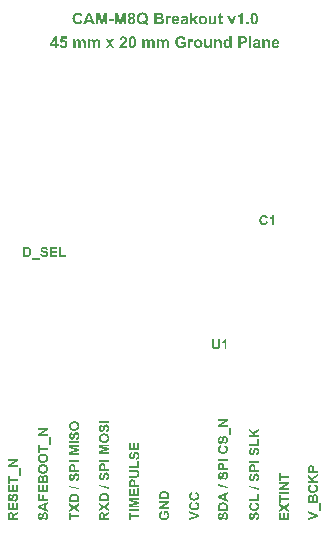
<source format=gto>
G04 Layer_Color=15065295*
%FSLAX25Y25*%
%MOIN*%
G70*
G01*
G75*
G36*
X79882Y30734D02*
Y30271D01*
X76496Y31080D01*
Y31553D01*
X79882Y30734D01*
D02*
G37*
G36*
X78946Y35639D02*
X78979Y35635D01*
X79045Y35625D01*
X79130Y35606D01*
X79220Y35578D01*
X79310Y35535D01*
X79405Y35483D01*
X79409D01*
X79414Y35474D01*
X79442Y35455D01*
X79490Y35417D01*
X79542Y35370D01*
X79603Y35308D01*
X79660Y35228D01*
X79717Y35143D01*
X79769Y35039D01*
Y35034D01*
X79773Y35024D01*
X79778Y35010D01*
X79788Y34987D01*
X79797Y34958D01*
X79807Y34925D01*
X79816Y34887D01*
X79826Y34845D01*
X79840Y34793D01*
X79849Y34741D01*
X79868Y34618D01*
X79882Y34481D01*
X79887Y34329D01*
Y34324D01*
Y34301D01*
Y34268D01*
X79882Y34225D01*
X79878Y34173D01*
X79873Y34116D01*
X79863Y34050D01*
X79849Y33979D01*
X79816Y33823D01*
X79792Y33743D01*
X79769Y33667D01*
X79736Y33586D01*
X79698Y33511D01*
X79655Y33440D01*
X79603Y33374D01*
X79598Y33369D01*
X79589Y33360D01*
X79575Y33341D01*
X79551Y33322D01*
X79518Y33293D01*
X79480Y33265D01*
X79438Y33232D01*
X79390Y33199D01*
X79334Y33165D01*
X79272Y33132D01*
X79201Y33099D01*
X79125Y33066D01*
X79045Y33043D01*
X78955Y33014D01*
X78861Y32995D01*
X78761Y32981D01*
X78700Y33624D01*
X78705D01*
X78714Y33629D01*
X78733D01*
X78752Y33634D01*
X78809Y33653D01*
X78879Y33676D01*
X78960Y33705D01*
X79040Y33747D01*
X79111Y33795D01*
X79177Y33856D01*
X79182Y33866D01*
X79201Y33889D01*
X79225Y33927D01*
X79253Y33984D01*
X79282Y34055D01*
X79305Y34135D01*
X79324Y34230D01*
X79329Y34339D01*
Y34343D01*
Y34353D01*
Y34367D01*
Y34391D01*
X79319Y34447D01*
X79310Y34518D01*
X79296Y34594D01*
X79272Y34674D01*
X79239Y34750D01*
X79197Y34816D01*
X79192Y34826D01*
X79173Y34845D01*
X79144Y34868D01*
X79107Y34901D01*
X79059Y34930D01*
X79002Y34958D01*
X78946Y34977D01*
X78879Y34982D01*
X78861D01*
X78837Y34977D01*
X78809Y34972D01*
X78780Y34963D01*
X78747Y34953D01*
X78714Y34935D01*
X78681Y34911D01*
X78676Y34906D01*
X78667Y34897D01*
X78653Y34883D01*
X78634Y34859D01*
X78610Y34826D01*
X78586Y34783D01*
X78563Y34736D01*
X78539Y34674D01*
Y34670D01*
X78530Y34651D01*
X78520Y34618D01*
X78511Y34594D01*
X78506Y34566D01*
X78496Y34532D01*
X78482Y34495D01*
X78473Y34452D01*
X78459Y34405D01*
X78444Y34348D01*
X78430Y34286D01*
X78411Y34220D01*
X78392Y34145D01*
Y34140D01*
X78388Y34121D01*
X78378Y34093D01*
X78369Y34060D01*
X78355Y34017D01*
X78340Y33965D01*
X78321Y33913D01*
X78303Y33851D01*
X78255Y33728D01*
X78198Y33610D01*
X78170Y33549D01*
X78137Y33497D01*
X78104Y33445D01*
X78071Y33402D01*
X78066Y33397D01*
X78057Y33388D01*
X78042Y33374D01*
X78023Y33355D01*
X77995Y33331D01*
X77962Y33307D01*
X77929Y33279D01*
X77886Y33255D01*
X77787Y33199D01*
X77673Y33151D01*
X77612Y33132D01*
X77550Y33118D01*
X77479Y33109D01*
X77408Y33104D01*
X77366D01*
X77319Y33114D01*
X77257Y33123D01*
X77186Y33137D01*
X77106Y33161D01*
X77021Y33194D01*
X76940Y33241D01*
X76935D01*
X76931Y33246D01*
X76902Y33270D01*
X76865Y33298D01*
X76817Y33345D01*
X76765Y33402D01*
X76709Y33473D01*
X76656Y33553D01*
X76609Y33648D01*
Y33653D01*
X76604Y33662D01*
X76600Y33676D01*
X76590Y33695D01*
X76581Y33724D01*
X76571Y33752D01*
X76562Y33790D01*
X76548Y33832D01*
X76529Y33927D01*
X76510Y34036D01*
X76496Y34159D01*
X76491Y34296D01*
Y34306D01*
Y34324D01*
Y34353D01*
X76496Y34395D01*
X76500Y34447D01*
X76505Y34509D01*
X76515Y34570D01*
X76524Y34641D01*
X76557Y34793D01*
X76581Y34868D01*
X76604Y34944D01*
X76638Y35020D01*
X76675Y35091D01*
X76718Y35157D01*
X76765Y35218D01*
X76770Y35223D01*
X76779Y35232D01*
X76794Y35247D01*
X76812Y35266D01*
X76841Y35289D01*
X76874Y35318D01*
X76912Y35346D01*
X76954Y35379D01*
X77007Y35408D01*
X77059Y35436D01*
X77120Y35464D01*
X77186Y35488D01*
X77252Y35512D01*
X77328Y35530D01*
X77404Y35545D01*
X77489Y35550D01*
X77513Y34887D01*
X77503D01*
X77470Y34878D01*
X77427Y34868D01*
X77375Y34849D01*
X77314Y34826D01*
X77257Y34793D01*
X77200Y34750D01*
X77153Y34703D01*
X77148Y34698D01*
X77134Y34679D01*
X77115Y34646D01*
X77096Y34599D01*
X77077Y34542D01*
X77059Y34471D01*
X77044Y34386D01*
X77040Y34286D01*
Y34282D01*
Y34272D01*
Y34258D01*
Y34239D01*
X77044Y34187D01*
X77054Y34126D01*
X77068Y34055D01*
X77092Y33979D01*
X77120Y33908D01*
X77162Y33842D01*
X77167Y33837D01*
X77177Y33828D01*
X77191Y33809D01*
X77215Y33790D01*
X77243Y33771D01*
X77281Y33752D01*
X77319Y33743D01*
X77366Y33738D01*
X77385D01*
X77408Y33743D01*
X77432Y33752D01*
X77465Y33762D01*
X77498Y33776D01*
X77531Y33799D01*
X77565Y33832D01*
X77569Y33837D01*
X77583Y33861D01*
X77593Y33875D01*
X77602Y33899D01*
X77617Y33922D01*
X77631Y33955D01*
X77645Y33993D01*
X77664Y34036D01*
X77683Y34088D01*
X77702Y34140D01*
X77721Y34206D01*
X77740Y34277D01*
X77759Y34353D01*
X77782Y34438D01*
Y34443D01*
X77787Y34462D01*
X77792Y34485D01*
X77801Y34518D01*
X77811Y34556D01*
X77825Y34604D01*
X77839Y34655D01*
X77853Y34707D01*
X77891Y34821D01*
X77929Y34939D01*
X77971Y35053D01*
X77995Y35100D01*
X78019Y35147D01*
Y35152D01*
X78023Y35157D01*
X78042Y35185D01*
X78071Y35228D01*
X78109Y35280D01*
X78156Y35337D01*
X78213Y35398D01*
X78279Y35460D01*
X78355Y35512D01*
X78364Y35516D01*
X78392Y35530D01*
X78435Y35554D01*
X78496Y35578D01*
X78572Y35601D01*
X78662Y35625D01*
X78761Y35639D01*
X78875Y35644D01*
X78922D01*
X78946Y35639D01*
D02*
G37*
G36*
X79826Y24897D02*
X78719Y24174D01*
X79826Y23445D01*
Y22651D01*
X78123Y23781D01*
X76552Y22755D01*
Y23526D01*
X77531Y24174D01*
X76552Y24822D01*
Y25593D01*
X78123Y24566D01*
X79826Y25692D01*
Y24897D01*
D02*
G37*
G36*
X78326Y28771D02*
X78364D01*
X78411Y28767D01*
X78463Y28762D01*
X78572Y28752D01*
X78686Y28734D01*
X78804Y28705D01*
X78917Y28672D01*
X78922D01*
X78932Y28667D01*
X78951Y28658D01*
X78979Y28648D01*
X79007Y28639D01*
X79040Y28620D01*
X79125Y28582D01*
X79215Y28535D01*
X79315Y28473D01*
X79409Y28402D01*
X79499Y28322D01*
X79509Y28313D01*
X79527Y28289D01*
X79556Y28251D01*
X79594Y28199D01*
X79636Y28133D01*
X79679Y28057D01*
X79721Y27962D01*
X79759Y27858D01*
Y27854D01*
X79764Y27849D01*
Y27835D01*
X79769Y27821D01*
X79778Y27769D01*
X79792Y27702D01*
X79807Y27622D01*
X79816Y27523D01*
X79821Y27404D01*
X79826Y27277D01*
Y26037D01*
X76552D01*
Y27239D01*
Y27244D01*
Y27258D01*
Y27277D01*
Y27305D01*
Y27343D01*
X76557Y27381D01*
X76562Y27471D01*
X76567Y27570D01*
X76581Y27674D01*
X76595Y27773D01*
X76619Y27863D01*
Y27868D01*
X76623Y27877D01*
X76628Y27892D01*
X76633Y27911D01*
X76656Y27967D01*
X76689Y28034D01*
X76732Y28109D01*
X76784Y28194D01*
X76846Y28275D01*
X76921Y28355D01*
Y28360D01*
X76931Y28365D01*
X76959Y28388D01*
X77007Y28426D01*
X77068Y28469D01*
X77144Y28521D01*
X77233Y28573D01*
X77338Y28625D01*
X77451Y28667D01*
X77456D01*
X77465Y28672D01*
X77484Y28677D01*
X77508Y28686D01*
X77536Y28691D01*
X77574Y28700D01*
X77617Y28710D01*
X77664Y28724D01*
X77716Y28734D01*
X77777Y28743D01*
X77839Y28752D01*
X77910Y28757D01*
X78057Y28771D01*
X78222Y28776D01*
X78288D01*
X78326Y28771D01*
D02*
G37*
G36*
X77636Y38709D02*
X77669D01*
X77735Y38700D01*
X77815Y38685D01*
X77905Y38666D01*
X77990Y38638D01*
X78071Y38600D01*
X78080Y38596D01*
X78104Y38581D01*
X78142Y38558D01*
X78189Y38525D01*
X78236Y38487D01*
X78293Y38435D01*
X78345Y38383D01*
X78392Y38321D01*
X78397Y38312D01*
X78411Y38293D01*
X78430Y38260D01*
X78454Y38217D01*
X78482Y38165D01*
X78506Y38108D01*
X78530Y38047D01*
X78548Y37981D01*
Y37976D01*
Y37971D01*
X78553Y37957D01*
Y37938D01*
X78558Y37914D01*
X78563Y37881D01*
X78567Y37848D01*
Y37806D01*
X78572Y37763D01*
X78577Y37711D01*
X78582Y37654D01*
X78586Y37593D01*
Y37527D01*
X78591Y37456D01*
Y37380D01*
Y37300D01*
Y36869D01*
X79826D01*
Y36207D01*
X76552D01*
Y37266D01*
Y37271D01*
Y37295D01*
Y37323D01*
Y37361D01*
Y37413D01*
X76557Y37465D01*
Y37527D01*
Y37588D01*
X76567Y37721D01*
X76576Y37853D01*
X76581Y37910D01*
X76586Y37966D01*
X76595Y38014D01*
X76604Y38052D01*
Y38056D01*
X76609Y38066D01*
X76614Y38080D01*
X76619Y38099D01*
X76642Y38151D01*
X76671Y38217D01*
X76713Y38288D01*
X76770Y38368D01*
X76841Y38444D01*
X76926Y38520D01*
X76931D01*
X76935Y38529D01*
X76950Y38539D01*
X76969Y38548D01*
X76997Y38567D01*
X77025Y38581D01*
X77059Y38600D01*
X77096Y38619D01*
X77191Y38652D01*
X77295Y38685D01*
X77423Y38704D01*
X77560Y38714D01*
X77612D01*
X77636Y38709D01*
D02*
G37*
G36*
X78269Y48647D02*
X78326D01*
X78392Y48637D01*
X78468Y48628D01*
X78558Y48614D01*
X78648Y48599D01*
X78747Y48576D01*
X78851Y48548D01*
X78955Y48510D01*
X79059Y48467D01*
X79159Y48420D01*
X79258Y48358D01*
X79352Y48292D01*
X79442Y48216D01*
X79447Y48212D01*
X79461Y48197D01*
X79485Y48174D01*
X79513Y48136D01*
X79546Y48093D01*
X79584Y48041D01*
X79622Y47980D01*
X79665Y47914D01*
X79707Y47833D01*
X79745Y47748D01*
X79783Y47653D01*
X79816Y47550D01*
X79844Y47441D01*
X79868Y47322D01*
X79882Y47199D01*
X79887Y47067D01*
Y47058D01*
Y47034D01*
X79882Y46996D01*
X79878Y46949D01*
X79873Y46887D01*
X79863Y46816D01*
X79849Y46736D01*
X79830Y46651D01*
X79807Y46556D01*
X79778Y46466D01*
X79740Y46367D01*
X79698Y46272D01*
X79650Y46173D01*
X79589Y46083D01*
X79523Y45993D01*
X79442Y45908D01*
X79438Y45903D01*
X79423Y45889D01*
X79395Y45870D01*
X79362Y45842D01*
X79315Y45809D01*
X79258Y45771D01*
X79197Y45733D01*
X79121Y45695D01*
X79040Y45653D01*
X78946Y45615D01*
X78846Y45577D01*
X78738Y45544D01*
X78619Y45516D01*
X78492Y45497D01*
X78355Y45483D01*
X78213Y45478D01*
X78165D01*
X78127Y45483D01*
X78085D01*
X78038Y45487D01*
X77981Y45492D01*
X77919Y45497D01*
X77787Y45516D01*
X77645Y45539D01*
X77503Y45577D01*
X77371Y45624D01*
X77366D01*
X77361Y45629D01*
X77347Y45638D01*
X77328Y45643D01*
X77281Y45672D01*
X77219Y45705D01*
X77148Y45747D01*
X77077Y45799D01*
X76997Y45861D01*
X76921Y45927D01*
X76917Y45932D01*
X76912Y45937D01*
X76888Y45960D01*
X76850Y46003D01*
X76808Y46055D01*
X76761Y46116D01*
X76709Y46187D01*
X76661Y46268D01*
X76623Y46353D01*
Y46358D01*
X76619Y46367D01*
X76609Y46386D01*
X76604Y46409D01*
X76590Y46438D01*
X76581Y46471D01*
X76571Y46514D01*
X76557Y46556D01*
X76534Y46660D01*
X76510Y46779D01*
X76496Y46916D01*
X76491Y47058D01*
Y47067D01*
Y47091D01*
X76496Y47128D01*
Y47176D01*
X76505Y47237D01*
X76515Y47308D01*
X76529Y47389D01*
X76548Y47474D01*
X76571Y47564D01*
X76600Y47658D01*
X76638Y47753D01*
X76680Y47852D01*
X76732Y47947D01*
X76794Y48041D01*
X76865Y48131D01*
X76945Y48216D01*
X76950Y48221D01*
X76964Y48235D01*
X76992Y48259D01*
X77025Y48283D01*
X77073Y48316D01*
X77129Y48354D01*
X77196Y48391D01*
X77271Y48434D01*
X77352Y48476D01*
X77446Y48514D01*
X77550Y48552D01*
X77659Y48585D01*
X77782Y48614D01*
X77910Y48633D01*
X78047Y48647D01*
X78194Y48652D01*
X78227D01*
X78269Y48647D01*
D02*
G37*
G36*
X78946Y51655D02*
X78979Y51650D01*
X79045Y51641D01*
X79130Y51622D01*
X79220Y51594D01*
X79310Y51551D01*
X79405Y51499D01*
X79409D01*
X79414Y51490D01*
X79442Y51471D01*
X79490Y51433D01*
X79542Y51385D01*
X79603Y51324D01*
X79660Y51244D01*
X79717Y51158D01*
X79769Y51054D01*
Y51050D01*
X79773Y51040D01*
X79778Y51026D01*
X79788Y51002D01*
X79797Y50974D01*
X79807Y50941D01*
X79816Y50903D01*
X79826Y50861D01*
X79840Y50808D01*
X79849Y50756D01*
X79868Y50633D01*
X79882Y50496D01*
X79887Y50345D01*
Y50340D01*
Y50317D01*
Y50283D01*
X79882Y50241D01*
X79878Y50189D01*
X79873Y50132D01*
X79863Y50066D01*
X79849Y49995D01*
X79816Y49839D01*
X79792Y49758D01*
X79769Y49683D01*
X79736Y49602D01*
X79698Y49527D01*
X79655Y49456D01*
X79603Y49389D01*
X79598Y49385D01*
X79589Y49375D01*
X79575Y49356D01*
X79551Y49337D01*
X79518Y49309D01*
X79480Y49281D01*
X79438Y49248D01*
X79390Y49214D01*
X79334Y49181D01*
X79272Y49148D01*
X79201Y49115D01*
X79125Y49082D01*
X79045Y49058D01*
X78955Y49030D01*
X78861Y49011D01*
X78761Y48997D01*
X78700Y49640D01*
X78705D01*
X78714Y49645D01*
X78733D01*
X78752Y49650D01*
X78809Y49668D01*
X78879Y49692D01*
X78960Y49720D01*
X79040Y49763D01*
X79111Y49810D01*
X79177Y49872D01*
X79182Y49881D01*
X79201Y49905D01*
X79225Y49943D01*
X79253Y50000D01*
X79282Y50071D01*
X79305Y50151D01*
X79324Y50246D01*
X79329Y50354D01*
Y50359D01*
Y50368D01*
Y50383D01*
Y50406D01*
X79319Y50463D01*
X79310Y50534D01*
X79296Y50610D01*
X79272Y50690D01*
X79239Y50766D01*
X79197Y50832D01*
X79192Y50842D01*
X79173Y50861D01*
X79144Y50884D01*
X79107Y50917D01*
X79059Y50946D01*
X79002Y50974D01*
X78946Y50993D01*
X78879Y50998D01*
X78861D01*
X78837Y50993D01*
X78809Y50988D01*
X78780Y50979D01*
X78747Y50969D01*
X78714Y50950D01*
X78681Y50927D01*
X78676Y50922D01*
X78667Y50912D01*
X78653Y50898D01*
X78634Y50875D01*
X78610Y50842D01*
X78586Y50799D01*
X78563Y50752D01*
X78539Y50690D01*
Y50686D01*
X78530Y50666D01*
X78520Y50633D01*
X78511Y50610D01*
X78506Y50581D01*
X78496Y50548D01*
X78482Y50510D01*
X78473Y50468D01*
X78459Y50421D01*
X78444Y50364D01*
X78430Y50302D01*
X78411Y50236D01*
X78392Y50160D01*
Y50156D01*
X78388Y50137D01*
X78378Y50108D01*
X78369Y50075D01*
X78355Y50033D01*
X78340Y49981D01*
X78321Y49929D01*
X78303Y49867D01*
X78255Y49744D01*
X78198Y49626D01*
X78170Y49564D01*
X78137Y49512D01*
X78104Y49460D01*
X78071Y49418D01*
X78066Y49413D01*
X78057Y49404D01*
X78042Y49389D01*
X78023Y49371D01*
X77995Y49347D01*
X77962Y49323D01*
X77929Y49295D01*
X77886Y49271D01*
X77787Y49214D01*
X77673Y49167D01*
X77612Y49148D01*
X77550Y49134D01*
X77479Y49125D01*
X77408Y49120D01*
X77366D01*
X77319Y49129D01*
X77257Y49139D01*
X77186Y49153D01*
X77106Y49177D01*
X77021Y49210D01*
X76940Y49257D01*
X76935D01*
X76931Y49262D01*
X76902Y49285D01*
X76865Y49314D01*
X76817Y49361D01*
X76765Y49418D01*
X76709Y49489D01*
X76656Y49569D01*
X76609Y49664D01*
Y49668D01*
X76604Y49678D01*
X76600Y49692D01*
X76590Y49711D01*
X76581Y49740D01*
X76571Y49768D01*
X76562Y49806D01*
X76548Y49848D01*
X76529Y49943D01*
X76510Y50052D01*
X76496Y50175D01*
X76491Y50312D01*
Y50321D01*
Y50340D01*
Y50368D01*
X76496Y50411D01*
X76500Y50463D01*
X76505Y50525D01*
X76515Y50586D01*
X76524Y50657D01*
X76557Y50808D01*
X76581Y50884D01*
X76604Y50960D01*
X76638Y51035D01*
X76675Y51106D01*
X76718Y51173D01*
X76765Y51234D01*
X76770Y51239D01*
X76779Y51248D01*
X76794Y51262D01*
X76812Y51281D01*
X76841Y51305D01*
X76874Y51333D01*
X76912Y51362D01*
X76954Y51395D01*
X77007Y51423D01*
X77059Y51452D01*
X77120Y51480D01*
X77186Y51504D01*
X77252Y51527D01*
X77328Y51546D01*
X77404Y51560D01*
X77489Y51565D01*
X77513Y50903D01*
X77503D01*
X77470Y50894D01*
X77427Y50884D01*
X77375Y50865D01*
X77314Y50842D01*
X77257Y50808D01*
X77200Y50766D01*
X77153Y50719D01*
X77148Y50714D01*
X77134Y50695D01*
X77115Y50662D01*
X77096Y50615D01*
X77077Y50558D01*
X77059Y50487D01*
X77044Y50402D01*
X77040Y50302D01*
Y50298D01*
Y50288D01*
Y50274D01*
Y50255D01*
X77044Y50203D01*
X77054Y50142D01*
X77068Y50071D01*
X77092Y49995D01*
X77120Y49924D01*
X77162Y49858D01*
X77167Y49853D01*
X77177Y49843D01*
X77191Y49825D01*
X77215Y49806D01*
X77243Y49787D01*
X77281Y49768D01*
X77319Y49758D01*
X77366Y49754D01*
X77385D01*
X77408Y49758D01*
X77432Y49768D01*
X77465Y49777D01*
X77498Y49791D01*
X77531Y49815D01*
X77565Y49848D01*
X77569Y49853D01*
X77583Y49877D01*
X77593Y49891D01*
X77602Y49915D01*
X77617Y49938D01*
X77631Y49971D01*
X77645Y50009D01*
X77664Y50052D01*
X77683Y50104D01*
X77702Y50156D01*
X77721Y50222D01*
X77740Y50293D01*
X77759Y50368D01*
X77782Y50454D01*
Y50458D01*
X77787Y50477D01*
X77792Y50501D01*
X77801Y50534D01*
X77811Y50572D01*
X77825Y50619D01*
X77839Y50671D01*
X77853Y50723D01*
X77891Y50837D01*
X77929Y50955D01*
X77971Y51069D01*
X77995Y51116D01*
X78019Y51163D01*
Y51168D01*
X78023Y51173D01*
X78042Y51201D01*
X78071Y51244D01*
X78109Y51296D01*
X78156Y51352D01*
X78213Y51414D01*
X78279Y51475D01*
X78355Y51527D01*
X78364Y51532D01*
X78392Y51546D01*
X78435Y51570D01*
X78496Y51594D01*
X78572Y51617D01*
X78662Y51641D01*
X78761Y51655D01*
X78875Y51660D01*
X78922D01*
X78946Y51655D01*
D02*
G37*
G36*
X79826Y39234D02*
X76552D01*
Y39896D01*
X79826D01*
Y39234D01*
D02*
G37*
G36*
Y44333D02*
X77252Y44328D01*
X79826Y43685D01*
Y43047D01*
X77252Y42403D01*
X79826D01*
Y41793D01*
X76552D01*
Y42782D01*
X78790Y43368D01*
X76552Y43950D01*
Y44943D01*
X79826D01*
Y44333D01*
D02*
G37*
G36*
Y21833D02*
X79116Y21360D01*
X79111Y21355D01*
X79097Y21350D01*
X79078Y21336D01*
X79054Y21317D01*
X79026Y21298D01*
X78988Y21274D01*
X78913Y21222D01*
X78828Y21161D01*
X78752Y21104D01*
X78681Y21052D01*
X78657Y21028D01*
X78634Y21009D01*
X78629Y21005D01*
X78619Y20995D01*
X78601Y20976D01*
X78577Y20953D01*
X78558Y20920D01*
X78534Y20887D01*
X78515Y20849D01*
X78496Y20811D01*
Y20806D01*
X78492Y20792D01*
X78482Y20768D01*
X78478Y20730D01*
X78468Y20683D01*
X78463Y20626D01*
X78459Y20560D01*
Y20480D01*
Y20347D01*
X79826D01*
Y19685D01*
X76552D01*
Y21076D01*
Y21080D01*
Y21099D01*
Y21128D01*
Y21161D01*
X76557Y21203D01*
Y21255D01*
X76562Y21307D01*
Y21369D01*
X76576Y21492D01*
X76590Y21620D01*
X76614Y21738D01*
X76628Y21790D01*
X76642Y21837D01*
Y21842D01*
X76647Y21847D01*
X76661Y21875D01*
X76685Y21918D01*
X76713Y21974D01*
X76761Y22036D01*
X76812Y22097D01*
X76879Y22159D01*
X76959Y22216D01*
X76964D01*
X76969Y22220D01*
X76983Y22230D01*
X76997Y22239D01*
X77044Y22263D01*
X77106Y22291D01*
X77182Y22315D01*
X77267Y22339D01*
X77366Y22357D01*
X77470Y22362D01*
X77508D01*
X77531Y22357D01*
X77565D01*
X77598Y22353D01*
X77683Y22334D01*
X77782Y22310D01*
X77881Y22272D01*
X77986Y22216D01*
X78033Y22183D01*
X78080Y22145D01*
X78085Y22140D01*
X78090Y22135D01*
X78104Y22121D01*
X78118Y22102D01*
X78137Y22083D01*
X78161Y22055D01*
X78184Y22022D01*
X78208Y21984D01*
X78236Y21941D01*
X78260Y21889D01*
X78284Y21837D01*
X78307Y21780D01*
X78331Y21714D01*
X78350Y21648D01*
X78369Y21577D01*
X78383Y21497D01*
Y21501D01*
X78388Y21506D01*
X78407Y21534D01*
X78430Y21572D01*
X78463Y21620D01*
X78506Y21676D01*
X78548Y21733D01*
X78601Y21795D01*
X78657Y21847D01*
X78662Y21851D01*
X78686Y21875D01*
X78724Y21903D01*
X78780Y21946D01*
X78851Y22003D01*
X78899Y22031D01*
X78946Y22064D01*
X78998Y22102D01*
X79054Y22140D01*
X79121Y22183D01*
X79187Y22225D01*
X79826Y22627D01*
Y21833D01*
D02*
G37*
G36*
X88477Y36496D02*
X88600D01*
X88738Y36486D01*
X88880Y36476D01*
X88941Y36472D01*
X89003Y36462D01*
X89059Y36453D01*
X89111Y36443D01*
X89116D01*
X89121Y36439D01*
X89135D01*
X89149Y36434D01*
X89196Y36420D01*
X89253Y36401D01*
X89319Y36373D01*
X89386Y36339D01*
X89457Y36297D01*
X89523Y36245D01*
X89532Y36240D01*
X89551Y36221D01*
X89580Y36188D01*
X89617Y36145D01*
X89660Y36089D01*
X89703Y36022D01*
X89750Y35947D01*
X89788Y35862D01*
Y35857D01*
X89792Y35852D01*
X89797Y35838D01*
X89802Y35819D01*
X89811Y35795D01*
X89821Y35767D01*
X89830Y35729D01*
X89835Y35691D01*
X89854Y35601D01*
X89873Y35493D01*
X89882Y35370D01*
X89887Y35232D01*
Y35228D01*
Y35214D01*
Y35190D01*
Y35157D01*
X89882Y35114D01*
Y35072D01*
X89878Y35020D01*
X89873Y34968D01*
X89863Y34854D01*
X89845Y34736D01*
X89816Y34618D01*
X89802Y34566D01*
X89783Y34518D01*
Y34514D01*
X89778Y34509D01*
X89764Y34481D01*
X89740Y34433D01*
X89707Y34381D01*
X89665Y34320D01*
X89617Y34253D01*
X89561Y34192D01*
X89499Y34135D01*
X89490Y34130D01*
X89471Y34111D01*
X89433Y34088D01*
X89386Y34060D01*
X89334Y34031D01*
X89272Y33998D01*
X89206Y33974D01*
X89135Y33951D01*
X89130D01*
X89121Y33946D01*
X89107D01*
X89083Y33941D01*
X89055Y33937D01*
X89017Y33932D01*
X88974Y33927D01*
X88927Y33922D01*
X88870Y33913D01*
X88809Y33908D01*
X88742Y33903D01*
X88667Y33899D01*
X88586Y33894D01*
X88496D01*
X88402Y33889D01*
X86552D01*
Y34551D01*
X88473D01*
X88558Y34556D01*
X88652D01*
X88742Y34561D01*
X88785Y34566D01*
X88823D01*
X88851Y34570D01*
X88880Y34575D01*
X88889D01*
X88913Y34585D01*
X88951Y34599D01*
X88998Y34618D01*
X89050Y34641D01*
X89102Y34679D01*
X89159Y34722D01*
X89206Y34774D01*
X89211Y34783D01*
X89225Y34802D01*
X89244Y34840D01*
X89263Y34887D01*
X89286Y34953D01*
X89305Y35029D01*
X89319Y35114D01*
X89324Y35214D01*
Y35218D01*
Y35228D01*
Y35242D01*
Y35261D01*
X89319Y35308D01*
X89310Y35370D01*
X89296Y35441D01*
X89277Y35507D01*
X89249Y35578D01*
X89211Y35635D01*
X89206Y35639D01*
X89192Y35658D01*
X89168Y35682D01*
X89135Y35710D01*
X89092Y35739D01*
X89045Y35767D01*
X88993Y35791D01*
X88932Y35805D01*
X88922D01*
X88898Y35810D01*
X88856Y35814D01*
X88799Y35824D01*
X88761D01*
X88719Y35829D01*
X88671D01*
X88624Y35833D01*
X88567D01*
X88506Y35838D01*
X86552D01*
Y36500D01*
X88421D01*
X88477Y36496D01*
D02*
G37*
G36*
X89825Y37214D02*
X86576D01*
Y37877D01*
X89272D01*
Y39523D01*
X89825D01*
Y37214D01*
D02*
G37*
G36*
Y27797D02*
X86552D01*
Y30224D01*
X87106D01*
Y28459D01*
X87830D01*
Y30101D01*
X88383D01*
Y28459D01*
X89272D01*
Y30285D01*
X89825D01*
Y27797D01*
D02*
G37*
G36*
X87636Y33350D02*
X87669D01*
X87735Y33341D01*
X87815Y33326D01*
X87905Y33307D01*
X87990Y33279D01*
X88071Y33241D01*
X88080Y33237D01*
X88104Y33222D01*
X88142Y33199D01*
X88189Y33165D01*
X88236Y33128D01*
X88293Y33076D01*
X88345Y33024D01*
X88392Y32962D01*
X88397Y32953D01*
X88411Y32934D01*
X88430Y32901D01*
X88454Y32858D01*
X88482Y32806D01*
X88506Y32749D01*
X88529Y32688D01*
X88548Y32622D01*
Y32617D01*
Y32612D01*
X88553Y32598D01*
Y32579D01*
X88558Y32555D01*
X88563Y32522D01*
X88567Y32489D01*
Y32447D01*
X88572Y32404D01*
X88577Y32352D01*
X88582Y32295D01*
X88586Y32234D01*
Y32168D01*
X88591Y32097D01*
Y32021D01*
Y31940D01*
Y31510D01*
X89825D01*
Y30848D01*
X86552D01*
Y31907D01*
Y31912D01*
Y31936D01*
Y31964D01*
Y32002D01*
Y32054D01*
X86557Y32106D01*
Y32168D01*
Y32229D01*
X86567Y32361D01*
X86576Y32494D01*
X86581Y32551D01*
X86585Y32607D01*
X86595Y32655D01*
X86604Y32693D01*
Y32697D01*
X86609Y32707D01*
X86614Y32721D01*
X86619Y32740D01*
X86642Y32792D01*
X86671Y32858D01*
X86713Y32929D01*
X86770Y33009D01*
X86841Y33085D01*
X86926Y33161D01*
X86931D01*
X86936Y33170D01*
X86950Y33180D01*
X86969Y33189D01*
X86997Y33208D01*
X87025Y33222D01*
X87059Y33241D01*
X87096Y33260D01*
X87191Y33293D01*
X87295Y33326D01*
X87423Y33345D01*
X87560Y33355D01*
X87612D01*
X87636Y33350D01*
D02*
G37*
G36*
X88946Y42479D02*
X88979Y42474D01*
X89045Y42465D01*
X89130Y42446D01*
X89220Y42417D01*
X89310Y42375D01*
X89405Y42323D01*
X89409D01*
X89414Y42313D01*
X89442Y42294D01*
X89490Y42257D01*
X89542Y42209D01*
X89603Y42148D01*
X89660Y42067D01*
X89717Y41982D01*
X89769Y41878D01*
Y41873D01*
X89773Y41864D01*
X89778Y41850D01*
X89788Y41826D01*
X89797Y41798D01*
X89807Y41765D01*
X89816Y41727D01*
X89825Y41684D01*
X89840Y41632D01*
X89849Y41580D01*
X89868Y41457D01*
X89882Y41320D01*
X89887Y41169D01*
Y41164D01*
Y41140D01*
Y41107D01*
X89882Y41065D01*
X89878Y41013D01*
X89873Y40956D01*
X89863Y40890D01*
X89849Y40819D01*
X89816Y40663D01*
X89792Y40582D01*
X89769Y40507D01*
X89736Y40426D01*
X89698Y40350D01*
X89655Y40279D01*
X89603Y40213D01*
X89599Y40209D01*
X89589Y40199D01*
X89575Y40180D01*
X89551Y40161D01*
X89518Y40133D01*
X89480Y40104D01*
X89438Y40071D01*
X89390Y40038D01*
X89334Y40005D01*
X89272Y39972D01*
X89201Y39939D01*
X89126Y39906D01*
X89045Y39882D01*
X88955Y39854D01*
X88861Y39835D01*
X88761Y39821D01*
X88700Y40464D01*
X88705D01*
X88714Y40469D01*
X88733D01*
X88752Y40473D01*
X88809Y40492D01*
X88880Y40516D01*
X88960Y40544D01*
X89040Y40587D01*
X89111Y40634D01*
X89178Y40696D01*
X89182Y40705D01*
X89201Y40729D01*
X89225Y40767D01*
X89253Y40823D01*
X89282Y40894D01*
X89305Y40975D01*
X89324Y41069D01*
X89329Y41178D01*
Y41183D01*
Y41192D01*
Y41206D01*
Y41230D01*
X89319Y41287D01*
X89310Y41358D01*
X89296Y41434D01*
X89272Y41514D01*
X89239Y41590D01*
X89196Y41656D01*
X89192Y41665D01*
X89173Y41684D01*
X89144Y41708D01*
X89107Y41741D01*
X89059Y41769D01*
X89003Y41798D01*
X88946Y41817D01*
X88880Y41821D01*
X88861D01*
X88837Y41817D01*
X88809Y41812D01*
X88780Y41802D01*
X88747Y41793D01*
X88714Y41774D01*
X88681Y41750D01*
X88676Y41746D01*
X88667Y41736D01*
X88652Y41722D01*
X88634Y41699D01*
X88610Y41665D01*
X88586Y41623D01*
X88563Y41576D01*
X88539Y41514D01*
Y41509D01*
X88529Y41490D01*
X88520Y41457D01*
X88511Y41434D01*
X88506Y41405D01*
X88496Y41372D01*
X88482Y41334D01*
X88473Y41292D01*
X88459Y41244D01*
X88444Y41188D01*
X88430Y41126D01*
X88411Y41060D01*
X88392Y40984D01*
Y40979D01*
X88388Y40961D01*
X88378Y40932D01*
X88369Y40899D01*
X88354Y40857D01*
X88340Y40804D01*
X88321Y40753D01*
X88302Y40691D01*
X88255Y40568D01*
X88198Y40450D01*
X88170Y40388D01*
X88137Y40336D01*
X88104Y40284D01*
X88071Y40242D01*
X88066Y40237D01*
X88056Y40227D01*
X88042Y40213D01*
X88023Y40194D01*
X87995Y40171D01*
X87962Y40147D01*
X87929Y40119D01*
X87886Y40095D01*
X87787Y40038D01*
X87673Y39991D01*
X87612Y39972D01*
X87550Y39958D01*
X87480Y39948D01*
X87409Y39944D01*
X87366D01*
X87319Y39953D01*
X87257Y39963D01*
X87186Y39977D01*
X87106Y40000D01*
X87021Y40034D01*
X86940Y40081D01*
X86936D01*
X86931Y40086D01*
X86902Y40109D01*
X86865Y40138D01*
X86817Y40185D01*
X86765Y40242D01*
X86708Y40313D01*
X86656Y40393D01*
X86609Y40488D01*
Y40492D01*
X86604Y40502D01*
X86600Y40516D01*
X86590Y40535D01*
X86581Y40563D01*
X86571Y40592D01*
X86562Y40630D01*
X86548Y40672D01*
X86529Y40767D01*
X86510Y40875D01*
X86496Y40998D01*
X86491Y41136D01*
Y41145D01*
Y41164D01*
Y41192D01*
X86496Y41235D01*
X86500Y41287D01*
X86505Y41348D01*
X86515Y41410D01*
X86524Y41481D01*
X86557Y41632D01*
X86581Y41708D01*
X86604Y41784D01*
X86638Y41859D01*
X86675Y41930D01*
X86718Y41996D01*
X86765Y42058D01*
X86770Y42063D01*
X86779Y42072D01*
X86794Y42086D01*
X86813Y42105D01*
X86841Y42129D01*
X86874Y42157D01*
X86912Y42186D01*
X86954Y42219D01*
X87006Y42247D01*
X87059Y42276D01*
X87120Y42304D01*
X87186Y42328D01*
X87252Y42351D01*
X87328Y42370D01*
X87404Y42384D01*
X87489Y42389D01*
X87513Y41727D01*
X87503D01*
X87470Y41717D01*
X87427Y41708D01*
X87375Y41689D01*
X87314Y41665D01*
X87257Y41632D01*
X87200Y41590D01*
X87153Y41542D01*
X87148Y41538D01*
X87134Y41519D01*
X87115Y41486D01*
X87096Y41438D01*
X87077Y41381D01*
X87059Y41311D01*
X87044Y41225D01*
X87040Y41126D01*
Y41121D01*
Y41112D01*
Y41098D01*
Y41079D01*
X87044Y41027D01*
X87054Y40965D01*
X87068Y40894D01*
X87092Y40819D01*
X87120Y40748D01*
X87163Y40681D01*
X87167Y40677D01*
X87177Y40667D01*
X87191Y40648D01*
X87215Y40630D01*
X87243Y40611D01*
X87281Y40592D01*
X87319Y40582D01*
X87366Y40577D01*
X87385D01*
X87409Y40582D01*
X87432Y40592D01*
X87465Y40601D01*
X87498Y40615D01*
X87532Y40639D01*
X87565Y40672D01*
X87569Y40677D01*
X87584Y40700D01*
X87593Y40715D01*
X87602Y40738D01*
X87617Y40762D01*
X87631Y40795D01*
X87645Y40833D01*
X87664Y40875D01*
X87683Y40927D01*
X87702Y40979D01*
X87721Y41046D01*
X87740Y41117D01*
X87758Y41192D01*
X87782Y41278D01*
Y41282D01*
X87787Y41301D01*
X87792Y41325D01*
X87801Y41358D01*
X87811Y41396D01*
X87825Y41443D01*
X87839Y41495D01*
X87853Y41547D01*
X87891Y41661D01*
X87929Y41779D01*
X87971Y41892D01*
X87995Y41940D01*
X88019Y41987D01*
Y41992D01*
X88023Y41996D01*
X88042Y42025D01*
X88071Y42067D01*
X88109Y42119D01*
X88156Y42176D01*
X88213Y42238D01*
X88279Y42299D01*
X88354Y42351D01*
X88364Y42356D01*
X88392Y42370D01*
X88435Y42394D01*
X88496Y42417D01*
X88572Y42441D01*
X88662Y42465D01*
X88761Y42479D01*
X88875Y42484D01*
X88922D01*
X88946Y42479D01*
D02*
G37*
G36*
X99826Y25300D02*
X97669Y23970D01*
X99826D01*
Y23360D01*
X96552D01*
Y23999D01*
X98757Y25352D01*
X96552D01*
Y25962D01*
X99826D01*
Y25300D01*
D02*
G37*
G36*
X98326Y29396D02*
X98364D01*
X98411Y29391D01*
X98463Y29386D01*
X98572Y29377D01*
X98686Y29358D01*
X98804Y29329D01*
X98917Y29296D01*
X98922D01*
X98932Y29292D01*
X98950Y29282D01*
X98979Y29273D01*
X99007Y29263D01*
X99040Y29244D01*
X99125Y29206D01*
X99215Y29159D01*
X99315Y29098D01*
X99409Y29027D01*
X99499Y28946D01*
X99509Y28937D01*
X99528Y28913D01*
X99556Y28875D01*
X99594Y28823D01*
X99636Y28757D01*
X99679Y28681D01*
X99721Y28587D01*
X99759Y28483D01*
Y28478D01*
X99764Y28473D01*
Y28459D01*
X99769Y28445D01*
X99778Y28393D01*
X99792Y28327D01*
X99807Y28246D01*
X99816Y28147D01*
X99821Y28029D01*
X99826Y27901D01*
Y26662D01*
X96552D01*
Y27863D01*
Y27868D01*
Y27882D01*
Y27901D01*
Y27929D01*
Y27967D01*
X96557Y28005D01*
X96562Y28095D01*
X96567Y28194D01*
X96581Y28298D01*
X96595Y28398D01*
X96619Y28488D01*
Y28492D01*
X96623Y28502D01*
X96628Y28516D01*
X96633Y28535D01*
X96656Y28592D01*
X96690Y28658D01*
X96732Y28734D01*
X96784Y28819D01*
X96846Y28899D01*
X96921Y28980D01*
Y28984D01*
X96931Y28989D01*
X96959Y29013D01*
X97006Y29050D01*
X97068Y29093D01*
X97144Y29145D01*
X97233Y29197D01*
X97338Y29249D01*
X97451Y29292D01*
X97456D01*
X97465Y29296D01*
X97484Y29301D01*
X97508Y29311D01*
X97536Y29315D01*
X97574Y29325D01*
X97617Y29334D01*
X97664Y29348D01*
X97716Y29358D01*
X97777Y29367D01*
X97839Y29377D01*
X97910Y29381D01*
X98057Y29396D01*
X98222Y29401D01*
X98288D01*
X98326Y29396D01*
D02*
G37*
G36*
X89825Y43047D02*
X86552D01*
Y45473D01*
X87106D01*
Y43709D01*
X87830D01*
Y45350D01*
X88383D01*
Y43709D01*
X89272D01*
Y45535D01*
X89825D01*
Y43047D01*
D02*
G37*
G36*
X99395Y22736D02*
X99405Y22722D01*
X99419Y22707D01*
X99438Y22684D01*
X99457Y22660D01*
X99504Y22594D01*
X99556Y22504D01*
X99617Y22400D01*
X99679Y22282D01*
X99736Y22140D01*
Y22135D01*
X99740Y22121D01*
X99750Y22102D01*
X99759Y22074D01*
X99769Y22036D01*
X99783Y21993D01*
X99797Y21946D01*
X99811Y21894D01*
X99840Y21776D01*
X99863Y21639D01*
X99882Y21497D01*
X99887Y21345D01*
Y21340D01*
Y21322D01*
Y21293D01*
X99882Y21260D01*
Y21213D01*
X99878Y21161D01*
X99868Y21104D01*
X99859Y21038D01*
X99835Y20901D01*
X99797Y20749D01*
X99745Y20593D01*
X99712Y20522D01*
X99674Y20447D01*
X99669Y20442D01*
X99665Y20432D01*
X99651Y20409D01*
X99632Y20385D01*
X99613Y20352D01*
X99584Y20319D01*
X99551Y20276D01*
X99513Y20234D01*
X99428Y20139D01*
X99319Y20044D01*
X99196Y19955D01*
X99055Y19874D01*
X99050D01*
X99036Y19865D01*
X99012Y19855D01*
X98984Y19846D01*
X98946Y19832D01*
X98903Y19813D01*
X98851Y19799D01*
X98794Y19780D01*
X98733Y19761D01*
X98662Y19747D01*
X98515Y19713D01*
X98355Y19694D01*
X98180Y19685D01*
X98128D01*
X98094Y19690D01*
X98047D01*
X97995Y19694D01*
X97938Y19704D01*
X97872Y19713D01*
X97735Y19737D01*
X97579Y19775D01*
X97423Y19827D01*
X97347Y19860D01*
X97271Y19898D01*
X97267Y19903D01*
X97252Y19907D01*
X97233Y19921D01*
X97205Y19936D01*
X97172Y19959D01*
X97134Y19988D01*
X97092Y20021D01*
X97044Y20054D01*
X96997Y20097D01*
X96945Y20144D01*
X96893Y20196D01*
X96841Y20253D01*
X96794Y20314D01*
X96742Y20376D01*
X96656Y20522D01*
Y20527D01*
X96647Y20536D01*
X96642Y20555D01*
X96628Y20579D01*
X96619Y20612D01*
X96604Y20645D01*
X96590Y20693D01*
X96571Y20740D01*
X96557Y20792D01*
X96543Y20853D01*
X96529Y20920D01*
X96514Y20986D01*
X96496Y21137D01*
X96491Y21307D01*
Y21312D01*
Y21336D01*
Y21364D01*
X96496Y21407D01*
X96500Y21459D01*
X96505Y21520D01*
X96510Y21587D01*
X96524Y21657D01*
X96552Y21809D01*
X96600Y21965D01*
X96628Y22045D01*
X96661Y22121D01*
X96699Y22192D01*
X96746Y22258D01*
X96751Y22263D01*
X96756Y22272D01*
X96775Y22291D01*
X96794Y22315D01*
X96817Y22343D01*
X96850Y22372D01*
X96888Y22405D01*
X96931Y22443D01*
X96978Y22480D01*
X97030Y22518D01*
X97087Y22556D01*
X97153Y22589D01*
X97219Y22627D01*
X97290Y22656D01*
X97371Y22684D01*
X97451Y22703D01*
X97574Y22045D01*
X97569D01*
X97565Y22041D01*
X97536Y22031D01*
X97494Y22012D01*
X97437Y21984D01*
X97375Y21951D01*
X97314Y21903D01*
X97252Y21847D01*
X97196Y21780D01*
X97191Y21771D01*
X97172Y21747D01*
X97148Y21705D01*
X97125Y21653D01*
X97096Y21582D01*
X97077Y21501D01*
X97058Y21411D01*
X97054Y21307D01*
Y21303D01*
Y21289D01*
Y21265D01*
X97058Y21237D01*
X97063Y21199D01*
X97068Y21156D01*
X97077Y21109D01*
X97087Y21057D01*
X97120Y20948D01*
X97144Y20891D01*
X97172Y20834D01*
X97205Y20778D01*
X97238Y20721D01*
X97285Y20669D01*
X97333Y20617D01*
X97338Y20612D01*
X97347Y20607D01*
X97361Y20593D01*
X97385Y20579D01*
X97413Y20560D01*
X97446Y20536D01*
X97489Y20513D01*
X97536Y20494D01*
X97593Y20470D01*
X97654Y20447D01*
X97721Y20423D01*
X97792Y20404D01*
X97872Y20390D01*
X97962Y20376D01*
X98052Y20371D01*
X98151Y20366D01*
X98208D01*
X98246Y20371D01*
X98298Y20376D01*
X98350Y20380D01*
X98416Y20390D01*
X98482Y20399D01*
X98624Y20428D01*
X98771Y20475D01*
X98842Y20503D01*
X98908Y20536D01*
X98974Y20579D01*
X99031Y20622D01*
X99036Y20626D01*
X99045Y20636D01*
X99059Y20650D01*
X99078Y20669D01*
X99097Y20697D01*
X99125Y20726D01*
X99149Y20764D01*
X99177Y20806D01*
X99206Y20853D01*
X99230Y20901D01*
X99277Y21019D01*
X99296Y21085D01*
X99310Y21151D01*
X99319Y21227D01*
X99324Y21303D01*
Y21307D01*
Y21312D01*
Y21340D01*
X99319Y21378D01*
X99315Y21435D01*
X99305Y21497D01*
X99291Y21568D01*
X99272Y21643D01*
X99244Y21719D01*
Y21724D01*
X99239Y21728D01*
X99230Y21752D01*
X99211Y21795D01*
X99187Y21842D01*
X99159Y21899D01*
X99125Y21960D01*
X99088Y22022D01*
X99045Y22078D01*
X98624D01*
Y21322D01*
X98071D01*
Y22745D01*
X99386D01*
X99395Y22736D01*
D02*
G37*
G36*
X58525Y22343D02*
X58558Y22339D01*
X58624Y22329D01*
X58709Y22310D01*
X58799Y22282D01*
X58889Y22239D01*
X58984Y22187D01*
X58988D01*
X58993Y22178D01*
X59021Y22159D01*
X59069Y22121D01*
X59121Y22074D01*
X59182Y22012D01*
X59239Y21932D01*
X59296Y21847D01*
X59348Y21743D01*
Y21738D01*
X59352Y21728D01*
X59357Y21714D01*
X59367Y21691D01*
X59376Y21662D01*
X59386Y21629D01*
X59395Y21591D01*
X59405Y21549D01*
X59419Y21497D01*
X59428Y21445D01*
X59447Y21322D01*
X59461Y21184D01*
X59466Y21033D01*
Y21028D01*
Y21005D01*
Y20972D01*
X59461Y20929D01*
X59457Y20877D01*
X59452Y20820D01*
X59442Y20754D01*
X59428Y20683D01*
X59395Y20527D01*
X59372Y20447D01*
X59348Y20371D01*
X59315Y20290D01*
X59277Y20215D01*
X59234Y20144D01*
X59182Y20078D01*
X59178Y20073D01*
X59168Y20063D01*
X59154Y20044D01*
X59130Y20026D01*
X59097Y19997D01*
X59059Y19969D01*
X59017Y19936D01*
X58969Y19903D01*
X58913Y19870D01*
X58851Y19836D01*
X58780Y19803D01*
X58705Y19770D01*
X58624Y19747D01*
X58534Y19718D01*
X58440Y19699D01*
X58340Y19685D01*
X58279Y20328D01*
X58284D01*
X58293Y20333D01*
X58312D01*
X58331Y20338D01*
X58388Y20357D01*
X58459Y20380D01*
X58539Y20409D01*
X58619Y20451D01*
X58690Y20499D01*
X58757Y20560D01*
X58761Y20570D01*
X58780Y20593D01*
X58804Y20631D01*
X58832Y20688D01*
X58861Y20759D01*
X58884Y20839D01*
X58903Y20934D01*
X58908Y21043D01*
Y21047D01*
Y21057D01*
Y21071D01*
Y21095D01*
X58899Y21151D01*
X58889Y21222D01*
X58875Y21298D01*
X58851Y21378D01*
X58818Y21454D01*
X58776Y21520D01*
X58771Y21530D01*
X58752Y21549D01*
X58723Y21572D01*
X58686Y21605D01*
X58638Y21634D01*
X58582Y21662D01*
X58525Y21681D01*
X58459Y21686D01*
X58440D01*
X58416Y21681D01*
X58388Y21676D01*
X58359Y21667D01*
X58326Y21657D01*
X58293Y21639D01*
X58260Y21615D01*
X58255Y21610D01*
X58246Y21601D01*
X58232Y21587D01*
X58213Y21563D01*
X58189Y21530D01*
X58165Y21487D01*
X58142Y21440D01*
X58118Y21378D01*
Y21374D01*
X58109Y21355D01*
X58099Y21322D01*
X58090Y21298D01*
X58085Y21270D01*
X58075Y21237D01*
X58061Y21199D01*
X58052Y21156D01*
X58038Y21109D01*
X58023Y21052D01*
X58009Y20990D01*
X57990Y20924D01*
X57971Y20849D01*
Y20844D01*
X57967Y20825D01*
X57957Y20797D01*
X57948Y20764D01*
X57933Y20721D01*
X57919Y20669D01*
X57900Y20617D01*
X57881Y20555D01*
X57834Y20432D01*
X57777Y20314D01*
X57749Y20253D01*
X57716Y20201D01*
X57683Y20149D01*
X57650Y20106D01*
X57645Y20101D01*
X57636Y20092D01*
X57621Y20078D01*
X57602Y20059D01*
X57574Y20035D01*
X57541Y20011D01*
X57508Y19983D01*
X57465Y19959D01*
X57366Y19903D01*
X57252Y19855D01*
X57191Y19836D01*
X57129Y19822D01*
X57059Y19813D01*
X56988Y19808D01*
X56945D01*
X56898Y19817D01*
X56836Y19827D01*
X56765Y19841D01*
X56685Y19865D01*
X56600Y19898D01*
X56519Y19945D01*
X56515D01*
X56510Y19950D01*
X56481Y19974D01*
X56444Y20002D01*
X56396Y20049D01*
X56344Y20106D01*
X56287Y20177D01*
X56235Y20257D01*
X56188Y20352D01*
Y20357D01*
X56183Y20366D01*
X56179Y20380D01*
X56169Y20399D01*
X56160Y20428D01*
X56150Y20456D01*
X56141Y20494D01*
X56127Y20536D01*
X56108Y20631D01*
X56089Y20740D01*
X56075Y20863D01*
X56070Y21000D01*
Y21009D01*
Y21028D01*
Y21057D01*
X56075Y21099D01*
X56079Y21151D01*
X56084Y21213D01*
X56094Y21274D01*
X56103Y21345D01*
X56136Y21497D01*
X56160Y21572D01*
X56183Y21648D01*
X56217Y21724D01*
X56254Y21795D01*
X56297Y21861D01*
X56344Y21922D01*
X56349Y21927D01*
X56358Y21937D01*
X56373Y21951D01*
X56392Y21970D01*
X56420Y21993D01*
X56453Y22022D01*
X56491Y22050D01*
X56533Y22083D01*
X56586Y22111D01*
X56638Y22140D01*
X56699Y22168D01*
X56765Y22192D01*
X56831Y22216D01*
X56907Y22234D01*
X56983Y22249D01*
X57068Y22253D01*
X57092Y21591D01*
X57082D01*
X57049Y21582D01*
X57007Y21572D01*
X56954Y21553D01*
X56893Y21530D01*
X56836Y21497D01*
X56779Y21454D01*
X56732Y21407D01*
X56727Y21402D01*
X56713Y21383D01*
X56694Y21350D01*
X56675Y21303D01*
X56656Y21246D01*
X56638Y21175D01*
X56623Y21090D01*
X56619Y20990D01*
Y20986D01*
Y20976D01*
Y20962D01*
Y20943D01*
X56623Y20891D01*
X56633Y20830D01*
X56647Y20759D01*
X56671Y20683D01*
X56699Y20612D01*
X56742Y20546D01*
X56746Y20541D01*
X56756Y20532D01*
X56770Y20513D01*
X56794Y20494D01*
X56822Y20475D01*
X56860Y20456D01*
X56898Y20447D01*
X56945Y20442D01*
X56964D01*
X56988Y20447D01*
X57011Y20456D01*
X57044Y20466D01*
X57077Y20480D01*
X57111Y20503D01*
X57144Y20536D01*
X57148Y20541D01*
X57162Y20565D01*
X57172Y20579D01*
X57182Y20603D01*
X57196Y20626D01*
X57210Y20659D01*
X57224Y20697D01*
X57243Y20740D01*
X57262Y20792D01*
X57281Y20844D01*
X57300Y20910D01*
X57319Y20981D01*
X57338Y21057D01*
X57361Y21142D01*
Y21147D01*
X57366Y21166D01*
X57371Y21189D01*
X57380Y21222D01*
X57390Y21260D01*
X57404Y21307D01*
X57418Y21360D01*
X57432Y21411D01*
X57470Y21525D01*
X57508Y21643D01*
X57550Y21757D01*
X57574Y21804D01*
X57598Y21851D01*
Y21856D01*
X57602Y21861D01*
X57621Y21889D01*
X57650Y21932D01*
X57688Y21984D01*
X57735Y22041D01*
X57792Y22102D01*
X57858Y22164D01*
X57933Y22216D01*
X57943Y22220D01*
X57971Y22234D01*
X58014Y22258D01*
X58075Y22282D01*
X58151Y22306D01*
X58241Y22329D01*
X58340Y22343D01*
X58454Y22348D01*
X58501D01*
X58525Y22343D01*
D02*
G37*
G36*
X59405Y25144D02*
X58662Y24860D01*
Y23545D01*
X59405Y23275D01*
Y22575D01*
X56131Y23843D01*
Y24543D01*
X59405Y25858D01*
Y25144D01*
D02*
G37*
G36*
X68946Y49096D02*
X68979Y49091D01*
X69045Y49082D01*
X69130Y49063D01*
X69220Y49035D01*
X69310Y48992D01*
X69405Y48940D01*
X69409D01*
X69414Y48931D01*
X69442Y48912D01*
X69490Y48874D01*
X69542Y48827D01*
X69603Y48765D01*
X69660Y48685D01*
X69717Y48599D01*
X69769Y48496D01*
Y48491D01*
X69774Y48481D01*
X69778Y48467D01*
X69788Y48443D01*
X69797Y48415D01*
X69807Y48382D01*
X69816Y48344D01*
X69826Y48302D01*
X69840Y48250D01*
X69849Y48197D01*
X69868Y48074D01*
X69882Y47937D01*
X69887Y47786D01*
Y47781D01*
Y47758D01*
Y47725D01*
X69882Y47682D01*
X69878Y47630D01*
X69873Y47573D01*
X69863Y47507D01*
X69849Y47436D01*
X69816Y47280D01*
X69792Y47199D01*
X69769Y47124D01*
X69736Y47043D01*
X69698Y46968D01*
X69655Y46897D01*
X69603Y46830D01*
X69599Y46826D01*
X69589Y46816D01*
X69575Y46797D01*
X69551Y46779D01*
X69518Y46750D01*
X69480Y46722D01*
X69438Y46689D01*
X69390Y46655D01*
X69334Y46622D01*
X69272Y46589D01*
X69201Y46556D01*
X69125Y46523D01*
X69045Y46499D01*
X68955Y46471D01*
X68861Y46452D01*
X68761Y46438D01*
X68700Y47081D01*
X68704D01*
X68714Y47086D01*
X68733D01*
X68752Y47091D01*
X68809Y47110D01*
X68879Y47133D01*
X68960Y47162D01*
X69040Y47204D01*
X69111Y47251D01*
X69178Y47313D01*
X69182Y47322D01*
X69201Y47346D01*
X69225Y47384D01*
X69253Y47441D01*
X69282Y47512D01*
X69305Y47592D01*
X69324Y47687D01*
X69329Y47795D01*
Y47800D01*
Y47810D01*
Y47824D01*
Y47848D01*
X69319Y47904D01*
X69310Y47975D01*
X69296Y48051D01*
X69272Y48131D01*
X69239Y48207D01*
X69196Y48273D01*
X69192Y48283D01*
X69173Y48302D01*
X69144Y48325D01*
X69107Y48358D01*
X69059Y48387D01*
X69002Y48415D01*
X68946Y48434D01*
X68879Y48439D01*
X68861D01*
X68837Y48434D01*
X68809Y48429D01*
X68780Y48420D01*
X68747Y48410D01*
X68714Y48391D01*
X68681Y48368D01*
X68676Y48363D01*
X68667Y48354D01*
X68652Y48339D01*
X68634Y48316D01*
X68610Y48283D01*
X68586Y48240D01*
X68563Y48193D01*
X68539Y48131D01*
Y48127D01*
X68529Y48108D01*
X68520Y48074D01*
X68511Y48051D01*
X68506Y48022D01*
X68496Y47989D01*
X68482Y47951D01*
X68473Y47909D01*
X68459Y47862D01*
X68444Y47805D01*
X68430Y47743D01*
X68411Y47677D01*
X68392Y47602D01*
Y47597D01*
X68388Y47578D01*
X68378Y47550D01*
X68369Y47516D01*
X68354Y47474D01*
X68340Y47422D01*
X68321Y47370D01*
X68303Y47308D01*
X68255Y47185D01*
X68198Y47067D01*
X68170Y47006D01*
X68137Y46953D01*
X68104Y46902D01*
X68071Y46859D01*
X68066Y46854D01*
X68056Y46845D01*
X68042Y46830D01*
X68023Y46812D01*
X67995Y46788D01*
X67962Y46764D01*
X67929Y46736D01*
X67886Y46712D01*
X67787Y46655D01*
X67673Y46608D01*
X67612Y46589D01*
X67550Y46575D01*
X67479Y46566D01*
X67409Y46561D01*
X67366D01*
X67319Y46570D01*
X67257Y46580D01*
X67186Y46594D01*
X67106Y46618D01*
X67021Y46651D01*
X66940Y46698D01*
X66935D01*
X66931Y46703D01*
X66902Y46726D01*
X66865Y46755D01*
X66817Y46802D01*
X66765Y46859D01*
X66708Y46930D01*
X66656Y47010D01*
X66609Y47105D01*
Y47110D01*
X66604Y47119D01*
X66600Y47133D01*
X66590Y47152D01*
X66581Y47181D01*
X66571Y47209D01*
X66562Y47247D01*
X66548Y47289D01*
X66529Y47384D01*
X66510Y47493D01*
X66496Y47616D01*
X66491Y47753D01*
Y47762D01*
Y47781D01*
Y47810D01*
X66496Y47852D01*
X66500Y47904D01*
X66505Y47966D01*
X66514Y48027D01*
X66524Y48098D01*
X66557Y48250D01*
X66581Y48325D01*
X66604Y48401D01*
X66637Y48476D01*
X66675Y48548D01*
X66718Y48614D01*
X66765Y48675D01*
X66770Y48680D01*
X66779Y48689D01*
X66794Y48704D01*
X66812Y48722D01*
X66841Y48746D01*
X66874Y48774D01*
X66912Y48803D01*
X66954Y48836D01*
X67006Y48864D01*
X67058Y48893D01*
X67120Y48921D01*
X67186Y48945D01*
X67252Y48968D01*
X67328Y48987D01*
X67404Y49002D01*
X67489Y49006D01*
X67513Y48344D01*
X67503D01*
X67470Y48335D01*
X67427Y48325D01*
X67375Y48306D01*
X67314Y48283D01*
X67257Y48250D01*
X67200Y48207D01*
X67153Y48160D01*
X67148Y48155D01*
X67134Y48136D01*
X67115Y48103D01*
X67096Y48056D01*
X67077Y47999D01*
X67058Y47928D01*
X67044Y47843D01*
X67040Y47743D01*
Y47739D01*
Y47729D01*
Y47715D01*
Y47696D01*
X67044Y47644D01*
X67054Y47583D01*
X67068Y47512D01*
X67092Y47436D01*
X67120Y47365D01*
X67163Y47299D01*
X67167Y47294D01*
X67177Y47285D01*
X67191Y47266D01*
X67215Y47247D01*
X67243Y47228D01*
X67281Y47209D01*
X67319Y47199D01*
X67366Y47195D01*
X67385D01*
X67409Y47199D01*
X67432Y47209D01*
X67465Y47218D01*
X67498Y47233D01*
X67532Y47256D01*
X67565Y47289D01*
X67569Y47294D01*
X67584Y47318D01*
X67593Y47332D01*
X67602Y47355D01*
X67617Y47379D01*
X67631Y47412D01*
X67645Y47450D01*
X67664Y47493D01*
X67683Y47545D01*
X67702Y47597D01*
X67721Y47663D01*
X67740Y47734D01*
X67759Y47810D01*
X67782Y47895D01*
Y47899D01*
X67787Y47918D01*
X67792Y47942D01*
X67801Y47975D01*
X67811Y48013D01*
X67825Y48060D01*
X67839Y48112D01*
X67853Y48164D01*
X67891Y48278D01*
X67929Y48396D01*
X67971Y48510D01*
X67995Y48557D01*
X68019Y48604D01*
Y48609D01*
X68023Y48614D01*
X68042Y48642D01*
X68071Y48685D01*
X68108Y48737D01*
X68156Y48794D01*
X68213Y48855D01*
X68279Y48916D01*
X68354Y48968D01*
X68364Y48973D01*
X68392Y48987D01*
X68435Y49011D01*
X68496Y49035D01*
X68572Y49058D01*
X68662Y49082D01*
X68761Y49096D01*
X68875Y49101D01*
X68922D01*
X68946Y49096D01*
D02*
G37*
G36*
X68269Y52696D02*
X68326D01*
X68392Y52686D01*
X68468Y52677D01*
X68558Y52663D01*
X68648Y52648D01*
X68747Y52625D01*
X68851Y52596D01*
X68955Y52558D01*
X69059Y52516D01*
X69159Y52469D01*
X69258Y52407D01*
X69353Y52341D01*
X69442Y52265D01*
X69447Y52261D01*
X69461Y52246D01*
X69485Y52223D01*
X69513Y52185D01*
X69547Y52142D01*
X69584Y52090D01*
X69622Y52029D01*
X69665Y51963D01*
X69707Y51882D01*
X69745Y51797D01*
X69783Y51702D01*
X69816Y51598D01*
X69844Y51490D01*
X69868Y51371D01*
X69882Y51248D01*
X69887Y51116D01*
Y51106D01*
Y51083D01*
X69882Y51045D01*
X69878Y50998D01*
X69873Y50936D01*
X69863Y50865D01*
X69849Y50785D01*
X69830Y50700D01*
X69807Y50605D01*
X69778Y50515D01*
X69740Y50416D01*
X69698Y50321D01*
X69651Y50222D01*
X69589Y50132D01*
X69523Y50042D01*
X69442Y49957D01*
X69438Y49952D01*
X69424Y49938D01*
X69395Y49919D01*
X69362Y49891D01*
X69315Y49858D01*
X69258Y49820D01*
X69196Y49782D01*
X69121Y49744D01*
X69040Y49702D01*
X68946Y49664D01*
X68846Y49626D01*
X68738Y49593D01*
X68619Y49564D01*
X68492Y49545D01*
X68354Y49531D01*
X68213Y49527D01*
X68165D01*
X68128Y49531D01*
X68085D01*
X68038Y49536D01*
X67981Y49541D01*
X67919Y49545D01*
X67787Y49564D01*
X67645Y49588D01*
X67503Y49626D01*
X67371Y49673D01*
X67366D01*
X67361Y49678D01*
X67347Y49687D01*
X67328Y49692D01*
X67281Y49720D01*
X67219Y49754D01*
X67148Y49796D01*
X67077Y49848D01*
X66997Y49910D01*
X66921Y49976D01*
X66917Y49981D01*
X66912Y49985D01*
X66888Y50009D01*
X66850Y50052D01*
X66808Y50104D01*
X66760Y50165D01*
X66708Y50236D01*
X66661Y50317D01*
X66623Y50402D01*
Y50406D01*
X66619Y50416D01*
X66609Y50435D01*
X66604Y50458D01*
X66590Y50487D01*
X66581Y50520D01*
X66571Y50563D01*
X66557Y50605D01*
X66533Y50709D01*
X66510Y50827D01*
X66496Y50964D01*
X66491Y51106D01*
Y51116D01*
Y51139D01*
X66496Y51177D01*
Y51225D01*
X66505Y51286D01*
X66514Y51357D01*
X66529Y51437D01*
X66548Y51523D01*
X66571Y51613D01*
X66600Y51707D01*
X66637Y51802D01*
X66680Y51901D01*
X66732Y51996D01*
X66794Y52090D01*
X66865Y52180D01*
X66945Y52265D01*
X66950Y52270D01*
X66964Y52284D01*
X66992Y52308D01*
X67025Y52332D01*
X67073Y52365D01*
X67129Y52402D01*
X67196Y52440D01*
X67271Y52483D01*
X67352Y52525D01*
X67446Y52563D01*
X67550Y52601D01*
X67659Y52634D01*
X67782Y52663D01*
X67910Y52681D01*
X68047Y52696D01*
X68194Y52700D01*
X68227D01*
X68269Y52696D01*
D02*
G37*
G36*
X56685Y26875D02*
X57460D01*
Y28242D01*
X58014D01*
Y26875D01*
X59405D01*
Y26212D01*
X56131D01*
Y28459D01*
X56685D01*
Y26875D01*
D02*
G37*
G36*
X57848Y38392D02*
X57905D01*
X57971Y38383D01*
X58047Y38373D01*
X58137Y38359D01*
X58227Y38345D01*
X58326Y38321D01*
X58430Y38293D01*
X58534Y38255D01*
X58638Y38212D01*
X58738Y38165D01*
X58837Y38104D01*
X58932Y38037D01*
X59021Y37962D01*
X59026Y37957D01*
X59040Y37943D01*
X59064Y37919D01*
X59092Y37881D01*
X59126Y37839D01*
X59163Y37787D01*
X59201Y37725D01*
X59244Y37659D01*
X59286Y37579D01*
X59324Y37494D01*
X59362Y37399D01*
X59395Y37295D01*
X59424Y37186D01*
X59447Y37068D01*
X59461Y36945D01*
X59466Y36812D01*
Y36803D01*
Y36779D01*
X59461Y36741D01*
X59457Y36694D01*
X59452Y36633D01*
X59442Y36562D01*
X59428Y36481D01*
X59409Y36396D01*
X59386Y36301D01*
X59357Y36212D01*
X59319Y36112D01*
X59277Y36018D01*
X59230Y35918D01*
X59168Y35829D01*
X59102Y35739D01*
X59021Y35653D01*
X59017Y35649D01*
X59003Y35635D01*
X58974Y35616D01*
X58941Y35587D01*
X58894Y35554D01*
X58837Y35516D01*
X58776Y35478D01*
X58700Y35441D01*
X58619Y35398D01*
X58525Y35360D01*
X58425Y35322D01*
X58317Y35289D01*
X58198Y35261D01*
X58071Y35242D01*
X57933Y35228D01*
X57792Y35223D01*
X57744D01*
X57706Y35228D01*
X57664D01*
X57617Y35232D01*
X57560Y35237D01*
X57498Y35242D01*
X57366Y35261D01*
X57224Y35285D01*
X57082Y35322D01*
X56950Y35370D01*
X56945D01*
X56940Y35375D01*
X56926Y35384D01*
X56907Y35389D01*
X56860Y35417D01*
X56798Y35450D01*
X56727Y35493D01*
X56656Y35545D01*
X56576Y35606D01*
X56500Y35672D01*
X56496Y35677D01*
X56491Y35682D01*
X56467Y35706D01*
X56429Y35748D01*
X56387Y35800D01*
X56340Y35862D01*
X56287Y35933D01*
X56240Y36013D01*
X56202Y36098D01*
Y36103D01*
X56198Y36112D01*
X56188Y36131D01*
X56183Y36155D01*
X56169Y36183D01*
X56160Y36216D01*
X56150Y36259D01*
X56136Y36301D01*
X56112Y36406D01*
X56089Y36524D01*
X56075Y36661D01*
X56070Y36803D01*
Y36812D01*
Y36836D01*
X56075Y36874D01*
Y36921D01*
X56084Y36983D01*
X56094Y37054D01*
X56108Y37134D01*
X56127Y37219D01*
X56150Y37309D01*
X56179Y37404D01*
X56217Y37498D01*
X56259Y37598D01*
X56311Y37692D01*
X56373Y37787D01*
X56444Y37877D01*
X56524Y37962D01*
X56529Y37966D01*
X56543Y37981D01*
X56571Y38004D01*
X56604Y38028D01*
X56652Y38061D01*
X56709Y38099D01*
X56775Y38137D01*
X56850Y38179D01*
X56931Y38222D01*
X57025Y38260D01*
X57129Y38298D01*
X57238Y38331D01*
X57361Y38359D01*
X57489Y38378D01*
X57626Y38392D01*
X57773Y38397D01*
X57806D01*
X57848Y38392D01*
D02*
G37*
G36*
Y41949D02*
X57905D01*
X57971Y41940D01*
X58047Y41930D01*
X58137Y41916D01*
X58227Y41902D01*
X58326Y41878D01*
X58430Y41850D01*
X58534Y41812D01*
X58638Y41769D01*
X58738Y41722D01*
X58837Y41661D01*
X58932Y41594D01*
X59021Y41519D01*
X59026Y41514D01*
X59040Y41500D01*
X59064Y41476D01*
X59092Y41438D01*
X59126Y41396D01*
X59163Y41344D01*
X59201Y41282D01*
X59244Y41216D01*
X59286Y41136D01*
X59324Y41050D01*
X59362Y40956D01*
X59395Y40852D01*
X59424Y40743D01*
X59447Y40625D01*
X59461Y40502D01*
X59466Y40369D01*
Y40360D01*
Y40336D01*
X59461Y40298D01*
X59457Y40251D01*
X59452Y40190D01*
X59442Y40119D01*
X59428Y40038D01*
X59409Y39953D01*
X59386Y39858D01*
X59357Y39769D01*
X59319Y39669D01*
X59277Y39575D01*
X59230Y39475D01*
X59168Y39386D01*
X59102Y39296D01*
X59021Y39211D01*
X59017Y39206D01*
X59003Y39192D01*
X58974Y39173D01*
X58941Y39144D01*
X58894Y39111D01*
X58837Y39073D01*
X58776Y39035D01*
X58700Y38998D01*
X58619Y38955D01*
X58525Y38917D01*
X58425Y38879D01*
X58317Y38846D01*
X58198Y38818D01*
X58071Y38799D01*
X57933Y38785D01*
X57792Y38780D01*
X57744D01*
X57706Y38785D01*
X57664D01*
X57617Y38789D01*
X57560Y38794D01*
X57498Y38799D01*
X57366Y38818D01*
X57224Y38842D01*
X57082Y38879D01*
X56950Y38927D01*
X56945D01*
X56940Y38931D01*
X56926Y38941D01*
X56907Y38946D01*
X56860Y38974D01*
X56798Y39007D01*
X56727Y39050D01*
X56656Y39102D01*
X56576Y39163D01*
X56500Y39229D01*
X56496Y39234D01*
X56491Y39239D01*
X56467Y39263D01*
X56429Y39305D01*
X56387Y39357D01*
X56340Y39419D01*
X56287Y39490D01*
X56240Y39570D01*
X56202Y39655D01*
Y39660D01*
X56198Y39669D01*
X56188Y39688D01*
X56183Y39712D01*
X56169Y39740D01*
X56160Y39773D01*
X56150Y39816D01*
X56136Y39858D01*
X56112Y39963D01*
X56089Y40081D01*
X56075Y40218D01*
X56070Y40360D01*
Y40369D01*
Y40393D01*
X56075Y40431D01*
Y40478D01*
X56084Y40540D01*
X56094Y40611D01*
X56108Y40691D01*
X56127Y40776D01*
X56150Y40866D01*
X56179Y40961D01*
X56217Y41055D01*
X56259Y41155D01*
X56311Y41249D01*
X56373Y41344D01*
X56444Y41434D01*
X56524Y41519D01*
X56529Y41524D01*
X56543Y41538D01*
X56571Y41561D01*
X56604Y41585D01*
X56652Y41618D01*
X56709Y41656D01*
X56775Y41694D01*
X56850Y41736D01*
X56931Y41779D01*
X57025Y41817D01*
X57129Y41855D01*
X57238Y41888D01*
X57361Y41916D01*
X57489Y41935D01*
X57626Y41949D01*
X57773Y41954D01*
X57806D01*
X57848Y41949D01*
D02*
G37*
G36*
X59405Y29008D02*
X56131D01*
Y31434D01*
X56685D01*
Y29670D01*
X57408D01*
Y31311D01*
X57962D01*
Y29670D01*
X58851D01*
Y31496D01*
X59405D01*
Y29008D01*
D02*
G37*
G36*
X58539Y34793D02*
X58596Y34783D01*
X58662Y34774D01*
X58738Y34755D01*
X58813Y34726D01*
X58894Y34693D01*
X58903Y34689D01*
X58927Y34674D01*
X58965Y34651D01*
X59012Y34618D01*
X59069Y34580D01*
X59121Y34528D01*
X59178Y34476D01*
X59230Y34409D01*
X59234Y34400D01*
X59249Y34376D01*
X59272Y34339D01*
X59296Y34286D01*
X59324Y34220D01*
X59348Y34145D01*
X59372Y34060D01*
X59386Y33965D01*
Y33955D01*
Y33946D01*
X59390Y33927D01*
Y33908D01*
Y33880D01*
X59395Y33847D01*
Y33804D01*
Y33757D01*
X59400Y33700D01*
Y33634D01*
Y33558D01*
X59405Y33478D01*
Y33383D01*
Y33284D01*
Y33170D01*
Y32059D01*
X56131D01*
Y33364D01*
Y33369D01*
Y33383D01*
Y33402D01*
Y33426D01*
Y33459D01*
Y33497D01*
X56136Y33582D01*
X56141Y33676D01*
X56146Y33771D01*
X56155Y33861D01*
X56164Y33941D01*
Y33951D01*
X56169Y33974D01*
X56179Y34007D01*
X56193Y34055D01*
X56212Y34107D01*
X56235Y34164D01*
X56264Y34225D01*
X56302Y34282D01*
X56306Y34286D01*
X56321Y34306D01*
X56344Y34334D01*
X56373Y34372D01*
X56415Y34409D01*
X56463Y34452D01*
X56515Y34495D01*
X56576Y34532D01*
X56586Y34537D01*
X56604Y34547D01*
X56642Y34566D01*
X56690Y34585D01*
X56746Y34604D01*
X56808Y34622D01*
X56884Y34632D01*
X56959Y34637D01*
X56997D01*
X57040Y34632D01*
X57096Y34622D01*
X57162Y34604D01*
X57234Y34585D01*
X57304Y34551D01*
X57380Y34509D01*
X57390Y34504D01*
X57413Y34485D01*
X57446Y34457D01*
X57489Y34424D01*
X57531Y34376D01*
X57583Y34320D01*
X57626Y34253D01*
X57669Y34178D01*
Y34183D01*
X57673Y34192D01*
X57678Y34206D01*
X57683Y34225D01*
X57706Y34282D01*
X57740Y34348D01*
X57777Y34419D01*
X57829Y34499D01*
X57891Y34570D01*
X57967Y34637D01*
X57976Y34641D01*
X58004Y34660D01*
X58047Y34689D01*
X58104Y34717D01*
X58179Y34745D01*
X58260Y34774D01*
X58355Y34793D01*
X58459Y34797D01*
X58496D01*
X58539Y34793D01*
D02*
G37*
G36*
X69826Y45317D02*
X66552D01*
Y45979D01*
X69826D01*
Y45317D01*
D02*
G37*
G36*
Y24623D02*
X68719Y23900D01*
X69826Y23171D01*
Y22376D01*
X68123Y23507D01*
X66552Y22480D01*
Y23252D01*
X67532Y23900D01*
X66552Y24547D01*
Y25319D01*
X68123Y24292D01*
X69826Y25418D01*
Y24623D01*
D02*
G37*
G36*
X68326Y28497D02*
X68364D01*
X68411Y28492D01*
X68463Y28488D01*
X68572Y28478D01*
X68686Y28459D01*
X68804Y28431D01*
X68917Y28398D01*
X68922D01*
X68932Y28393D01*
X68950Y28383D01*
X68979Y28374D01*
X69007Y28365D01*
X69040Y28346D01*
X69125Y28308D01*
X69215Y28260D01*
X69315Y28199D01*
X69409Y28128D01*
X69499Y28048D01*
X69509Y28038D01*
X69528Y28015D01*
X69556Y27977D01*
X69594Y27925D01*
X69636Y27858D01*
X69679Y27783D01*
X69722Y27688D01*
X69759Y27584D01*
Y27579D01*
X69764Y27575D01*
Y27560D01*
X69769Y27546D01*
X69778Y27494D01*
X69792Y27428D01*
X69807Y27348D01*
X69816Y27248D01*
X69821Y27130D01*
X69826Y27002D01*
Y25763D01*
X66552D01*
Y26965D01*
Y26969D01*
Y26983D01*
Y27002D01*
Y27031D01*
Y27069D01*
X66557Y27106D01*
X66562Y27196D01*
X66567Y27296D01*
X66581Y27400D01*
X66595Y27499D01*
X66619Y27589D01*
Y27594D01*
X66623Y27603D01*
X66628Y27617D01*
X66633Y27636D01*
X66656Y27693D01*
X66689Y27759D01*
X66732Y27835D01*
X66784Y27920D01*
X66846Y28000D01*
X66921Y28081D01*
Y28086D01*
X66931Y28090D01*
X66959Y28114D01*
X67006Y28152D01*
X67068Y28194D01*
X67144Y28246D01*
X67234Y28298D01*
X67338Y28350D01*
X67451Y28393D01*
X67456D01*
X67465Y28398D01*
X67484Y28402D01*
X67508Y28412D01*
X67536Y28417D01*
X67574Y28426D01*
X67617Y28436D01*
X67664Y28450D01*
X67716Y28459D01*
X67777Y28469D01*
X67839Y28478D01*
X67910Y28483D01*
X68056Y28497D01*
X68222Y28502D01*
X68288D01*
X68326Y28497D01*
D02*
G37*
G36*
X79826Y52199D02*
X76552D01*
Y52861D01*
X79826D01*
Y52199D01*
D02*
G37*
G36*
X67106Y21317D02*
X69826D01*
Y20655D01*
X67106D01*
Y19685D01*
X66552D01*
Y22282D01*
X67106D01*
Y21317D01*
D02*
G37*
G36*
X69882Y30460D02*
Y29996D01*
X66496Y30805D01*
Y31278D01*
X69882Y30460D01*
D02*
G37*
G36*
X69826Y38960D02*
X66552D01*
Y39622D01*
X69826D01*
Y38960D01*
D02*
G37*
G36*
Y44059D02*
X67252Y44054D01*
X69826Y43411D01*
Y42772D01*
X67252Y42129D01*
X69826D01*
Y41519D01*
X66552D01*
Y42507D01*
X68790Y43094D01*
X66552Y43676D01*
Y44669D01*
X69826D01*
Y44059D01*
D02*
G37*
G36*
X68946Y35365D02*
X68979Y35360D01*
X69045Y35351D01*
X69130Y35332D01*
X69220Y35304D01*
X69310Y35261D01*
X69405Y35209D01*
X69409D01*
X69414Y35199D01*
X69442Y35181D01*
X69490Y35143D01*
X69542Y35095D01*
X69603Y35034D01*
X69660Y34953D01*
X69717Y34868D01*
X69769Y34764D01*
Y34760D01*
X69774Y34750D01*
X69778Y34736D01*
X69788Y34712D01*
X69797Y34684D01*
X69807Y34651D01*
X69816Y34613D01*
X69826Y34570D01*
X69840Y34518D01*
X69849Y34466D01*
X69868Y34343D01*
X69882Y34206D01*
X69887Y34055D01*
Y34050D01*
Y34026D01*
Y33993D01*
X69882Y33951D01*
X69878Y33899D01*
X69873Y33842D01*
X69863Y33776D01*
X69849Y33705D01*
X69816Y33549D01*
X69792Y33468D01*
X69769Y33393D01*
X69736Y33312D01*
X69698Y33237D01*
X69655Y33165D01*
X69603Y33099D01*
X69599Y33095D01*
X69589Y33085D01*
X69575Y33066D01*
X69551Y33047D01*
X69518Y33019D01*
X69480Y32991D01*
X69438Y32957D01*
X69390Y32924D01*
X69334Y32891D01*
X69272Y32858D01*
X69201Y32825D01*
X69125Y32792D01*
X69045Y32768D01*
X68955Y32740D01*
X68861Y32721D01*
X68761Y32707D01*
X68700Y33350D01*
X68704D01*
X68714Y33355D01*
X68733D01*
X68752Y33360D01*
X68809Y33378D01*
X68879Y33402D01*
X68960Y33430D01*
X69040Y33473D01*
X69111Y33520D01*
X69178Y33582D01*
X69182Y33591D01*
X69201Y33615D01*
X69225Y33653D01*
X69253Y33709D01*
X69282Y33780D01*
X69305Y33861D01*
X69324Y33955D01*
X69329Y34064D01*
Y34069D01*
Y34078D01*
Y34093D01*
Y34116D01*
X69319Y34173D01*
X69310Y34244D01*
X69296Y34320D01*
X69272Y34400D01*
X69239Y34476D01*
X69196Y34542D01*
X69192Y34551D01*
X69173Y34570D01*
X69144Y34594D01*
X69107Y34627D01*
X69059Y34655D01*
X69002Y34684D01*
X68946Y34703D01*
X68879Y34707D01*
X68861D01*
X68837Y34703D01*
X68809Y34698D01*
X68780Y34689D01*
X68747Y34679D01*
X68714Y34660D01*
X68681Y34637D01*
X68676Y34632D01*
X68667Y34622D01*
X68652Y34608D01*
X68634Y34585D01*
X68610Y34551D01*
X68586Y34509D01*
X68563Y34462D01*
X68539Y34400D01*
Y34395D01*
X68529Y34376D01*
X68520Y34343D01*
X68511Y34320D01*
X68506Y34291D01*
X68496Y34258D01*
X68482Y34220D01*
X68473Y34178D01*
X68459Y34130D01*
X68444Y34074D01*
X68430Y34012D01*
X68411Y33946D01*
X68392Y33870D01*
Y33866D01*
X68388Y33847D01*
X68378Y33818D01*
X68369Y33785D01*
X68354Y33743D01*
X68340Y33691D01*
X68321Y33639D01*
X68303Y33577D01*
X68255Y33454D01*
X68198Y33336D01*
X68170Y33274D01*
X68137Y33222D01*
X68104Y33170D01*
X68071Y33128D01*
X68066Y33123D01*
X68056Y33114D01*
X68042Y33099D01*
X68023Y33080D01*
X67995Y33057D01*
X67962Y33033D01*
X67929Y33005D01*
X67886Y32981D01*
X67787Y32924D01*
X67673Y32877D01*
X67612Y32858D01*
X67550Y32844D01*
X67479Y32834D01*
X67409Y32830D01*
X67366D01*
X67319Y32839D01*
X67257Y32849D01*
X67186Y32863D01*
X67106Y32886D01*
X67021Y32920D01*
X66940Y32967D01*
X66935D01*
X66931Y32972D01*
X66902Y32995D01*
X66865Y33024D01*
X66817Y33071D01*
X66765Y33128D01*
X66708Y33199D01*
X66656Y33279D01*
X66609Y33374D01*
Y33378D01*
X66604Y33388D01*
X66600Y33402D01*
X66590Y33421D01*
X66581Y33449D01*
X66571Y33478D01*
X66562Y33516D01*
X66548Y33558D01*
X66529Y33653D01*
X66510Y33762D01*
X66496Y33885D01*
X66491Y34022D01*
Y34031D01*
Y34050D01*
Y34078D01*
X66496Y34121D01*
X66500Y34173D01*
X66505Y34234D01*
X66514Y34296D01*
X66524Y34367D01*
X66557Y34518D01*
X66581Y34594D01*
X66604Y34670D01*
X66637Y34745D01*
X66675Y34816D01*
X66718Y34883D01*
X66765Y34944D01*
X66770Y34949D01*
X66779Y34958D01*
X66794Y34972D01*
X66812Y34991D01*
X66841Y35015D01*
X66874Y35043D01*
X66912Y35072D01*
X66954Y35105D01*
X67006Y35133D01*
X67058Y35162D01*
X67120Y35190D01*
X67186Y35214D01*
X67252Y35237D01*
X67328Y35256D01*
X67404Y35270D01*
X67489Y35275D01*
X67513Y34613D01*
X67503D01*
X67470Y34604D01*
X67427Y34594D01*
X67375Y34575D01*
X67314Y34551D01*
X67257Y34518D01*
X67200Y34476D01*
X67153Y34428D01*
X67148Y34424D01*
X67134Y34405D01*
X67115Y34372D01*
X67096Y34324D01*
X67077Y34268D01*
X67058Y34197D01*
X67044Y34111D01*
X67040Y34012D01*
Y34007D01*
Y33998D01*
Y33984D01*
Y33965D01*
X67044Y33913D01*
X67054Y33851D01*
X67068Y33780D01*
X67092Y33705D01*
X67120Y33634D01*
X67163Y33568D01*
X67167Y33563D01*
X67177Y33553D01*
X67191Y33535D01*
X67215Y33516D01*
X67243Y33497D01*
X67281Y33478D01*
X67319Y33468D01*
X67366Y33463D01*
X67385D01*
X67409Y33468D01*
X67432Y33478D01*
X67465Y33487D01*
X67498Y33501D01*
X67532Y33525D01*
X67565Y33558D01*
X67569Y33563D01*
X67584Y33586D01*
X67593Y33601D01*
X67602Y33624D01*
X67617Y33648D01*
X67631Y33681D01*
X67645Y33719D01*
X67664Y33762D01*
X67683Y33814D01*
X67702Y33866D01*
X67721Y33932D01*
X67740Y34003D01*
X67759Y34078D01*
X67782Y34164D01*
Y34168D01*
X67787Y34187D01*
X67792Y34211D01*
X67801Y34244D01*
X67811Y34282D01*
X67825Y34329D01*
X67839Y34381D01*
X67853Y34433D01*
X67891Y34547D01*
X67929Y34665D01*
X67971Y34778D01*
X67995Y34826D01*
X68019Y34873D01*
Y34878D01*
X68023Y34883D01*
X68042Y34911D01*
X68071Y34953D01*
X68108Y35006D01*
X68156Y35062D01*
X68213Y35124D01*
X68279Y35185D01*
X68354Y35237D01*
X68364Y35242D01*
X68392Y35256D01*
X68435Y35280D01*
X68496Y35304D01*
X68572Y35327D01*
X68662Y35351D01*
X68761Y35365D01*
X68875Y35370D01*
X68922D01*
X68946Y35365D01*
D02*
G37*
G36*
X67636Y38435D02*
X67669D01*
X67735Y38425D01*
X67815Y38411D01*
X67905Y38392D01*
X67990Y38364D01*
X68071Y38326D01*
X68080Y38321D01*
X68104Y38307D01*
X68142Y38283D01*
X68189Y38250D01*
X68236Y38212D01*
X68293Y38160D01*
X68345Y38108D01*
X68392Y38047D01*
X68397Y38037D01*
X68411Y38019D01*
X68430Y37985D01*
X68454Y37943D01*
X68482Y37891D01*
X68506Y37834D01*
X68529Y37773D01*
X68548Y37706D01*
Y37702D01*
Y37697D01*
X68553Y37683D01*
Y37664D01*
X68558Y37640D01*
X68563Y37607D01*
X68567Y37574D01*
Y37531D01*
X68572Y37489D01*
X68577Y37437D01*
X68581Y37380D01*
X68586Y37319D01*
Y37252D01*
X68591Y37181D01*
Y37106D01*
Y37025D01*
Y36595D01*
X69826D01*
Y35933D01*
X66552D01*
Y36992D01*
Y36997D01*
Y37020D01*
Y37049D01*
Y37087D01*
Y37139D01*
X66557Y37191D01*
Y37252D01*
Y37314D01*
X66567Y37446D01*
X66576Y37579D01*
X66581Y37635D01*
X66585Y37692D01*
X66595Y37739D01*
X66604Y37777D01*
Y37782D01*
X66609Y37791D01*
X66614Y37806D01*
X66619Y37825D01*
X66642Y37877D01*
X66671Y37943D01*
X66713Y38014D01*
X66770Y38094D01*
X66841Y38170D01*
X66926Y38246D01*
X66931D01*
X66935Y38255D01*
X66950Y38265D01*
X66969Y38274D01*
X66997Y38293D01*
X67025Y38307D01*
X67058Y38326D01*
X67096Y38345D01*
X67191Y38378D01*
X67295Y38411D01*
X67423Y38430D01*
X67560Y38440D01*
X67612D01*
X67636Y38435D01*
D02*
G37*
G36*
X89825Y26515D02*
X87252Y26510D01*
X89825Y25867D01*
Y25229D01*
X87252Y24585D01*
X89825D01*
Y23975D01*
X86552D01*
Y24964D01*
X88790Y25550D01*
X86552Y26132D01*
Y27125D01*
X89825D01*
Y26515D01*
D02*
G37*
G36*
X128946Y22343D02*
X128979Y22339D01*
X129045Y22329D01*
X129130Y22310D01*
X129220Y22282D01*
X129310Y22239D01*
X129405Y22187D01*
X129409D01*
X129414Y22178D01*
X129442Y22159D01*
X129490Y22121D01*
X129542Y22074D01*
X129603Y22012D01*
X129660Y21932D01*
X129717Y21847D01*
X129769Y21743D01*
Y21738D01*
X129773Y21728D01*
X129778Y21714D01*
X129788Y21691D01*
X129797Y21662D01*
X129807Y21629D01*
X129816Y21591D01*
X129825Y21549D01*
X129840Y21497D01*
X129849Y21445D01*
X129868Y21322D01*
X129882Y21184D01*
X129887Y21033D01*
Y21028D01*
Y21005D01*
Y20972D01*
X129882Y20929D01*
X129878Y20877D01*
X129873Y20820D01*
X129863Y20754D01*
X129849Y20683D01*
X129816Y20527D01*
X129792Y20447D01*
X129769Y20371D01*
X129736Y20290D01*
X129698Y20215D01*
X129655Y20144D01*
X129603Y20078D01*
X129598Y20073D01*
X129589Y20063D01*
X129575Y20044D01*
X129551Y20026D01*
X129518Y19997D01*
X129480Y19969D01*
X129438Y19936D01*
X129390Y19903D01*
X129334Y19870D01*
X129272Y19836D01*
X129201Y19803D01*
X129125Y19770D01*
X129045Y19747D01*
X128955Y19718D01*
X128861Y19699D01*
X128761Y19685D01*
X128700Y20328D01*
X128705D01*
X128714Y20333D01*
X128733D01*
X128752Y20338D01*
X128809Y20357D01*
X128879Y20380D01*
X128960Y20409D01*
X129040Y20451D01*
X129111Y20499D01*
X129177Y20560D01*
X129182Y20570D01*
X129201Y20593D01*
X129225Y20631D01*
X129253Y20688D01*
X129282Y20759D01*
X129305Y20839D01*
X129324Y20934D01*
X129329Y21043D01*
Y21047D01*
Y21057D01*
Y21071D01*
Y21095D01*
X129319Y21151D01*
X129310Y21222D01*
X129296Y21298D01*
X129272Y21378D01*
X129239Y21454D01*
X129197Y21520D01*
X129192Y21530D01*
X129173Y21549D01*
X129144Y21572D01*
X129107Y21605D01*
X129059Y21634D01*
X129002Y21662D01*
X128946Y21681D01*
X128879Y21686D01*
X128861D01*
X128837Y21681D01*
X128809Y21676D01*
X128780Y21667D01*
X128747Y21657D01*
X128714Y21639D01*
X128681Y21615D01*
X128676Y21610D01*
X128667Y21601D01*
X128653Y21587D01*
X128634Y21563D01*
X128610Y21530D01*
X128586Y21487D01*
X128563Y21440D01*
X128539Y21378D01*
Y21374D01*
X128530Y21355D01*
X128520Y21322D01*
X128511Y21298D01*
X128506Y21270D01*
X128496Y21237D01*
X128482Y21199D01*
X128473Y21156D01*
X128459Y21109D01*
X128444Y21052D01*
X128430Y20990D01*
X128411Y20924D01*
X128392Y20849D01*
Y20844D01*
X128388Y20825D01*
X128378Y20797D01*
X128369Y20764D01*
X128355Y20721D01*
X128340Y20669D01*
X128321Y20617D01*
X128303Y20555D01*
X128255Y20432D01*
X128198Y20314D01*
X128170Y20253D01*
X128137Y20201D01*
X128104Y20149D01*
X128071Y20106D01*
X128066Y20101D01*
X128057Y20092D01*
X128042Y20078D01*
X128023Y20059D01*
X127995Y20035D01*
X127962Y20011D01*
X127929Y19983D01*
X127886Y19959D01*
X127787Y19903D01*
X127673Y19855D01*
X127612Y19836D01*
X127550Y19822D01*
X127480Y19813D01*
X127409Y19808D01*
X127366D01*
X127319Y19817D01*
X127257Y19827D01*
X127186Y19841D01*
X127106Y19865D01*
X127021Y19898D01*
X126940Y19945D01*
X126936D01*
X126931Y19950D01*
X126902Y19974D01*
X126865Y20002D01*
X126817Y20049D01*
X126765Y20106D01*
X126708Y20177D01*
X126656Y20257D01*
X126609Y20352D01*
Y20357D01*
X126604Y20366D01*
X126600Y20380D01*
X126590Y20399D01*
X126581Y20428D01*
X126571Y20456D01*
X126562Y20494D01*
X126548Y20536D01*
X126529Y20631D01*
X126510Y20740D01*
X126496Y20863D01*
X126491Y21000D01*
Y21009D01*
Y21028D01*
Y21057D01*
X126496Y21099D01*
X126500Y21151D01*
X126505Y21213D01*
X126514Y21274D01*
X126524Y21345D01*
X126557Y21497D01*
X126581Y21572D01*
X126604Y21648D01*
X126637Y21724D01*
X126675Y21795D01*
X126718Y21861D01*
X126765Y21922D01*
X126770Y21927D01*
X126779Y21937D01*
X126794Y21951D01*
X126813Y21970D01*
X126841Y21993D01*
X126874Y22022D01*
X126912Y22050D01*
X126954Y22083D01*
X127006Y22111D01*
X127058Y22140D01*
X127120Y22168D01*
X127186Y22192D01*
X127252Y22216D01*
X127328Y22234D01*
X127404Y22249D01*
X127489Y22253D01*
X127513Y21591D01*
X127503D01*
X127470Y21582D01*
X127427Y21572D01*
X127375Y21553D01*
X127314Y21530D01*
X127257Y21497D01*
X127200Y21454D01*
X127153Y21407D01*
X127148Y21402D01*
X127134Y21383D01*
X127115Y21350D01*
X127096Y21303D01*
X127077Y21246D01*
X127058Y21175D01*
X127044Y21090D01*
X127040Y20990D01*
Y20986D01*
Y20976D01*
Y20962D01*
Y20943D01*
X127044Y20891D01*
X127054Y20830D01*
X127068Y20759D01*
X127092Y20683D01*
X127120Y20612D01*
X127163Y20546D01*
X127167Y20541D01*
X127177Y20532D01*
X127191Y20513D01*
X127215Y20494D01*
X127243Y20475D01*
X127281Y20456D01*
X127319Y20447D01*
X127366Y20442D01*
X127385D01*
X127409Y20447D01*
X127432Y20456D01*
X127465Y20466D01*
X127498Y20480D01*
X127532Y20503D01*
X127565Y20536D01*
X127569Y20541D01*
X127584Y20565D01*
X127593Y20579D01*
X127602Y20603D01*
X127617Y20626D01*
X127631Y20659D01*
X127645Y20697D01*
X127664Y20740D01*
X127683Y20792D01*
X127702Y20844D01*
X127721Y20910D01*
X127740Y20981D01*
X127759Y21057D01*
X127782Y21142D01*
Y21147D01*
X127787Y21166D01*
X127792Y21189D01*
X127801Y21222D01*
X127811Y21260D01*
X127825Y21307D01*
X127839Y21360D01*
X127853Y21411D01*
X127891Y21525D01*
X127929Y21643D01*
X127971Y21757D01*
X127995Y21804D01*
X128019Y21851D01*
Y21856D01*
X128023Y21861D01*
X128042Y21889D01*
X128071Y21932D01*
X128109Y21984D01*
X128156Y22041D01*
X128213Y22102D01*
X128279Y22164D01*
X128355Y22216D01*
X128364Y22220D01*
X128392Y22234D01*
X128435Y22258D01*
X128496Y22282D01*
X128572Y22306D01*
X128662Y22329D01*
X128761Y22343D01*
X128875Y22348D01*
X128922D01*
X128946Y22343D01*
D02*
G37*
G36*
X128846Y25635D02*
X128875Y25626D01*
X128913Y25612D01*
X128955Y25593D01*
X129007Y25574D01*
X129064Y25550D01*
X129125Y25522D01*
X129253Y25456D01*
X129386Y25370D01*
X129513Y25266D01*
X129570Y25210D01*
X129622Y25148D01*
X129627Y25144D01*
X129632Y25134D01*
X129646Y25115D01*
X129665Y25087D01*
X129684Y25054D01*
X129703Y25011D01*
X129726Y24964D01*
X129750Y24912D01*
X129778Y24850D01*
X129802Y24784D01*
X129821Y24713D01*
X129840Y24637D01*
X129859Y24557D01*
X129873Y24467D01*
X129878Y24377D01*
X129882Y24278D01*
Y24268D01*
Y24250D01*
X129878Y24216D01*
X129873Y24169D01*
X129868Y24117D01*
X129859Y24051D01*
X129844Y23980D01*
X129825Y23900D01*
X129802Y23819D01*
X129773Y23734D01*
X129736Y23644D01*
X129693Y23554D01*
X129646Y23464D01*
X129584Y23374D01*
X129518Y23289D01*
X129438Y23209D01*
X129433Y23204D01*
X129419Y23190D01*
X129390Y23171D01*
X129357Y23143D01*
X129310Y23114D01*
X129258Y23076D01*
X129192Y23039D01*
X129116Y23001D01*
X129036Y22963D01*
X128946Y22925D01*
X128842Y22887D01*
X128733Y22859D01*
X128619Y22830D01*
X128492Y22812D01*
X128359Y22797D01*
X128217Y22793D01*
X128180D01*
X128137Y22797D01*
X128080D01*
X128014Y22807D01*
X127934Y22816D01*
X127848Y22826D01*
X127749Y22845D01*
X127650Y22868D01*
X127546Y22897D01*
X127442Y22930D01*
X127333Y22972D01*
X127229Y23020D01*
X127129Y23076D01*
X127035Y23138D01*
X126945Y23214D01*
X126940Y23218D01*
X126926Y23233D01*
X126902Y23256D01*
X126874Y23289D01*
X126841Y23332D01*
X126803Y23384D01*
X126760Y23441D01*
X126718Y23512D01*
X126675Y23587D01*
X126633Y23668D01*
X126595Y23762D01*
X126562Y23857D01*
X126533Y23966D01*
X126510Y24074D01*
X126496Y24197D01*
X126491Y24320D01*
Y24325D01*
Y24349D01*
Y24377D01*
X126496Y24420D01*
X126500Y24472D01*
X126510Y24529D01*
X126519Y24595D01*
X126533Y24666D01*
X126552Y24741D01*
X126576Y24822D01*
X126604Y24902D01*
X126642Y24987D01*
X126680Y25068D01*
X126727Y25144D01*
X126784Y25224D01*
X126846Y25295D01*
Y25300D01*
X126855Y25304D01*
X126869Y25319D01*
X126883Y25333D01*
X126907Y25352D01*
X126936Y25370D01*
X127002Y25422D01*
X127087Y25475D01*
X127191Y25531D01*
X127309Y25583D01*
X127446Y25631D01*
X127602Y24978D01*
X127598D01*
X127593Y24973D01*
X127579D01*
X127560Y24964D01*
X127517Y24949D01*
X127461Y24926D01*
X127394Y24893D01*
X127328Y24850D01*
X127262Y24793D01*
X127205Y24732D01*
X127200Y24723D01*
X127181Y24699D01*
X127158Y24661D01*
X127129Y24609D01*
X127101Y24543D01*
X127077Y24467D01*
X127058Y24382D01*
X127054Y24287D01*
Y24283D01*
Y24273D01*
Y24254D01*
X127058Y24226D01*
X127063Y24197D01*
X127068Y24160D01*
X127087Y24079D01*
X127120Y23985D01*
X127167Y23885D01*
X127196Y23833D01*
X127229Y23786D01*
X127271Y23739D01*
X127319Y23696D01*
X127323D01*
X127333Y23687D01*
X127347Y23677D01*
X127371Y23663D01*
X127399Y23644D01*
X127432Y23625D01*
X127475Y23606D01*
X127522Y23587D01*
X127579Y23564D01*
X127640Y23545D01*
X127711Y23526D01*
X127787Y23507D01*
X127872Y23493D01*
X127962Y23483D01*
X128061Y23479D01*
X128170Y23474D01*
X128232D01*
X128269Y23479D01*
X128321D01*
X128383Y23488D01*
X128444Y23493D01*
X128515Y23502D01*
X128662Y23530D01*
X128809Y23568D01*
X128879Y23592D01*
X128946Y23625D01*
X129007Y23658D01*
X129059Y23696D01*
X129064Y23701D01*
X129069Y23706D01*
X129083Y23720D01*
X129102Y23739D01*
X129140Y23786D01*
X129187Y23852D01*
X129239Y23933D01*
X129277Y24032D01*
X129310Y24145D01*
X129315Y24207D01*
X129319Y24273D01*
Y24278D01*
Y24283D01*
Y24297D01*
X129315Y24316D01*
X129310Y24368D01*
X129300Y24429D01*
X129277Y24495D01*
X129248Y24571D01*
X129211Y24647D01*
X129154Y24723D01*
X129144Y24732D01*
X129121Y24756D01*
X129083Y24789D01*
X129026Y24827D01*
X128951Y24874D01*
X128861Y24916D01*
X128752Y24959D01*
X128624Y24997D01*
X128823Y25640D01*
X128828D01*
X128846Y25635D01*
D02*
G37*
G36*
X139825Y31794D02*
X137669Y30465D01*
X139825D01*
Y29855D01*
X136552D01*
Y30493D01*
X138757Y31846D01*
X136552D01*
Y32456D01*
X139825D01*
Y31794D01*
D02*
G37*
G36*
X137106Y34556D02*
X139825D01*
Y33894D01*
X137106D01*
Y32924D01*
X136552D01*
Y35521D01*
X137106D01*
Y34556D01*
D02*
G37*
G36*
X129825Y26227D02*
X126576D01*
Y26889D01*
X129272D01*
Y28535D01*
X129825D01*
Y26227D01*
D02*
G37*
G36*
X127636Y38378D02*
X127669D01*
X127735Y38368D01*
X127815Y38354D01*
X127905Y38335D01*
X127990Y38307D01*
X128071Y38269D01*
X128080Y38265D01*
X128104Y38250D01*
X128142Y38227D01*
X128189Y38194D01*
X128236Y38156D01*
X128293Y38104D01*
X128345Y38052D01*
X128392Y37990D01*
X128397Y37981D01*
X128411Y37962D01*
X128430Y37929D01*
X128454Y37886D01*
X128482Y37834D01*
X128506Y37777D01*
X128530Y37716D01*
X128548Y37650D01*
Y37645D01*
Y37640D01*
X128553Y37626D01*
Y37607D01*
X128558Y37583D01*
X128563Y37550D01*
X128567Y37517D01*
Y37475D01*
X128572Y37432D01*
X128577Y37380D01*
X128582Y37323D01*
X128586Y37262D01*
Y37196D01*
X128591Y37124D01*
Y37049D01*
Y36968D01*
Y36538D01*
X129825D01*
Y35876D01*
X126552D01*
Y36935D01*
Y36940D01*
Y36964D01*
Y36992D01*
Y37030D01*
Y37082D01*
X126557Y37134D01*
Y37196D01*
Y37257D01*
X126567Y37389D01*
X126576Y37522D01*
X126581Y37579D01*
X126585Y37635D01*
X126595Y37683D01*
X126604Y37721D01*
Y37725D01*
X126609Y37735D01*
X126614Y37749D01*
X126619Y37768D01*
X126642Y37820D01*
X126671Y37886D01*
X126713Y37957D01*
X126770Y38037D01*
X126841Y38113D01*
X126926Y38189D01*
X126931D01*
X126936Y38198D01*
X126950Y38208D01*
X126969Y38217D01*
X126997Y38236D01*
X127025Y38250D01*
X127058Y38269D01*
X127096Y38288D01*
X127191Y38321D01*
X127295Y38354D01*
X127423Y38373D01*
X127560Y38383D01*
X127612D01*
X127636Y38378D01*
D02*
G37*
G36*
X129825Y38903D02*
X126552D01*
Y39565D01*
X129825D01*
Y38903D01*
D02*
G37*
G36*
X129882Y30403D02*
Y29940D01*
X126496Y30749D01*
Y31222D01*
X129882Y30403D01*
D02*
G37*
G36*
X128946Y35308D02*
X128979Y35304D01*
X129045Y35294D01*
X129130Y35275D01*
X129220Y35247D01*
X129310Y35204D01*
X129405Y35152D01*
X129409D01*
X129414Y35143D01*
X129442Y35124D01*
X129490Y35086D01*
X129542Y35039D01*
X129603Y34977D01*
X129660Y34897D01*
X129717Y34812D01*
X129769Y34707D01*
Y34703D01*
X129773Y34693D01*
X129778Y34679D01*
X129788Y34655D01*
X129797Y34627D01*
X129807Y34594D01*
X129816Y34556D01*
X129825Y34514D01*
X129840Y34462D01*
X129849Y34409D01*
X129868Y34286D01*
X129882Y34149D01*
X129887Y33998D01*
Y33993D01*
Y33970D01*
Y33937D01*
X129882Y33894D01*
X129878Y33842D01*
X129873Y33785D01*
X129863Y33719D01*
X129849Y33648D01*
X129816Y33492D01*
X129792Y33411D01*
X129769Y33336D01*
X129736Y33255D01*
X129698Y33180D01*
X129655Y33109D01*
X129603Y33043D01*
X129598Y33038D01*
X129589Y33028D01*
X129575Y33009D01*
X129551Y32991D01*
X129518Y32962D01*
X129480Y32934D01*
X129438Y32901D01*
X129390Y32868D01*
X129334Y32834D01*
X129272Y32801D01*
X129201Y32768D01*
X129125Y32735D01*
X129045Y32711D01*
X128955Y32683D01*
X128861Y32664D01*
X128761Y32650D01*
X128700Y33293D01*
X128705D01*
X128714Y33298D01*
X128733D01*
X128752Y33303D01*
X128809Y33322D01*
X128879Y33345D01*
X128960Y33374D01*
X129040Y33416D01*
X129111Y33463D01*
X129177Y33525D01*
X129182Y33535D01*
X129201Y33558D01*
X129225Y33596D01*
X129253Y33653D01*
X129282Y33724D01*
X129305Y33804D01*
X129324Y33899D01*
X129329Y34007D01*
Y34012D01*
Y34022D01*
Y34036D01*
Y34060D01*
X129319Y34116D01*
X129310Y34187D01*
X129296Y34263D01*
X129272Y34343D01*
X129239Y34419D01*
X129197Y34485D01*
X129192Y34495D01*
X129173Y34514D01*
X129144Y34537D01*
X129107Y34570D01*
X129059Y34599D01*
X129002Y34627D01*
X128946Y34646D01*
X128879Y34651D01*
X128861D01*
X128837Y34646D01*
X128809Y34641D01*
X128780Y34632D01*
X128747Y34622D01*
X128714Y34604D01*
X128681Y34580D01*
X128676Y34575D01*
X128667Y34566D01*
X128653Y34551D01*
X128634Y34528D01*
X128610Y34495D01*
X128586Y34452D01*
X128563Y34405D01*
X128539Y34343D01*
Y34339D01*
X128530Y34320D01*
X128520Y34286D01*
X128511Y34263D01*
X128506Y34234D01*
X128496Y34201D01*
X128482Y34164D01*
X128473Y34121D01*
X128459Y34074D01*
X128444Y34017D01*
X128430Y33955D01*
X128411Y33889D01*
X128392Y33814D01*
Y33809D01*
X128388Y33790D01*
X128378Y33762D01*
X128369Y33728D01*
X128355Y33686D01*
X128340Y33634D01*
X128321Y33582D01*
X128303Y33520D01*
X128255Y33397D01*
X128198Y33279D01*
X128170Y33218D01*
X128137Y33165D01*
X128104Y33114D01*
X128071Y33071D01*
X128066Y33066D01*
X128057Y33057D01*
X128042Y33043D01*
X128023Y33024D01*
X127995Y33000D01*
X127962Y32976D01*
X127929Y32948D01*
X127886Y32924D01*
X127787Y32868D01*
X127673Y32820D01*
X127612Y32801D01*
X127550Y32787D01*
X127480Y32778D01*
X127409Y32773D01*
X127366D01*
X127319Y32782D01*
X127257Y32792D01*
X127186Y32806D01*
X127106Y32830D01*
X127021Y32863D01*
X126940Y32910D01*
X126936D01*
X126931Y32915D01*
X126902Y32939D01*
X126865Y32967D01*
X126817Y33014D01*
X126765Y33071D01*
X126708Y33142D01*
X126656Y33222D01*
X126609Y33317D01*
Y33322D01*
X126604Y33331D01*
X126600Y33345D01*
X126590Y33364D01*
X126581Y33393D01*
X126571Y33421D01*
X126562Y33459D01*
X126548Y33501D01*
X126529Y33596D01*
X126510Y33705D01*
X126496Y33828D01*
X126491Y33965D01*
Y33974D01*
Y33993D01*
Y34022D01*
X126496Y34064D01*
X126500Y34116D01*
X126505Y34178D01*
X126514Y34239D01*
X126524Y34310D01*
X126557Y34462D01*
X126581Y34537D01*
X126604Y34613D01*
X126637Y34689D01*
X126675Y34760D01*
X126718Y34826D01*
X126765Y34887D01*
X126770Y34892D01*
X126779Y34901D01*
X126794Y34916D01*
X126813Y34935D01*
X126841Y34958D01*
X126874Y34987D01*
X126912Y35015D01*
X126954Y35048D01*
X127006Y35076D01*
X127058Y35105D01*
X127120Y35133D01*
X127186Y35157D01*
X127252Y35181D01*
X127328Y35199D01*
X127404Y35214D01*
X127489Y35218D01*
X127513Y34556D01*
X127503D01*
X127470Y34547D01*
X127427Y34537D01*
X127375Y34518D01*
X127314Y34495D01*
X127257Y34462D01*
X127200Y34419D01*
X127153Y34372D01*
X127148Y34367D01*
X127134Y34348D01*
X127115Y34315D01*
X127096Y34268D01*
X127077Y34211D01*
X127058Y34140D01*
X127044Y34055D01*
X127040Y33955D01*
Y33951D01*
Y33941D01*
Y33927D01*
Y33908D01*
X127044Y33856D01*
X127054Y33795D01*
X127068Y33724D01*
X127092Y33648D01*
X127120Y33577D01*
X127163Y33511D01*
X127167Y33506D01*
X127177Y33497D01*
X127191Y33478D01*
X127215Y33459D01*
X127243Y33440D01*
X127281Y33421D01*
X127319Y33411D01*
X127366Y33407D01*
X127385D01*
X127409Y33411D01*
X127432Y33421D01*
X127465Y33430D01*
X127498Y33445D01*
X127532Y33468D01*
X127565Y33501D01*
X127569Y33506D01*
X127584Y33530D01*
X127593Y33544D01*
X127602Y33568D01*
X127617Y33591D01*
X127631Y33624D01*
X127645Y33662D01*
X127664Y33705D01*
X127683Y33757D01*
X127702Y33809D01*
X127721Y33875D01*
X127740Y33946D01*
X127759Y34022D01*
X127782Y34107D01*
Y34111D01*
X127787Y34130D01*
X127792Y34154D01*
X127801Y34187D01*
X127811Y34225D01*
X127825Y34272D01*
X127839Y34324D01*
X127853Y34376D01*
X127891Y34490D01*
X127929Y34608D01*
X127971Y34722D01*
X127995Y34769D01*
X128019Y34816D01*
Y34821D01*
X128023Y34826D01*
X128042Y34854D01*
X128071Y34897D01*
X128109Y34949D01*
X128156Y35006D01*
X128213Y35067D01*
X128279Y35129D01*
X128355Y35181D01*
X128364Y35185D01*
X128392Y35199D01*
X128435Y35223D01*
X128496Y35247D01*
X128572Y35270D01*
X128662Y35294D01*
X128761Y35308D01*
X128875Y35313D01*
X128922D01*
X128946Y35308D01*
D02*
G37*
G36*
X139825Y28558D02*
X136552D01*
Y29221D01*
X139825D01*
Y28558D01*
D02*
G37*
G36*
X148539Y28350D02*
X148596Y28341D01*
X148662Y28332D01*
X148738Y28313D01*
X148813Y28284D01*
X148894Y28251D01*
X148903Y28246D01*
X148927Y28232D01*
X148965Y28209D01*
X149012Y28175D01*
X149069Y28137D01*
X149121Y28086D01*
X149178Y28034D01*
X149230Y27967D01*
X149234Y27958D01*
X149249Y27934D01*
X149272Y27896D01*
X149296Y27844D01*
X149324Y27778D01*
X149348Y27702D01*
X149372Y27617D01*
X149386Y27523D01*
Y27513D01*
Y27504D01*
X149390Y27485D01*
Y27466D01*
Y27437D01*
X149395Y27404D01*
Y27362D01*
Y27314D01*
X149400Y27258D01*
Y27192D01*
Y27116D01*
X149405Y27035D01*
Y26941D01*
Y26842D01*
Y26728D01*
Y25616D01*
X146131D01*
Y26922D01*
Y26927D01*
Y26941D01*
Y26960D01*
Y26983D01*
Y27016D01*
Y27054D01*
X146136Y27139D01*
X146141Y27234D01*
X146146Y27329D01*
X146155Y27419D01*
X146165Y27499D01*
Y27509D01*
X146169Y27532D01*
X146179Y27565D01*
X146193Y27613D01*
X146212Y27665D01*
X146236Y27721D01*
X146264Y27783D01*
X146302Y27840D01*
X146306Y27844D01*
X146321Y27863D01*
X146344Y27892D01*
X146373Y27929D01*
X146415Y27967D01*
X146463Y28010D01*
X146514Y28052D01*
X146576Y28090D01*
X146586Y28095D01*
X146604Y28104D01*
X146642Y28123D01*
X146690Y28142D01*
X146746Y28161D01*
X146808Y28180D01*
X146883Y28190D01*
X146959Y28194D01*
X146997D01*
X147040Y28190D01*
X147096Y28180D01*
X147163Y28161D01*
X147233Y28142D01*
X147304Y28109D01*
X147380Y28067D01*
X147390Y28062D01*
X147413Y28043D01*
X147446Y28015D01*
X147489Y27981D01*
X147531Y27934D01*
X147583Y27877D01*
X147626Y27811D01*
X147669Y27735D01*
Y27740D01*
X147673Y27750D01*
X147678Y27764D01*
X147683Y27783D01*
X147706Y27840D01*
X147740Y27906D01*
X147777Y27977D01*
X147829Y28057D01*
X147891Y28128D01*
X147967Y28194D01*
X147976Y28199D01*
X148004Y28218D01*
X148047Y28246D01*
X148104Y28275D01*
X148179Y28303D01*
X148260Y28332D01*
X148354Y28350D01*
X148459Y28355D01*
X148496D01*
X148539Y28350D01*
D02*
G37*
G36*
X148425Y31642D02*
X148454Y31633D01*
X148492Y31619D01*
X148534Y31600D01*
X148586Y31581D01*
X148643Y31557D01*
X148705Y31529D01*
X148832Y31463D01*
X148965Y31378D01*
X149092Y31273D01*
X149149Y31217D01*
X149201Y31155D01*
X149206Y31151D01*
X149211Y31141D01*
X149225Y31122D01*
X149244Y31094D01*
X149263Y31061D01*
X149282Y31018D01*
X149305Y30971D01*
X149329Y30919D01*
X149357Y30857D01*
X149381Y30791D01*
X149400Y30720D01*
X149419Y30645D01*
X149438Y30564D01*
X149452Y30474D01*
X149457Y30384D01*
X149461Y30285D01*
Y30275D01*
Y30257D01*
X149457Y30224D01*
X149452Y30176D01*
X149447Y30124D01*
X149438Y30058D01*
X149424Y29987D01*
X149405Y29907D01*
X149381Y29826D01*
X149353Y29741D01*
X149315Y29651D01*
X149272Y29561D01*
X149225Y29471D01*
X149163Y29381D01*
X149097Y29296D01*
X149017Y29216D01*
X149012Y29211D01*
X148998Y29197D01*
X148969Y29178D01*
X148936Y29150D01*
X148889Y29121D01*
X148837Y29084D01*
X148771Y29046D01*
X148695Y29008D01*
X148615Y28970D01*
X148525Y28932D01*
X148421Y28894D01*
X148312Y28866D01*
X148198Y28838D01*
X148071Y28819D01*
X147938Y28804D01*
X147796Y28800D01*
X147758D01*
X147716Y28804D01*
X147659D01*
X147593Y28814D01*
X147513Y28823D01*
X147427Y28833D01*
X147328Y28852D01*
X147229Y28875D01*
X147125Y28904D01*
X147021Y28937D01*
X146912Y28980D01*
X146808Y29027D01*
X146709Y29084D01*
X146614Y29145D01*
X146524Y29221D01*
X146519Y29226D01*
X146505Y29240D01*
X146481Y29263D01*
X146453Y29296D01*
X146420Y29339D01*
X146382Y29391D01*
X146339Y29448D01*
X146297Y29519D01*
X146254Y29594D01*
X146212Y29675D01*
X146174Y29769D01*
X146141Y29864D01*
X146113Y29973D01*
X146089Y30082D01*
X146075Y30205D01*
X146070Y30327D01*
Y30332D01*
Y30356D01*
Y30384D01*
X146075Y30427D01*
X146079Y30479D01*
X146089Y30536D01*
X146098Y30602D01*
X146113Y30673D01*
X146131Y30749D01*
X146155Y30829D01*
X146183Y30909D01*
X146221Y30994D01*
X146259Y31075D01*
X146306Y31151D01*
X146363Y31231D01*
X146425Y31302D01*
Y31307D01*
X146434Y31311D01*
X146448Y31326D01*
X146463Y31340D01*
X146486Y31359D01*
X146514Y31378D01*
X146581Y31430D01*
X146666Y31482D01*
X146770Y31538D01*
X146888Y31590D01*
X147025Y31638D01*
X147181Y30985D01*
X147177D01*
X147172Y30980D01*
X147158D01*
X147139Y30971D01*
X147096Y30957D01*
X147040Y30933D01*
X146973Y30900D01*
X146907Y30857D01*
X146841Y30801D01*
X146784Y30739D01*
X146779Y30730D01*
X146760Y30706D01*
X146737Y30668D01*
X146709Y30616D01*
X146680Y30550D01*
X146656Y30474D01*
X146637Y30389D01*
X146633Y30294D01*
Y30290D01*
Y30280D01*
Y30261D01*
X146637Y30233D01*
X146642Y30205D01*
X146647Y30167D01*
X146666Y30086D01*
X146699Y29992D01*
X146746Y29892D01*
X146775Y29840D01*
X146808Y29793D01*
X146850Y29746D01*
X146898Y29703D01*
X146902D01*
X146912Y29694D01*
X146926Y29684D01*
X146950Y29670D01*
X146978Y29651D01*
X147011Y29632D01*
X147054Y29613D01*
X147101Y29594D01*
X147158Y29571D01*
X147219Y29552D01*
X147290Y29533D01*
X147366Y29514D01*
X147451Y29500D01*
X147541Y29490D01*
X147640Y29486D01*
X147749Y29481D01*
X147811D01*
X147848Y29486D01*
X147900D01*
X147962Y29495D01*
X148023Y29500D01*
X148094Y29509D01*
X148241Y29538D01*
X148388Y29575D01*
X148459Y29599D01*
X148525Y29632D01*
X148586Y29665D01*
X148638Y29703D01*
X148643Y29708D01*
X148648Y29713D01*
X148662Y29727D01*
X148681Y29746D01*
X148719Y29793D01*
X148766Y29859D01*
X148818Y29940D01*
X148856Y30039D01*
X148889Y30152D01*
X148894Y30214D01*
X148898Y30280D01*
Y30285D01*
Y30290D01*
Y30304D01*
X148894Y30323D01*
X148889Y30375D01*
X148880Y30436D01*
X148856Y30503D01*
X148828Y30578D01*
X148790Y30654D01*
X148733Y30730D01*
X148723Y30739D01*
X148700Y30763D01*
X148662Y30796D01*
X148605Y30834D01*
X148530Y30881D01*
X148440Y30924D01*
X148331Y30966D01*
X148203Y31004D01*
X148402Y31647D01*
X148407D01*
X148425Y31642D01*
D02*
G37*
G36*
X149405Y21572D02*
Y20858D01*
X146131Y19685D01*
Y20399D01*
X148553Y21232D01*
X146131Y22031D01*
Y22736D01*
X149405Y21572D01*
D02*
G37*
G36*
X150308Y22693D02*
X149901D01*
Y25304D01*
X150308D01*
Y22693D01*
D02*
G37*
G36*
X149405Y34320D02*
X147867Y33416D01*
X148416Y32882D01*
X149405D01*
Y32219D01*
X146131D01*
Y32882D01*
X147588D01*
X146131Y34225D01*
Y35114D01*
X147408Y33875D01*
X149405Y35176D01*
Y34320D01*
D02*
G37*
G36*
X139825Y24647D02*
X138719Y23923D01*
X139825Y23195D01*
Y22400D01*
X138123Y23530D01*
X136552Y22504D01*
Y23275D01*
X137531Y23923D01*
X136552Y24571D01*
Y25342D01*
X138123Y24316D01*
X139825Y25442D01*
Y24647D01*
D02*
G37*
G36*
X137106Y27187D02*
X139825D01*
Y26525D01*
X137106D01*
Y25555D01*
X136552D01*
Y28152D01*
X137106D01*
Y27187D01*
D02*
G37*
G36*
X147215Y38023D02*
X147248D01*
X147314Y38014D01*
X147394Y38000D01*
X147484Y37981D01*
X147569Y37952D01*
X147650Y37914D01*
X147659Y37910D01*
X147683Y37896D01*
X147721Y37872D01*
X147768Y37839D01*
X147815Y37801D01*
X147872Y37749D01*
X147924Y37697D01*
X147971Y37635D01*
X147976Y37626D01*
X147990Y37607D01*
X148009Y37574D01*
X148033Y37531D01*
X148061Y37479D01*
X148085Y37422D01*
X148108Y37361D01*
X148127Y37295D01*
Y37290D01*
Y37285D01*
X148132Y37271D01*
Y37252D01*
X148137Y37229D01*
X148142Y37196D01*
X148146Y37162D01*
Y37120D01*
X148151Y37077D01*
X148156Y37025D01*
X148161Y36968D01*
X148165Y36907D01*
Y36841D01*
X148170Y36770D01*
Y36694D01*
Y36614D01*
Y36183D01*
X149405D01*
Y35521D01*
X146131D01*
Y36581D01*
Y36585D01*
Y36609D01*
Y36637D01*
Y36675D01*
Y36727D01*
X146136Y36779D01*
Y36841D01*
Y36902D01*
X146146Y37035D01*
X146155Y37167D01*
X146160Y37224D01*
X146165Y37281D01*
X146174Y37328D01*
X146183Y37366D01*
Y37370D01*
X146188Y37380D01*
X146193Y37394D01*
X146198Y37413D01*
X146221Y37465D01*
X146250Y37531D01*
X146292Y37602D01*
X146349Y37683D01*
X146420Y37758D01*
X146505Y37834D01*
X146510D01*
X146514Y37843D01*
X146529Y37853D01*
X146548Y37862D01*
X146576Y37881D01*
X146604Y37896D01*
X146637Y37914D01*
X146675Y37933D01*
X146770Y37966D01*
X146874Y38000D01*
X147002Y38019D01*
X147139Y38028D01*
X147191D01*
X147215Y38023D01*
D02*
G37*
G36*
X139825Y19685D02*
X136552D01*
Y22111D01*
X137106D01*
Y20347D01*
X137829D01*
Y21989D01*
X138383D01*
Y20347D01*
X139272D01*
Y22173D01*
X139825D01*
Y19685D01*
D02*
G37*
G36*
X120308Y47951D02*
X119901D01*
Y50563D01*
X120308D01*
Y47951D01*
D02*
G37*
G36*
X119405Y52814D02*
X117248Y51485D01*
X119405D01*
Y50875D01*
X116131D01*
Y51513D01*
X118336Y52866D01*
X116131D01*
Y53476D01*
X119405D01*
Y52814D01*
D02*
G37*
G36*
X118426Y44702D02*
X118454Y44693D01*
X118492Y44678D01*
X118534Y44659D01*
X118586Y44640D01*
X118643Y44617D01*
X118704Y44589D01*
X118832Y44522D01*
X118965Y44437D01*
X119092Y44333D01*
X119149Y44276D01*
X119201Y44215D01*
X119206Y44210D01*
X119211Y44201D01*
X119225Y44182D01*
X119244Y44153D01*
X119263Y44120D01*
X119282Y44078D01*
X119305Y44030D01*
X119329Y43978D01*
X119357Y43917D01*
X119381Y43851D01*
X119400Y43780D01*
X119419Y43704D01*
X119438Y43624D01*
X119452Y43534D01*
X119457Y43444D01*
X119461Y43345D01*
Y43335D01*
Y43316D01*
X119457Y43283D01*
X119452Y43236D01*
X119447Y43184D01*
X119438Y43117D01*
X119423Y43047D01*
X119405Y42966D01*
X119381Y42886D01*
X119352Y42801D01*
X119315Y42711D01*
X119272Y42621D01*
X119225Y42531D01*
X119163Y42441D01*
X119097Y42356D01*
X119017Y42276D01*
X119012Y42271D01*
X118998Y42257D01*
X118969Y42238D01*
X118936Y42209D01*
X118889Y42181D01*
X118837Y42143D01*
X118771Y42105D01*
X118695Y42067D01*
X118615Y42030D01*
X118525Y41992D01*
X118421Y41954D01*
X118312Y41925D01*
X118198Y41897D01*
X118071Y41878D01*
X117938Y41864D01*
X117796Y41859D01*
X117759D01*
X117716Y41864D01*
X117659D01*
X117593Y41873D01*
X117513Y41883D01*
X117427Y41892D01*
X117328Y41911D01*
X117229Y41935D01*
X117125Y41963D01*
X117021Y41996D01*
X116912Y42039D01*
X116808Y42086D01*
X116709Y42143D01*
X116614Y42205D01*
X116524Y42280D01*
X116519Y42285D01*
X116505Y42299D01*
X116481Y42323D01*
X116453Y42356D01*
X116420Y42399D01*
X116382Y42450D01*
X116340Y42507D01*
X116297Y42578D01*
X116254Y42654D01*
X116212Y42734D01*
X116174Y42829D01*
X116141Y42924D01*
X116112Y43032D01*
X116089Y43141D01*
X116075Y43264D01*
X116070Y43387D01*
Y43392D01*
Y43415D01*
Y43444D01*
X116075Y43486D01*
X116079Y43538D01*
X116089Y43595D01*
X116098Y43661D01*
X116112Y43732D01*
X116131Y43808D01*
X116155Y43889D01*
X116183Y43969D01*
X116221Y44054D01*
X116259Y44134D01*
X116306Y44210D01*
X116363Y44291D01*
X116425Y44361D01*
Y44366D01*
X116434Y44371D01*
X116448Y44385D01*
X116463Y44399D01*
X116486Y44418D01*
X116515Y44437D01*
X116581Y44489D01*
X116666Y44541D01*
X116770Y44598D01*
X116888Y44650D01*
X117025Y44697D01*
X117182Y44045D01*
X117177D01*
X117172Y44040D01*
X117158D01*
X117139Y44030D01*
X117096Y44016D01*
X117040Y43992D01*
X116973Y43959D01*
X116907Y43917D01*
X116841Y43860D01*
X116784Y43799D01*
X116779Y43789D01*
X116761Y43766D01*
X116737Y43728D01*
X116709Y43676D01*
X116680Y43609D01*
X116656Y43534D01*
X116638Y43449D01*
X116633Y43354D01*
Y43349D01*
Y43340D01*
Y43321D01*
X116638Y43292D01*
X116642Y43264D01*
X116647Y43226D01*
X116666Y43146D01*
X116699Y43051D01*
X116746Y42952D01*
X116775Y42900D01*
X116808Y42853D01*
X116850Y42805D01*
X116898Y42763D01*
X116902D01*
X116912Y42753D01*
X116926Y42744D01*
X116950Y42730D01*
X116978Y42711D01*
X117011Y42692D01*
X117054Y42673D01*
X117101Y42654D01*
X117158Y42630D01*
X117219Y42611D01*
X117290Y42592D01*
X117366Y42573D01*
X117451Y42559D01*
X117541Y42550D01*
X117640Y42545D01*
X117749Y42540D01*
X117811D01*
X117848Y42545D01*
X117900D01*
X117962Y42555D01*
X118023Y42559D01*
X118094Y42569D01*
X118241Y42597D01*
X118388Y42635D01*
X118459Y42659D01*
X118525Y42692D01*
X118586Y42725D01*
X118638Y42763D01*
X118643Y42767D01*
X118648Y42772D01*
X118662Y42786D01*
X118681Y42805D01*
X118719Y42853D01*
X118766Y42919D01*
X118818Y42999D01*
X118856Y43099D01*
X118889Y43212D01*
X118894Y43274D01*
X118898Y43340D01*
Y43345D01*
Y43349D01*
Y43363D01*
X118894Y43382D01*
X118889Y43434D01*
X118879Y43496D01*
X118856Y43562D01*
X118827Y43638D01*
X118790Y43713D01*
X118733Y43789D01*
X118723Y43799D01*
X118700Y43822D01*
X118662Y43855D01*
X118605Y43893D01*
X118529Y43940D01*
X118440Y43983D01*
X118331Y44026D01*
X118203Y44063D01*
X118402Y44707D01*
X118406D01*
X118426Y44702D01*
D02*
G37*
G36*
X118525Y47762D02*
X118558Y47758D01*
X118624Y47748D01*
X118709Y47729D01*
X118799Y47701D01*
X118889Y47658D01*
X118984Y47606D01*
X118988D01*
X118993Y47597D01*
X119021Y47578D01*
X119069Y47540D01*
X119121Y47493D01*
X119182Y47431D01*
X119239Y47351D01*
X119296Y47266D01*
X119348Y47162D01*
Y47157D01*
X119352Y47147D01*
X119357Y47133D01*
X119367Y47110D01*
X119376Y47081D01*
X119386Y47048D01*
X119395Y47010D01*
X119405Y46968D01*
X119419Y46916D01*
X119428Y46864D01*
X119447Y46741D01*
X119461Y46604D01*
X119466Y46452D01*
Y46447D01*
Y46424D01*
Y46391D01*
X119461Y46348D01*
X119457Y46296D01*
X119452Y46239D01*
X119442Y46173D01*
X119428Y46102D01*
X119395Y45946D01*
X119371Y45866D01*
X119348Y45790D01*
X119315Y45709D01*
X119277Y45634D01*
X119234Y45563D01*
X119182Y45497D01*
X119177Y45492D01*
X119168Y45483D01*
X119154Y45463D01*
X119130Y45445D01*
X119097Y45416D01*
X119059Y45388D01*
X119017Y45355D01*
X118969Y45322D01*
X118913Y45289D01*
X118851Y45255D01*
X118780Y45222D01*
X118704Y45189D01*
X118624Y45166D01*
X118534Y45137D01*
X118440Y45118D01*
X118340Y45104D01*
X118279Y45747D01*
X118284D01*
X118293Y45752D01*
X118312D01*
X118331Y45757D01*
X118388Y45776D01*
X118459Y45799D01*
X118539Y45828D01*
X118619Y45870D01*
X118690Y45918D01*
X118757Y45979D01*
X118761Y45989D01*
X118780Y46012D01*
X118804Y46050D01*
X118832Y46107D01*
X118861Y46178D01*
X118884Y46258D01*
X118903Y46353D01*
X118908Y46462D01*
Y46466D01*
Y46476D01*
Y46490D01*
Y46514D01*
X118898Y46570D01*
X118889Y46641D01*
X118875Y46717D01*
X118851Y46797D01*
X118818Y46873D01*
X118775Y46939D01*
X118771Y46949D01*
X118752Y46968D01*
X118723Y46991D01*
X118686Y47024D01*
X118638Y47053D01*
X118581Y47081D01*
X118525Y47100D01*
X118459Y47105D01*
X118440D01*
X118416Y47100D01*
X118388Y47095D01*
X118359Y47086D01*
X118326Y47076D01*
X118293Y47058D01*
X118260Y47034D01*
X118255Y47029D01*
X118246Y47020D01*
X118231Y47006D01*
X118213Y46982D01*
X118189Y46949D01*
X118165Y46906D01*
X118142Y46859D01*
X118118Y46797D01*
Y46793D01*
X118108Y46774D01*
X118099Y46741D01*
X118090Y46717D01*
X118085Y46689D01*
X118075Y46655D01*
X118061Y46618D01*
X118052Y46575D01*
X118038Y46528D01*
X118023Y46471D01*
X118009Y46409D01*
X117990Y46343D01*
X117971Y46268D01*
Y46263D01*
X117967Y46244D01*
X117957Y46216D01*
X117948Y46183D01*
X117933Y46140D01*
X117919Y46088D01*
X117900Y46036D01*
X117882Y45974D01*
X117834Y45851D01*
X117777Y45733D01*
X117749Y45672D01*
X117716Y45620D01*
X117683Y45568D01*
X117650Y45525D01*
X117645Y45520D01*
X117636Y45511D01*
X117621Y45497D01*
X117602Y45478D01*
X117574Y45454D01*
X117541Y45430D01*
X117508Y45402D01*
X117465Y45378D01*
X117366Y45322D01*
X117252Y45274D01*
X117191Y45255D01*
X117129Y45241D01*
X117059Y45232D01*
X116988Y45227D01*
X116945D01*
X116898Y45237D01*
X116836Y45246D01*
X116765Y45260D01*
X116685Y45284D01*
X116600Y45317D01*
X116519Y45364D01*
X116515D01*
X116510Y45369D01*
X116481Y45393D01*
X116444Y45421D01*
X116396Y45468D01*
X116344Y45525D01*
X116288Y45596D01*
X116235Y45676D01*
X116188Y45771D01*
Y45776D01*
X116183Y45785D01*
X116179Y45799D01*
X116169Y45818D01*
X116160Y45847D01*
X116150Y45875D01*
X116141Y45913D01*
X116127Y45956D01*
X116108Y46050D01*
X116089Y46159D01*
X116075Y46282D01*
X116070Y46419D01*
Y46428D01*
Y46447D01*
Y46476D01*
X116075Y46518D01*
X116079Y46570D01*
X116084Y46632D01*
X116094Y46693D01*
X116103Y46764D01*
X116136Y46916D01*
X116160Y46991D01*
X116183Y47067D01*
X116217Y47143D01*
X116254Y47214D01*
X116297Y47280D01*
X116344Y47341D01*
X116349Y47346D01*
X116358Y47355D01*
X116373Y47370D01*
X116392Y47389D01*
X116420Y47412D01*
X116453Y47441D01*
X116491Y47469D01*
X116534Y47502D01*
X116586Y47530D01*
X116638Y47559D01*
X116699Y47587D01*
X116765Y47611D01*
X116831Y47635D01*
X116907Y47653D01*
X116983Y47668D01*
X117068Y47672D01*
X117092Y47010D01*
X117082D01*
X117049Y47001D01*
X117007Y46991D01*
X116954Y46972D01*
X116893Y46949D01*
X116836Y46916D01*
X116779Y46873D01*
X116732Y46826D01*
X116727Y46821D01*
X116713Y46802D01*
X116694Y46769D01*
X116675Y46722D01*
X116656Y46665D01*
X116638Y46594D01*
X116623Y46509D01*
X116619Y46409D01*
Y46405D01*
Y46395D01*
Y46381D01*
Y46362D01*
X116623Y46310D01*
X116633Y46249D01*
X116647Y46178D01*
X116671Y46102D01*
X116699Y46031D01*
X116742Y45965D01*
X116746Y45960D01*
X116756Y45951D01*
X116770Y45932D01*
X116794Y45913D01*
X116822Y45894D01*
X116860Y45875D01*
X116898Y45866D01*
X116945Y45861D01*
X116964D01*
X116988Y45866D01*
X117011Y45875D01*
X117044Y45884D01*
X117077Y45899D01*
X117111Y45922D01*
X117144Y45956D01*
X117148Y45960D01*
X117163Y45984D01*
X117172Y45998D01*
X117182Y46022D01*
X117196Y46045D01*
X117210Y46078D01*
X117224Y46116D01*
X117243Y46159D01*
X117262Y46211D01*
X117281Y46263D01*
X117300Y46329D01*
X117319Y46400D01*
X117338Y46476D01*
X117361Y46561D01*
Y46566D01*
X117366Y46585D01*
X117371Y46608D01*
X117380Y46641D01*
X117390Y46679D01*
X117404Y46726D01*
X117418Y46779D01*
X117432Y46830D01*
X117470Y46944D01*
X117508Y47062D01*
X117550Y47176D01*
X117574Y47223D01*
X117598Y47270D01*
Y47275D01*
X117602Y47280D01*
X117621Y47308D01*
X117650Y47351D01*
X117688Y47403D01*
X117735Y47460D01*
X117792Y47521D01*
X117858Y47583D01*
X117933Y47635D01*
X117943Y47639D01*
X117971Y47653D01*
X118014Y47677D01*
X118075Y47701D01*
X118151Y47725D01*
X118241Y47748D01*
X118340Y47762D01*
X118454Y47767D01*
X118501D01*
X118525Y47762D01*
D02*
G37*
G36*
X109828Y21572D02*
Y20858D01*
X106555Y19685D01*
Y20399D01*
X108976Y21232D01*
X106555Y22031D01*
Y22736D01*
X109828Y21572D01*
D02*
G37*
G36*
X87106Y21317D02*
X89825D01*
Y20655D01*
X87106D01*
Y19685D01*
X86552D01*
Y22282D01*
X87106D01*
Y21317D01*
D02*
G37*
G36*
X89825Y22689D02*
X86552D01*
Y23351D01*
X89825D01*
Y22689D01*
D02*
G37*
G36*
X108849Y25796D02*
X108877Y25787D01*
X108915Y25773D01*
X108958Y25754D01*
X109010Y25735D01*
X109066Y25711D01*
X109128Y25683D01*
X109256Y25616D01*
X109388Y25531D01*
X109516Y25427D01*
X109573Y25370D01*
X109625Y25309D01*
X109629Y25304D01*
X109634Y25295D01*
X109648Y25276D01*
X109667Y25247D01*
X109686Y25214D01*
X109705Y25172D01*
X109729Y25124D01*
X109752Y25073D01*
X109781Y25011D01*
X109804Y24945D01*
X109823Y24874D01*
X109842Y24798D01*
X109861Y24718D01*
X109875Y24628D01*
X109880Y24538D01*
X109885Y24439D01*
Y24429D01*
Y24410D01*
X109880Y24377D01*
X109875Y24330D01*
X109871Y24278D01*
X109861Y24212D01*
X109847Y24141D01*
X109828Y24060D01*
X109804Y23980D01*
X109776Y23895D01*
X109738Y23805D01*
X109695Y23715D01*
X109648Y23625D01*
X109587Y23535D01*
X109520Y23450D01*
X109440Y23370D01*
X109435Y23365D01*
X109421Y23351D01*
X109393Y23332D01*
X109360Y23303D01*
X109312Y23275D01*
X109260Y23237D01*
X109194Y23199D01*
X109118Y23162D01*
X109038Y23124D01*
X108948Y23086D01*
X108844Y23048D01*
X108735Y23020D01*
X108622Y22991D01*
X108494Y22972D01*
X108362Y22958D01*
X108220Y22953D01*
X108182D01*
X108139Y22958D01*
X108082D01*
X108016Y22968D01*
X107936Y22977D01*
X107851Y22987D01*
X107751Y23006D01*
X107652Y23029D01*
X107548Y23057D01*
X107444Y23091D01*
X107335Y23133D01*
X107231Y23180D01*
X107132Y23237D01*
X107037Y23299D01*
X106947Y23374D01*
X106943Y23379D01*
X106928Y23393D01*
X106905Y23417D01*
X106876Y23450D01*
X106843Y23493D01*
X106805Y23545D01*
X106763Y23602D01*
X106720Y23672D01*
X106678Y23748D01*
X106635Y23829D01*
X106597Y23923D01*
X106564Y24018D01*
X106536Y24126D01*
X106512Y24235D01*
X106498Y24358D01*
X106493Y24481D01*
Y24486D01*
Y24510D01*
Y24538D01*
X106498Y24581D01*
X106503Y24633D01*
X106512Y24689D01*
X106522Y24756D01*
X106536Y24827D01*
X106555Y24902D01*
X106578Y24983D01*
X106607Y25063D01*
X106645Y25148D01*
X106683Y25229D01*
X106730Y25304D01*
X106787Y25385D01*
X106848Y25456D01*
Y25460D01*
X106858Y25465D01*
X106872Y25479D01*
X106886Y25493D01*
X106910Y25512D01*
X106938Y25531D01*
X107004Y25583D01*
X107089Y25635D01*
X107193Y25692D01*
X107312Y25744D01*
X107449Y25791D01*
X107605Y25139D01*
X107600D01*
X107595Y25134D01*
X107581D01*
X107562Y25124D01*
X107520Y25110D01*
X107463Y25087D01*
X107397Y25054D01*
X107331Y25011D01*
X107264Y24954D01*
X107208Y24893D01*
X107203Y24883D01*
X107184Y24860D01*
X107160Y24822D01*
X107132Y24770D01*
X107103Y24704D01*
X107080Y24628D01*
X107061Y24543D01*
X107056Y24448D01*
Y24443D01*
Y24434D01*
Y24415D01*
X107061Y24387D01*
X107066Y24358D01*
X107070Y24320D01*
X107089Y24240D01*
X107122Y24145D01*
X107170Y24046D01*
X107198Y23994D01*
X107231Y23947D01*
X107274Y23900D01*
X107321Y23857D01*
X107326D01*
X107335Y23847D01*
X107349Y23838D01*
X107373Y23824D01*
X107401Y23805D01*
X107434Y23786D01*
X107477Y23767D01*
X107524Y23748D01*
X107581Y23724D01*
X107643Y23706D01*
X107714Y23687D01*
X107789Y23668D01*
X107874Y23653D01*
X107964Y23644D01*
X108064Y23639D01*
X108172Y23635D01*
X108234D01*
X108272Y23639D01*
X108324D01*
X108385Y23649D01*
X108447Y23653D01*
X108518Y23663D01*
X108664Y23691D01*
X108811Y23729D01*
X108882Y23753D01*
X108948Y23786D01*
X109010Y23819D01*
X109062Y23857D01*
X109066Y23862D01*
X109071Y23866D01*
X109085Y23880D01*
X109104Y23900D01*
X109142Y23947D01*
X109189Y24013D01*
X109241Y24093D01*
X109279Y24193D01*
X109312Y24306D01*
X109317Y24368D01*
X109322Y24434D01*
Y24439D01*
Y24443D01*
Y24458D01*
X109317Y24476D01*
X109312Y24529D01*
X109303Y24590D01*
X109279Y24656D01*
X109251Y24732D01*
X109213Y24808D01*
X109156Y24883D01*
X109147Y24893D01*
X109123Y24916D01*
X109085Y24949D01*
X109028Y24987D01*
X108953Y25035D01*
X108863Y25077D01*
X108754Y25120D01*
X108626Y25158D01*
X108825Y25801D01*
X108830D01*
X108849Y25796D01*
D02*
G37*
G36*
Y29098D02*
X108877Y29088D01*
X108915Y29074D01*
X108958Y29055D01*
X109010Y29036D01*
X109066Y29013D01*
X109128Y28984D01*
X109256Y28918D01*
X109388Y28833D01*
X109516Y28729D01*
X109573Y28672D01*
X109625Y28611D01*
X109629Y28606D01*
X109634Y28596D01*
X109648Y28577D01*
X109667Y28549D01*
X109686Y28516D01*
X109705Y28473D01*
X109729Y28426D01*
X109752Y28374D01*
X109781Y28313D01*
X109804Y28246D01*
X109823Y28175D01*
X109842Y28100D01*
X109861Y28019D01*
X109875Y27929D01*
X109880Y27840D01*
X109885Y27740D01*
Y27731D01*
Y27712D01*
X109880Y27679D01*
X109875Y27631D01*
X109871Y27579D01*
X109861Y27513D01*
X109847Y27442D01*
X109828Y27362D01*
X109804Y27281D01*
X109776Y27196D01*
X109738Y27106D01*
X109695Y27016D01*
X109648Y26927D01*
X109587Y26837D01*
X109520Y26752D01*
X109440Y26671D01*
X109435Y26667D01*
X109421Y26652D01*
X109393Y26633D01*
X109360Y26605D01*
X109312Y26577D01*
X109260Y26539D01*
X109194Y26501D01*
X109118Y26463D01*
X109038Y26425D01*
X108948Y26388D01*
X108844Y26350D01*
X108735Y26321D01*
X108622Y26293D01*
X108494Y26274D01*
X108362Y26260D01*
X108220Y26255D01*
X108182D01*
X108139Y26260D01*
X108082D01*
X108016Y26269D01*
X107936Y26279D01*
X107851Y26288D01*
X107751Y26307D01*
X107652Y26331D01*
X107548Y26359D01*
X107444Y26392D01*
X107335Y26435D01*
X107231Y26482D01*
X107132Y26539D01*
X107037Y26600D01*
X106947Y26676D01*
X106943Y26681D01*
X106928Y26695D01*
X106905Y26719D01*
X106876Y26752D01*
X106843Y26794D01*
X106805Y26846D01*
X106763Y26903D01*
X106720Y26974D01*
X106678Y27050D01*
X106635Y27130D01*
X106597Y27225D01*
X106564Y27319D01*
X106536Y27428D01*
X106512Y27537D01*
X106498Y27660D01*
X106493Y27783D01*
Y27788D01*
Y27811D01*
Y27840D01*
X106498Y27882D01*
X106503Y27934D01*
X106512Y27991D01*
X106522Y28057D01*
X106536Y28128D01*
X106555Y28204D01*
X106578Y28284D01*
X106607Y28365D01*
X106645Y28450D01*
X106683Y28530D01*
X106730Y28606D01*
X106787Y28686D01*
X106848Y28757D01*
Y28762D01*
X106858Y28767D01*
X106872Y28781D01*
X106886Y28795D01*
X106910Y28814D01*
X106938Y28833D01*
X107004Y28885D01*
X107089Y28937D01*
X107193Y28994D01*
X107312Y29046D01*
X107449Y29093D01*
X107605Y28440D01*
X107600D01*
X107595Y28436D01*
X107581D01*
X107562Y28426D01*
X107520Y28412D01*
X107463Y28388D01*
X107397Y28355D01*
X107331Y28313D01*
X107264Y28256D01*
X107208Y28194D01*
X107203Y28185D01*
X107184Y28161D01*
X107160Y28123D01*
X107132Y28071D01*
X107103Y28005D01*
X107080Y27929D01*
X107061Y27844D01*
X107056Y27750D01*
Y27745D01*
Y27735D01*
Y27717D01*
X107061Y27688D01*
X107066Y27660D01*
X107070Y27622D01*
X107089Y27542D01*
X107122Y27447D01*
X107170Y27348D01*
X107198Y27296D01*
X107231Y27248D01*
X107274Y27201D01*
X107321Y27158D01*
X107326D01*
X107335Y27149D01*
X107349Y27139D01*
X107373Y27125D01*
X107401Y27106D01*
X107434Y27088D01*
X107477Y27069D01*
X107524Y27050D01*
X107581Y27026D01*
X107643Y27007D01*
X107714Y26988D01*
X107789Y26969D01*
X107874Y26955D01*
X107964Y26946D01*
X108064Y26941D01*
X108172Y26936D01*
X108234D01*
X108272Y26941D01*
X108324D01*
X108385Y26950D01*
X108447Y26955D01*
X108518Y26965D01*
X108664Y26993D01*
X108811Y27031D01*
X108882Y27054D01*
X108948Y27088D01*
X109010Y27121D01*
X109062Y27158D01*
X109066Y27163D01*
X109071Y27168D01*
X109085Y27182D01*
X109104Y27201D01*
X109142Y27248D01*
X109189Y27314D01*
X109241Y27395D01*
X109279Y27494D01*
X109312Y27608D01*
X109317Y27669D01*
X109322Y27735D01*
Y27740D01*
Y27745D01*
Y27759D01*
X109317Y27778D01*
X109312Y27830D01*
X109303Y27892D01*
X109279Y27958D01*
X109251Y28034D01*
X109213Y28109D01*
X109156Y28185D01*
X109147Y28194D01*
X109123Y28218D01*
X109085Y28251D01*
X109028Y28289D01*
X108953Y28336D01*
X108863Y28379D01*
X108754Y28421D01*
X108626Y28459D01*
X108825Y29103D01*
X108830D01*
X108849Y29098D01*
D02*
G37*
G36*
X119405Y39409D02*
X116131D01*
Y40071D01*
X119405D01*
Y39409D01*
D02*
G37*
G36*
X129825Y49418D02*
X128288Y48514D01*
X128837Y47980D01*
X129825D01*
Y47318D01*
X126552D01*
Y47980D01*
X128009D01*
X126552Y49323D01*
Y50213D01*
X127830Y48973D01*
X129825Y50274D01*
Y49418D01*
D02*
G37*
G36*
X118525Y22343D02*
X118558Y22339D01*
X118624Y22329D01*
X118709Y22310D01*
X118799Y22282D01*
X118889Y22239D01*
X118984Y22187D01*
X118988D01*
X118993Y22178D01*
X119021Y22159D01*
X119069Y22121D01*
X119121Y22074D01*
X119182Y22012D01*
X119239Y21932D01*
X119296Y21847D01*
X119348Y21743D01*
Y21738D01*
X119352Y21728D01*
X119357Y21714D01*
X119367Y21691D01*
X119376Y21662D01*
X119386Y21629D01*
X119395Y21591D01*
X119405Y21549D01*
X119419Y21497D01*
X119428Y21445D01*
X119447Y21322D01*
X119461Y21184D01*
X119466Y21033D01*
Y21028D01*
Y21005D01*
Y20972D01*
X119461Y20929D01*
X119457Y20877D01*
X119452Y20820D01*
X119442Y20754D01*
X119428Y20683D01*
X119395Y20527D01*
X119371Y20447D01*
X119348Y20371D01*
X119315Y20290D01*
X119277Y20215D01*
X119234Y20144D01*
X119182Y20078D01*
X119177Y20073D01*
X119168Y20063D01*
X119154Y20044D01*
X119130Y20026D01*
X119097Y19997D01*
X119059Y19969D01*
X119017Y19936D01*
X118969Y19903D01*
X118913Y19870D01*
X118851Y19836D01*
X118780Y19803D01*
X118704Y19770D01*
X118624Y19747D01*
X118534Y19718D01*
X118440Y19699D01*
X118340Y19685D01*
X118279Y20328D01*
X118284D01*
X118293Y20333D01*
X118312D01*
X118331Y20338D01*
X118388Y20357D01*
X118459Y20380D01*
X118539Y20409D01*
X118619Y20451D01*
X118690Y20499D01*
X118757Y20560D01*
X118761Y20570D01*
X118780Y20593D01*
X118804Y20631D01*
X118832Y20688D01*
X118861Y20759D01*
X118884Y20839D01*
X118903Y20934D01*
X118908Y21043D01*
Y21047D01*
Y21057D01*
Y21071D01*
Y21095D01*
X118898Y21151D01*
X118889Y21222D01*
X118875Y21298D01*
X118851Y21378D01*
X118818Y21454D01*
X118775Y21520D01*
X118771Y21530D01*
X118752Y21549D01*
X118723Y21572D01*
X118686Y21605D01*
X118638Y21634D01*
X118581Y21662D01*
X118525Y21681D01*
X118459Y21686D01*
X118440D01*
X118416Y21681D01*
X118388Y21676D01*
X118359Y21667D01*
X118326Y21657D01*
X118293Y21639D01*
X118260Y21615D01*
X118255Y21610D01*
X118246Y21601D01*
X118231Y21587D01*
X118213Y21563D01*
X118189Y21530D01*
X118165Y21487D01*
X118142Y21440D01*
X118118Y21378D01*
Y21374D01*
X118108Y21355D01*
X118099Y21322D01*
X118090Y21298D01*
X118085Y21270D01*
X118075Y21237D01*
X118061Y21199D01*
X118052Y21156D01*
X118038Y21109D01*
X118023Y21052D01*
X118009Y20990D01*
X117990Y20924D01*
X117971Y20849D01*
Y20844D01*
X117967Y20825D01*
X117957Y20797D01*
X117948Y20764D01*
X117933Y20721D01*
X117919Y20669D01*
X117900Y20617D01*
X117882Y20555D01*
X117834Y20432D01*
X117777Y20314D01*
X117749Y20253D01*
X117716Y20201D01*
X117683Y20149D01*
X117650Y20106D01*
X117645Y20101D01*
X117636Y20092D01*
X117621Y20078D01*
X117602Y20059D01*
X117574Y20035D01*
X117541Y20011D01*
X117508Y19983D01*
X117465Y19959D01*
X117366Y19903D01*
X117252Y19855D01*
X117191Y19836D01*
X117129Y19822D01*
X117059Y19813D01*
X116988Y19808D01*
X116945D01*
X116898Y19817D01*
X116836Y19827D01*
X116765Y19841D01*
X116685Y19865D01*
X116600Y19898D01*
X116519Y19945D01*
X116515D01*
X116510Y19950D01*
X116481Y19974D01*
X116444Y20002D01*
X116396Y20049D01*
X116344Y20106D01*
X116288Y20177D01*
X116235Y20257D01*
X116188Y20352D01*
Y20357D01*
X116183Y20366D01*
X116179Y20380D01*
X116169Y20399D01*
X116160Y20428D01*
X116150Y20456D01*
X116141Y20494D01*
X116127Y20536D01*
X116108Y20631D01*
X116089Y20740D01*
X116075Y20863D01*
X116070Y21000D01*
Y21009D01*
Y21028D01*
Y21057D01*
X116075Y21099D01*
X116079Y21151D01*
X116084Y21213D01*
X116094Y21274D01*
X116103Y21345D01*
X116136Y21497D01*
X116160Y21572D01*
X116183Y21648D01*
X116217Y21724D01*
X116254Y21795D01*
X116297Y21861D01*
X116344Y21922D01*
X116349Y21927D01*
X116358Y21937D01*
X116373Y21951D01*
X116392Y21970D01*
X116420Y21993D01*
X116453Y22022D01*
X116491Y22050D01*
X116534Y22083D01*
X116586Y22111D01*
X116638Y22140D01*
X116699Y22168D01*
X116765Y22192D01*
X116831Y22216D01*
X116907Y22234D01*
X116983Y22249D01*
X117068Y22253D01*
X117092Y21591D01*
X117082D01*
X117049Y21582D01*
X117007Y21572D01*
X116954Y21553D01*
X116893Y21530D01*
X116836Y21497D01*
X116779Y21454D01*
X116732Y21407D01*
X116727Y21402D01*
X116713Y21383D01*
X116694Y21350D01*
X116675Y21303D01*
X116656Y21246D01*
X116638Y21175D01*
X116623Y21090D01*
X116619Y20990D01*
Y20986D01*
Y20976D01*
Y20962D01*
Y20943D01*
X116623Y20891D01*
X116633Y20830D01*
X116647Y20759D01*
X116671Y20683D01*
X116699Y20612D01*
X116742Y20546D01*
X116746Y20541D01*
X116756Y20532D01*
X116770Y20513D01*
X116794Y20494D01*
X116822Y20475D01*
X116860Y20456D01*
X116898Y20447D01*
X116945Y20442D01*
X116964D01*
X116988Y20447D01*
X117011Y20456D01*
X117044Y20466D01*
X117077Y20480D01*
X117111Y20503D01*
X117144Y20536D01*
X117148Y20541D01*
X117163Y20565D01*
X117172Y20579D01*
X117182Y20603D01*
X117196Y20626D01*
X117210Y20659D01*
X117224Y20697D01*
X117243Y20740D01*
X117262Y20792D01*
X117281Y20844D01*
X117300Y20910D01*
X117319Y20981D01*
X117338Y21057D01*
X117361Y21142D01*
Y21147D01*
X117366Y21166D01*
X117371Y21189D01*
X117380Y21222D01*
X117390Y21260D01*
X117404Y21307D01*
X117418Y21360D01*
X117432Y21411D01*
X117470Y21525D01*
X117508Y21643D01*
X117550Y21757D01*
X117574Y21804D01*
X117598Y21851D01*
Y21856D01*
X117602Y21861D01*
X117621Y21889D01*
X117650Y21932D01*
X117688Y21984D01*
X117735Y22041D01*
X117792Y22102D01*
X117858Y22164D01*
X117933Y22216D01*
X117943Y22220D01*
X117971Y22234D01*
X118014Y22258D01*
X118075Y22282D01*
X118151Y22306D01*
X118241Y22329D01*
X118340Y22343D01*
X118454Y22348D01*
X118501D01*
X118525Y22343D01*
D02*
G37*
G36*
X128946Y43955D02*
X128979Y43950D01*
X129045Y43940D01*
X129130Y43922D01*
X129220Y43893D01*
X129310Y43851D01*
X129405Y43799D01*
X129409D01*
X129414Y43789D01*
X129442Y43770D01*
X129490Y43732D01*
X129542Y43685D01*
X129603Y43624D01*
X129660Y43543D01*
X129717Y43458D01*
X129769Y43354D01*
Y43349D01*
X129773Y43340D01*
X129778Y43326D01*
X129788Y43302D01*
X129797Y43274D01*
X129807Y43240D01*
X129816Y43203D01*
X129825Y43160D01*
X129840Y43108D01*
X129849Y43056D01*
X129868Y42933D01*
X129882Y42796D01*
X129887Y42645D01*
Y42640D01*
Y42616D01*
Y42583D01*
X129882Y42540D01*
X129878Y42488D01*
X129873Y42432D01*
X129863Y42365D01*
X129849Y42294D01*
X129816Y42138D01*
X129792Y42058D01*
X129769Y41982D01*
X129736Y41902D01*
X129698Y41826D01*
X129655Y41755D01*
X129603Y41689D01*
X129598Y41684D01*
X129589Y41675D01*
X129575Y41656D01*
X129551Y41637D01*
X129518Y41609D01*
X129480Y41580D01*
X129438Y41547D01*
X129390Y41514D01*
X129334Y41481D01*
X129272Y41448D01*
X129201Y41415D01*
X129125Y41381D01*
X129045Y41358D01*
X128955Y41330D01*
X128861Y41311D01*
X128761Y41296D01*
X128700Y41940D01*
X128705D01*
X128714Y41944D01*
X128733D01*
X128752Y41949D01*
X128809Y41968D01*
X128879Y41992D01*
X128960Y42020D01*
X129040Y42063D01*
X129111Y42110D01*
X129177Y42171D01*
X129182Y42181D01*
X129201Y42205D01*
X129225Y42242D01*
X129253Y42299D01*
X129282Y42370D01*
X129305Y42450D01*
X129324Y42545D01*
X129329Y42654D01*
Y42659D01*
Y42668D01*
Y42682D01*
Y42706D01*
X129319Y42763D01*
X129310Y42834D01*
X129296Y42909D01*
X129272Y42990D01*
X129239Y43065D01*
X129197Y43132D01*
X129192Y43141D01*
X129173Y43160D01*
X129144Y43184D01*
X129107Y43217D01*
X129059Y43245D01*
X129002Y43274D01*
X128946Y43292D01*
X128879Y43297D01*
X128861D01*
X128837Y43292D01*
X128809Y43288D01*
X128780Y43278D01*
X128747Y43269D01*
X128714Y43250D01*
X128681Y43226D01*
X128676Y43222D01*
X128667Y43212D01*
X128653Y43198D01*
X128634Y43174D01*
X128610Y43141D01*
X128586Y43099D01*
X128563Y43051D01*
X128539Y42990D01*
Y42985D01*
X128530Y42966D01*
X128520Y42933D01*
X128511Y42909D01*
X128506Y42881D01*
X128496Y42848D01*
X128482Y42810D01*
X128473Y42767D01*
X128459Y42720D01*
X128444Y42663D01*
X128430Y42602D01*
X128411Y42536D01*
X128392Y42460D01*
Y42455D01*
X128388Y42436D01*
X128378Y42408D01*
X128369Y42375D01*
X128355Y42332D01*
X128340Y42280D01*
X128321Y42228D01*
X128303Y42167D01*
X128255Y42044D01*
X128198Y41925D01*
X128170Y41864D01*
X128137Y41812D01*
X128104Y41760D01*
X128071Y41717D01*
X128066Y41713D01*
X128057Y41703D01*
X128042Y41689D01*
X128023Y41670D01*
X127995Y41646D01*
X127962Y41623D01*
X127929Y41594D01*
X127886Y41571D01*
X127787Y41514D01*
X127673Y41467D01*
X127612Y41448D01*
X127550Y41434D01*
X127480Y41424D01*
X127409Y41419D01*
X127366D01*
X127319Y41429D01*
X127257Y41438D01*
X127186Y41453D01*
X127106Y41476D01*
X127021Y41509D01*
X126940Y41557D01*
X126936D01*
X126931Y41561D01*
X126902Y41585D01*
X126865Y41613D01*
X126817Y41661D01*
X126765Y41717D01*
X126708Y41788D01*
X126656Y41869D01*
X126609Y41963D01*
Y41968D01*
X126604Y41978D01*
X126600Y41992D01*
X126590Y42011D01*
X126581Y42039D01*
X126571Y42067D01*
X126562Y42105D01*
X126548Y42148D01*
X126529Y42242D01*
X126510Y42351D01*
X126496Y42474D01*
X126491Y42611D01*
Y42621D01*
Y42640D01*
Y42668D01*
X126496Y42711D01*
X126500Y42763D01*
X126505Y42824D01*
X126514Y42886D01*
X126524Y42957D01*
X126557Y43108D01*
X126581Y43184D01*
X126604Y43259D01*
X126637Y43335D01*
X126675Y43406D01*
X126718Y43472D01*
X126765Y43534D01*
X126770Y43538D01*
X126779Y43548D01*
X126794Y43562D01*
X126813Y43581D01*
X126841Y43605D01*
X126874Y43633D01*
X126912Y43661D01*
X126954Y43694D01*
X127006Y43723D01*
X127058Y43751D01*
X127120Y43780D01*
X127186Y43803D01*
X127252Y43827D01*
X127328Y43846D01*
X127404Y43860D01*
X127489Y43865D01*
X127513Y43203D01*
X127503D01*
X127470Y43193D01*
X127427Y43184D01*
X127375Y43165D01*
X127314Y43141D01*
X127257Y43108D01*
X127200Y43065D01*
X127153Y43018D01*
X127148Y43013D01*
X127134Y42994D01*
X127115Y42961D01*
X127096Y42914D01*
X127077Y42857D01*
X127058Y42786D01*
X127044Y42701D01*
X127040Y42602D01*
Y42597D01*
Y42588D01*
Y42573D01*
Y42555D01*
X127044Y42503D01*
X127054Y42441D01*
X127068Y42370D01*
X127092Y42294D01*
X127120Y42224D01*
X127163Y42157D01*
X127167Y42153D01*
X127177Y42143D01*
X127191Y42124D01*
X127215Y42105D01*
X127243Y42086D01*
X127281Y42067D01*
X127319Y42058D01*
X127366Y42053D01*
X127385D01*
X127409Y42058D01*
X127432Y42067D01*
X127465Y42077D01*
X127498Y42091D01*
X127532Y42115D01*
X127565Y42148D01*
X127569Y42153D01*
X127584Y42176D01*
X127593Y42190D01*
X127602Y42214D01*
X127617Y42238D01*
X127631Y42271D01*
X127645Y42309D01*
X127664Y42351D01*
X127683Y42403D01*
X127702Y42455D01*
X127721Y42522D01*
X127740Y42592D01*
X127759Y42668D01*
X127782Y42753D01*
Y42758D01*
X127787Y42777D01*
X127792Y42801D01*
X127801Y42834D01*
X127811Y42871D01*
X127825Y42919D01*
X127839Y42971D01*
X127853Y43023D01*
X127891Y43136D01*
X127929Y43255D01*
X127971Y43368D01*
X127995Y43415D01*
X128019Y43463D01*
Y43468D01*
X128023Y43472D01*
X128042Y43501D01*
X128071Y43543D01*
X128109Y43595D01*
X128156Y43652D01*
X128213Y43713D01*
X128279Y43775D01*
X128355Y43827D01*
X128364Y43832D01*
X128392Y43846D01*
X128435Y43870D01*
X128496Y43893D01*
X128572Y43917D01*
X128662Y43940D01*
X128761Y43955D01*
X128875Y43959D01*
X128922D01*
X128946Y43955D01*
D02*
G37*
G36*
X129825Y44537D02*
X126576D01*
Y45199D01*
X129272D01*
Y46845D01*
X129825D01*
Y44537D01*
D02*
G37*
G36*
X117905Y25645D02*
X117943D01*
X117990Y25640D01*
X118042Y25635D01*
X118151Y25626D01*
X118265Y25607D01*
X118383Y25579D01*
X118496Y25545D01*
X118501D01*
X118511Y25541D01*
X118529Y25531D01*
X118558Y25522D01*
X118586Y25512D01*
X118619Y25493D01*
X118704Y25456D01*
X118794Y25408D01*
X118894Y25347D01*
X118988Y25276D01*
X119078Y25196D01*
X119088Y25186D01*
X119107Y25162D01*
X119135Y25124D01*
X119173Y25073D01*
X119215Y25006D01*
X119258Y24931D01*
X119300Y24836D01*
X119338Y24732D01*
Y24727D01*
X119343Y24723D01*
Y24708D01*
X119348Y24694D01*
X119357Y24642D01*
X119371Y24576D01*
X119386Y24495D01*
X119395Y24396D01*
X119400Y24278D01*
X119405Y24150D01*
Y22911D01*
X116131D01*
Y24112D01*
Y24117D01*
Y24131D01*
Y24150D01*
Y24179D01*
Y24216D01*
X116136Y24254D01*
X116141Y24344D01*
X116146Y24443D01*
X116160Y24547D01*
X116174Y24647D01*
X116198Y24737D01*
Y24741D01*
X116202Y24751D01*
X116207Y24765D01*
X116212Y24784D01*
X116235Y24841D01*
X116269Y24907D01*
X116311Y24983D01*
X116363Y25068D01*
X116425Y25148D01*
X116500Y25229D01*
Y25233D01*
X116510Y25238D01*
X116538Y25262D01*
X116586Y25300D01*
X116647Y25342D01*
X116723Y25394D01*
X116813Y25446D01*
X116917Y25498D01*
X117030Y25541D01*
X117035D01*
X117044Y25545D01*
X117063Y25550D01*
X117087Y25560D01*
X117115Y25564D01*
X117153Y25574D01*
X117196Y25583D01*
X117243Y25598D01*
X117295Y25607D01*
X117357Y25616D01*
X117418Y25626D01*
X117489Y25631D01*
X117636Y25645D01*
X117801Y25650D01*
X117867D01*
X117905Y25645D01*
D02*
G37*
G36*
X118525Y35814D02*
X118558Y35810D01*
X118624Y35800D01*
X118709Y35781D01*
X118799Y35753D01*
X118889Y35710D01*
X118984Y35658D01*
X118988D01*
X118993Y35649D01*
X119021Y35630D01*
X119069Y35592D01*
X119121Y35545D01*
X119182Y35483D01*
X119239Y35403D01*
X119296Y35318D01*
X119348Y35214D01*
Y35209D01*
X119352Y35199D01*
X119357Y35185D01*
X119367Y35162D01*
X119376Y35133D01*
X119386Y35100D01*
X119395Y35062D01*
X119405Y35020D01*
X119419Y34968D01*
X119428Y34916D01*
X119447Y34793D01*
X119461Y34655D01*
X119466Y34504D01*
Y34499D01*
Y34476D01*
Y34443D01*
X119461Y34400D01*
X119457Y34348D01*
X119452Y34291D01*
X119442Y34225D01*
X119428Y34154D01*
X119395Y33998D01*
X119371Y33918D01*
X119348Y33842D01*
X119315Y33762D01*
X119277Y33686D01*
X119234Y33615D01*
X119182Y33549D01*
X119177Y33544D01*
X119168Y33535D01*
X119154Y33516D01*
X119130Y33497D01*
X119097Y33468D01*
X119059Y33440D01*
X119017Y33407D01*
X118969Y33374D01*
X118913Y33341D01*
X118851Y33307D01*
X118780Y33274D01*
X118704Y33241D01*
X118624Y33218D01*
X118534Y33189D01*
X118440Y33170D01*
X118340Y33156D01*
X118279Y33799D01*
X118284D01*
X118293Y33804D01*
X118312D01*
X118331Y33809D01*
X118388Y33828D01*
X118459Y33851D01*
X118539Y33880D01*
X118619Y33922D01*
X118690Y33970D01*
X118757Y34031D01*
X118761Y34041D01*
X118780Y34064D01*
X118804Y34102D01*
X118832Y34159D01*
X118861Y34230D01*
X118884Y34310D01*
X118903Y34405D01*
X118908Y34514D01*
Y34518D01*
Y34528D01*
Y34542D01*
Y34566D01*
X118898Y34622D01*
X118889Y34693D01*
X118875Y34769D01*
X118851Y34849D01*
X118818Y34925D01*
X118775Y34991D01*
X118771Y35001D01*
X118752Y35020D01*
X118723Y35043D01*
X118686Y35076D01*
X118638Y35105D01*
X118581Y35133D01*
X118525Y35152D01*
X118459Y35157D01*
X118440D01*
X118416Y35152D01*
X118388Y35147D01*
X118359Y35138D01*
X118326Y35129D01*
X118293Y35110D01*
X118260Y35086D01*
X118255Y35081D01*
X118246Y35072D01*
X118231Y35058D01*
X118213Y35034D01*
X118189Y35001D01*
X118165Y34958D01*
X118142Y34911D01*
X118118Y34849D01*
Y34845D01*
X118108Y34826D01*
X118099Y34793D01*
X118090Y34769D01*
X118085Y34741D01*
X118075Y34707D01*
X118061Y34670D01*
X118052Y34627D01*
X118038Y34580D01*
X118023Y34523D01*
X118009Y34462D01*
X117990Y34395D01*
X117971Y34320D01*
Y34315D01*
X117967Y34296D01*
X117957Y34268D01*
X117948Y34234D01*
X117933Y34192D01*
X117919Y34140D01*
X117900Y34088D01*
X117882Y34026D01*
X117834Y33903D01*
X117777Y33785D01*
X117749Y33724D01*
X117716Y33672D01*
X117683Y33620D01*
X117650Y33577D01*
X117645Y33572D01*
X117636Y33563D01*
X117621Y33549D01*
X117602Y33530D01*
X117574Y33506D01*
X117541Y33483D01*
X117508Y33454D01*
X117465Y33430D01*
X117366Y33374D01*
X117252Y33326D01*
X117191Y33307D01*
X117129Y33293D01*
X117059Y33284D01*
X116988Y33279D01*
X116945D01*
X116898Y33288D01*
X116836Y33298D01*
X116765Y33312D01*
X116685Y33336D01*
X116600Y33369D01*
X116519Y33416D01*
X116515D01*
X116510Y33421D01*
X116481Y33445D01*
X116444Y33473D01*
X116396Y33520D01*
X116344Y33577D01*
X116288Y33648D01*
X116235Y33728D01*
X116188Y33823D01*
Y33828D01*
X116183Y33837D01*
X116179Y33851D01*
X116169Y33870D01*
X116160Y33899D01*
X116150Y33927D01*
X116141Y33965D01*
X116127Y34007D01*
X116108Y34102D01*
X116089Y34211D01*
X116075Y34334D01*
X116070Y34471D01*
Y34481D01*
Y34499D01*
Y34528D01*
X116075Y34570D01*
X116079Y34622D01*
X116084Y34684D01*
X116094Y34745D01*
X116103Y34816D01*
X116136Y34968D01*
X116160Y35043D01*
X116183Y35119D01*
X116217Y35195D01*
X116254Y35266D01*
X116297Y35332D01*
X116344Y35393D01*
X116349Y35398D01*
X116358Y35408D01*
X116373Y35422D01*
X116392Y35441D01*
X116420Y35464D01*
X116453Y35493D01*
X116491Y35521D01*
X116534Y35554D01*
X116586Y35583D01*
X116638Y35611D01*
X116699Y35639D01*
X116765Y35663D01*
X116831Y35687D01*
X116907Y35706D01*
X116983Y35720D01*
X117068Y35724D01*
X117092Y35062D01*
X117082D01*
X117049Y35053D01*
X117007Y35043D01*
X116954Y35024D01*
X116893Y35001D01*
X116836Y34968D01*
X116779Y34925D01*
X116732Y34878D01*
X116727Y34873D01*
X116713Y34854D01*
X116694Y34821D01*
X116675Y34774D01*
X116656Y34717D01*
X116638Y34646D01*
X116623Y34561D01*
X116619Y34462D01*
Y34457D01*
Y34447D01*
Y34433D01*
Y34414D01*
X116623Y34362D01*
X116633Y34301D01*
X116647Y34230D01*
X116671Y34154D01*
X116699Y34083D01*
X116742Y34017D01*
X116746Y34012D01*
X116756Y34003D01*
X116770Y33984D01*
X116794Y33965D01*
X116822Y33946D01*
X116860Y33927D01*
X116898Y33918D01*
X116945Y33913D01*
X116964D01*
X116988Y33918D01*
X117011Y33927D01*
X117044Y33937D01*
X117077Y33951D01*
X117111Y33974D01*
X117144Y34007D01*
X117148Y34012D01*
X117163Y34036D01*
X117172Y34050D01*
X117182Y34074D01*
X117196Y34097D01*
X117210Y34130D01*
X117224Y34168D01*
X117243Y34211D01*
X117262Y34263D01*
X117281Y34315D01*
X117300Y34381D01*
X117319Y34452D01*
X117338Y34528D01*
X117361Y34613D01*
Y34618D01*
X117366Y34637D01*
X117371Y34660D01*
X117380Y34693D01*
X117390Y34731D01*
X117404Y34778D01*
X117418Y34830D01*
X117432Y34883D01*
X117470Y34996D01*
X117508Y35114D01*
X117550Y35228D01*
X117574Y35275D01*
X117598Y35322D01*
Y35327D01*
X117602Y35332D01*
X117621Y35360D01*
X117650Y35403D01*
X117688Y35455D01*
X117735Y35512D01*
X117792Y35573D01*
X117858Y35635D01*
X117933Y35687D01*
X117943Y35691D01*
X117971Y35706D01*
X118014Y35729D01*
X118075Y35753D01*
X118151Y35776D01*
X118241Y35800D01*
X118340Y35814D01*
X118454Y35819D01*
X118501D01*
X118525Y35814D01*
D02*
G37*
G36*
X117215Y38884D02*
X117248D01*
X117314Y38875D01*
X117394Y38860D01*
X117484Y38842D01*
X117569Y38813D01*
X117650Y38775D01*
X117659Y38771D01*
X117683Y38756D01*
X117721Y38733D01*
X117768Y38700D01*
X117815Y38662D01*
X117872Y38610D01*
X117924Y38558D01*
X117971Y38496D01*
X117976Y38487D01*
X117990Y38468D01*
X118009Y38435D01*
X118033Y38392D01*
X118061Y38340D01*
X118085Y38283D01*
X118108Y38222D01*
X118128Y38156D01*
Y38151D01*
Y38146D01*
X118132Y38132D01*
Y38113D01*
X118137Y38089D01*
X118142Y38056D01*
X118146Y38023D01*
Y37981D01*
X118151Y37938D01*
X118156Y37886D01*
X118161Y37829D01*
X118165Y37768D01*
Y37702D01*
X118170Y37631D01*
Y37555D01*
Y37475D01*
Y37044D01*
X119405D01*
Y36382D01*
X116131D01*
Y37442D01*
Y37446D01*
Y37470D01*
Y37498D01*
Y37536D01*
Y37588D01*
X116136Y37640D01*
Y37702D01*
Y37763D01*
X116146Y37896D01*
X116155Y38028D01*
X116160Y38085D01*
X116165Y38142D01*
X116174Y38189D01*
X116183Y38227D01*
Y38231D01*
X116188Y38241D01*
X116193Y38255D01*
X116198Y38274D01*
X116221Y38326D01*
X116250Y38392D01*
X116292Y38463D01*
X116349Y38543D01*
X116420Y38619D01*
X116505Y38695D01*
X116510D01*
X116515Y38704D01*
X116529Y38714D01*
X116548Y38723D01*
X116576Y38742D01*
X116604Y38756D01*
X116638Y38775D01*
X116675Y38794D01*
X116770Y38827D01*
X116874Y38860D01*
X117002Y38879D01*
X117139Y38889D01*
X117191D01*
X117215Y38884D01*
D02*
G37*
G36*
X119405Y28445D02*
X118662Y28161D01*
Y26846D01*
X119405Y26577D01*
Y25877D01*
X116131Y27144D01*
Y27844D01*
X119405Y29159D01*
Y28445D01*
D02*
G37*
G36*
X119461Y30909D02*
Y30446D01*
X116075Y31255D01*
Y31728D01*
X119461Y30909D01*
D02*
G37*
G36*
X71225Y180007D02*
X71297Y179996D01*
X71380Y179979D01*
X71463Y179957D01*
X71552Y179929D01*
X71635Y179885D01*
X71646Y179879D01*
X71669Y179863D01*
X71707Y179835D01*
X71757Y179796D01*
X71807Y179741D01*
X71863Y179680D01*
X71913Y179607D01*
X71957Y179519D01*
X71963Y179513D01*
X71968Y179485D01*
X71979Y179441D01*
X71996Y179380D01*
X72013Y179302D01*
X72024Y179202D01*
X72029Y179080D01*
X72035Y178941D01*
Y177165D01*
X71297D01*
Y178753D01*
Y178758D01*
Y178769D01*
Y178791D01*
Y178819D01*
X71291Y178891D01*
X71286Y178975D01*
X71280Y179063D01*
X71263Y179152D01*
X71247Y179230D01*
X71230Y179258D01*
X71219Y179285D01*
X71214Y179291D01*
X71197Y179313D01*
X71175Y179335D01*
X71141Y179369D01*
X71097Y179396D01*
X71042Y179424D01*
X70975Y179441D01*
X70903Y179446D01*
X70875D01*
X70847Y179441D01*
X70808Y179435D01*
X70764Y179424D01*
X70714Y179408D01*
X70658Y179385D01*
X70609Y179352D01*
X70603Y179347D01*
X70586Y179335D01*
X70564Y179313D01*
X70536Y179280D01*
X70503Y179241D01*
X70470Y179197D01*
X70442Y179141D01*
X70414Y179075D01*
Y179063D01*
X70403Y179041D01*
X70398Y178997D01*
X70387Y178936D01*
X70376Y178852D01*
X70370Y178753D01*
X70359Y178636D01*
Y178497D01*
Y177165D01*
X69621D01*
Y178686D01*
Y178692D01*
Y178703D01*
Y178725D01*
Y178753D01*
Y178819D01*
X69615Y178902D01*
X69610Y178991D01*
X69604Y179075D01*
X69593Y179152D01*
X69582Y179185D01*
X69576Y179208D01*
Y179213D01*
X69571Y179230D01*
X69560Y179252D01*
X69548Y179274D01*
X69510Y179335D01*
X69482Y179363D01*
X69454Y179385D01*
X69449Y179391D01*
X69437Y179396D01*
X69421Y179408D01*
X69399Y179419D01*
X69365Y179430D01*
X69327Y179435D01*
X69282Y179446D01*
X69204D01*
X69171Y179441D01*
X69132Y179435D01*
X69082Y179424D01*
X69032Y179408D01*
X68982Y179385D01*
X68927Y179352D01*
X68921Y179347D01*
X68905Y179335D01*
X68883Y179313D01*
X68855Y179285D01*
X68822Y179247D01*
X68788Y179202D01*
X68760Y179147D01*
X68733Y179086D01*
Y179080D01*
X68722Y179052D01*
X68716Y179008D01*
X68705Y178952D01*
X68694Y178869D01*
X68688Y178775D01*
X68677Y178653D01*
Y178514D01*
Y177165D01*
X67939D01*
Y179951D01*
X68616D01*
Y179569D01*
X68622Y179574D01*
X68633Y179585D01*
X68655Y179607D01*
X68683Y179641D01*
X68716Y179674D01*
X68755Y179707D01*
X68805Y179752D01*
X68860Y179790D01*
X68921Y179829D01*
X68988Y179874D01*
X69132Y179946D01*
X69216Y179974D01*
X69299Y179996D01*
X69388Y180007D01*
X69482Y180013D01*
X69526D01*
X69576Y180007D01*
X69637Y180001D01*
X69709Y179985D01*
X69787Y179968D01*
X69865Y179940D01*
X69943Y179902D01*
X69954Y179896D01*
X69976Y179879D01*
X70015Y179857D01*
X70059Y179818D01*
X70109Y179768D01*
X70165Y179713D01*
X70220Y179641D01*
X70270Y179563D01*
X70281Y179574D01*
X70303Y179602D01*
X70337Y179641D01*
X70387Y179691D01*
X70448Y179746D01*
X70514Y179802D01*
X70586Y179857D01*
X70664Y179902D01*
X70675Y179907D01*
X70703Y179918D01*
X70747Y179935D01*
X70803Y179957D01*
X70869Y179979D01*
X70947Y179996D01*
X71030Y180007D01*
X71119Y180013D01*
X71169D01*
X71225Y180007D01*
D02*
G37*
G36*
X75998D02*
X76070Y179996D01*
X76153Y179979D01*
X76236Y179957D01*
X76325Y179929D01*
X76408Y179885D01*
X76419Y179879D01*
X76442Y179863D01*
X76481Y179835D01*
X76530Y179796D01*
X76580Y179741D01*
X76636Y179680D01*
X76686Y179607D01*
X76730Y179519D01*
X76736Y179513D01*
X76741Y179485D01*
X76752Y179441D01*
X76769Y179380D01*
X76786Y179302D01*
X76797Y179202D01*
X76802Y179080D01*
X76808Y178941D01*
Y177165D01*
X76070D01*
Y178753D01*
Y178758D01*
Y178769D01*
Y178791D01*
Y178819D01*
X76064Y178891D01*
X76059Y178975D01*
X76053Y179063D01*
X76037Y179152D01*
X76020Y179230D01*
X76003Y179258D01*
X75992Y179285D01*
X75986Y179291D01*
X75970Y179313D01*
X75948Y179335D01*
X75914Y179369D01*
X75870Y179396D01*
X75814Y179424D01*
X75748Y179441D01*
X75676Y179446D01*
X75648D01*
X75620Y179441D01*
X75581Y179435D01*
X75537Y179424D01*
X75487Y179408D01*
X75432Y179385D01*
X75382Y179352D01*
X75376Y179347D01*
X75359Y179335D01*
X75337Y179313D01*
X75309Y179280D01*
X75276Y179241D01*
X75243Y179197D01*
X75215Y179141D01*
X75187Y179075D01*
Y179063D01*
X75176Y179041D01*
X75171Y178997D01*
X75160Y178936D01*
X75148Y178852D01*
X75143Y178753D01*
X75132Y178636D01*
Y178497D01*
Y177165D01*
X74394D01*
Y178686D01*
Y178692D01*
Y178703D01*
Y178725D01*
Y178753D01*
Y178819D01*
X74388Y178902D01*
X74383Y178991D01*
X74377Y179075D01*
X74366Y179152D01*
X74355Y179185D01*
X74349Y179208D01*
Y179213D01*
X74344Y179230D01*
X74333Y179252D01*
X74322Y179274D01*
X74283Y179335D01*
X74255Y179363D01*
X74227Y179385D01*
X74222Y179391D01*
X74211Y179396D01*
X74194Y179408D01*
X74172Y179419D01*
X74138Y179430D01*
X74099Y179435D01*
X74055Y179446D01*
X73977D01*
X73944Y179441D01*
X73905Y179435D01*
X73855Y179424D01*
X73805Y179408D01*
X73755Y179385D01*
X73700Y179352D01*
X73694Y179347D01*
X73678Y179335D01*
X73655Y179313D01*
X73628Y179285D01*
X73594Y179247D01*
X73561Y179202D01*
X73533Y179147D01*
X73506Y179086D01*
Y179080D01*
X73495Y179052D01*
X73489Y179008D01*
X73478Y178952D01*
X73467Y178869D01*
X73461Y178775D01*
X73450Y178653D01*
Y178514D01*
Y177165D01*
X72712D01*
Y179951D01*
X73389D01*
Y179569D01*
X73395Y179574D01*
X73406Y179585D01*
X73428Y179607D01*
X73456Y179641D01*
X73489Y179674D01*
X73528Y179707D01*
X73578Y179752D01*
X73633Y179790D01*
X73694Y179829D01*
X73761Y179874D01*
X73905Y179946D01*
X73988Y179974D01*
X74072Y179996D01*
X74161Y180007D01*
X74255Y180013D01*
X74299D01*
X74349Y180007D01*
X74410Y180001D01*
X74483Y179985D01*
X74560Y179968D01*
X74638Y179940D01*
X74716Y179902D01*
X74727Y179896D01*
X74749Y179879D01*
X74788Y179857D01*
X74832Y179818D01*
X74882Y179768D01*
X74938Y179713D01*
X74993Y179641D01*
X75043Y179563D01*
X75054Y179574D01*
X75076Y179602D01*
X75110Y179641D01*
X75160Y179691D01*
X75221Y179746D01*
X75287Y179802D01*
X75359Y179857D01*
X75437Y179902D01*
X75448Y179907D01*
X75476Y179918D01*
X75520Y179935D01*
X75576Y179957D01*
X75642Y179979D01*
X75720Y179996D01*
X75803Y180007D01*
X75892Y180013D01*
X75942D01*
X75998Y180007D01*
D02*
G37*
G36*
X94207D02*
X94279Y179996D01*
X94363Y179979D01*
X94446Y179957D01*
X94535Y179929D01*
X94618Y179885D01*
X94629Y179879D01*
X94651Y179863D01*
X94690Y179835D01*
X94740Y179796D01*
X94790Y179741D01*
X94845Y179680D01*
X94895Y179607D01*
X94940Y179519D01*
X94945Y179513D01*
X94951Y179485D01*
X94962Y179441D01*
X94979Y179380D01*
X94995Y179302D01*
X95006Y179202D01*
X95012Y179080D01*
X95017Y178941D01*
Y177165D01*
X94279D01*
Y178753D01*
Y178758D01*
Y178769D01*
Y178791D01*
Y178819D01*
X94274Y178891D01*
X94268Y178975D01*
X94263Y179063D01*
X94246Y179152D01*
X94229Y179230D01*
X94213Y179258D01*
X94202Y179285D01*
X94196Y179291D01*
X94179Y179313D01*
X94157Y179335D01*
X94124Y179369D01*
X94080Y179396D01*
X94024Y179424D01*
X93957Y179441D01*
X93885Y179446D01*
X93858D01*
X93830Y179441D01*
X93791Y179435D01*
X93747Y179424D01*
X93697Y179408D01*
X93641Y179385D01*
X93591Y179352D01*
X93586Y179347D01*
X93569Y179335D01*
X93547Y179313D01*
X93519Y179280D01*
X93486Y179241D01*
X93452Y179197D01*
X93425Y179141D01*
X93397Y179075D01*
Y179063D01*
X93386Y179041D01*
X93380Y178997D01*
X93369Y178936D01*
X93358Y178852D01*
X93353Y178753D01*
X93341Y178636D01*
Y178497D01*
Y177165D01*
X92603D01*
Y178686D01*
Y178692D01*
Y178703D01*
Y178725D01*
Y178753D01*
Y178819D01*
X92598Y178902D01*
X92592Y178991D01*
X92587Y179075D01*
X92576Y179152D01*
X92564Y179185D01*
X92559Y179208D01*
Y179213D01*
X92553Y179230D01*
X92542Y179252D01*
X92531Y179274D01*
X92492Y179335D01*
X92465Y179363D01*
X92437Y179385D01*
X92431Y179391D01*
X92420Y179396D01*
X92403Y179408D01*
X92381Y179419D01*
X92348Y179430D01*
X92309Y179435D01*
X92265Y179446D01*
X92187D01*
X92154Y179441D01*
X92115Y179435D01*
X92065Y179424D01*
X92015Y179408D01*
X91965Y179385D01*
X91909Y179352D01*
X91904Y179347D01*
X91887Y179335D01*
X91865Y179313D01*
X91837Y179285D01*
X91804Y179247D01*
X91771Y179202D01*
X91743Y179147D01*
X91715Y179086D01*
Y179080D01*
X91704Y179052D01*
X91699Y179008D01*
X91688Y178952D01*
X91676Y178869D01*
X91671Y178775D01*
X91660Y178653D01*
Y178514D01*
Y177165D01*
X90922D01*
Y179951D01*
X91599D01*
Y179569D01*
X91604Y179574D01*
X91615Y179585D01*
X91637Y179607D01*
X91665Y179641D01*
X91699Y179674D01*
X91737Y179707D01*
X91787Y179752D01*
X91843Y179790D01*
X91904Y179829D01*
X91970Y179874D01*
X92115Y179946D01*
X92198Y179974D01*
X92281Y179996D01*
X92370Y180007D01*
X92465Y180013D01*
X92509D01*
X92559Y180007D01*
X92620Y180001D01*
X92692Y179985D01*
X92770Y179968D01*
X92847Y179940D01*
X92925Y179902D01*
X92936Y179896D01*
X92958Y179879D01*
X92997Y179857D01*
X93042Y179818D01*
X93092Y179768D01*
X93147Y179713D01*
X93203Y179641D01*
X93253Y179563D01*
X93264Y179574D01*
X93286Y179602D01*
X93319Y179641D01*
X93369Y179691D01*
X93430Y179746D01*
X93497Y179802D01*
X93569Y179857D01*
X93647Y179902D01*
X93658Y179907D01*
X93686Y179918D01*
X93730Y179935D01*
X93785Y179957D01*
X93852Y179979D01*
X93930Y179996D01*
X94013Y180007D01*
X94102Y180013D01*
X94152D01*
X94207Y180007D01*
D02*
G37*
G36*
X121075Y185039D02*
X120409D01*
X119288Y187826D01*
X120059D01*
X120586Y186399D01*
X120736Y185927D01*
X120742Y185933D01*
X120747Y185955D01*
X120758Y185988D01*
X120770Y186022D01*
X120797Y186105D01*
X120808Y186138D01*
X120814Y186166D01*
Y186172D01*
X120819Y186188D01*
X120825Y186210D01*
X120836Y186238D01*
X120858Y186316D01*
X120892Y186399D01*
X121424Y187826D01*
X122179D01*
X121075Y185039D01*
D02*
G37*
G36*
X79200D02*
X78484D01*
X78478Y188059D01*
X77724Y185039D01*
X76974D01*
X76220Y188059D01*
Y185039D01*
X75504D01*
Y188880D01*
X76664D01*
X77352Y186255D01*
X78035Y188880D01*
X79200D01*
Y185039D01*
D02*
G37*
G36*
X81342Y186066D02*
X79894D01*
Y186804D01*
X81342D01*
Y186066D01*
D02*
G37*
G36*
X107561Y180007D02*
X107622Y179996D01*
X107699Y179979D01*
X107782Y179951D01*
X107866Y179918D01*
X107955Y179868D01*
X107721Y179230D01*
X107716Y179235D01*
X107688Y179247D01*
X107655Y179269D01*
X107610Y179291D01*
X107555Y179313D01*
X107499Y179335D01*
X107438Y179347D01*
X107377Y179352D01*
X107355D01*
X107322Y179347D01*
X107289Y179341D01*
X107250Y179330D01*
X107205Y179313D01*
X107161Y179291D01*
X107116Y179263D01*
X107111Y179258D01*
X107100Y179247D01*
X107078Y179224D01*
X107055Y179191D01*
X107028Y179152D01*
X107000Y179097D01*
X106972Y179030D01*
X106950Y178952D01*
Y178941D01*
X106944Y178925D01*
X106939Y178908D01*
Y178880D01*
X106933Y178847D01*
X106928Y178803D01*
X106922Y178753D01*
X106917Y178697D01*
X106911Y178625D01*
X106906Y178553D01*
Y178464D01*
X106900Y178370D01*
X106895Y178264D01*
Y178148D01*
Y178020D01*
Y177165D01*
X106156D01*
Y179951D01*
X106839D01*
Y179557D01*
X106844Y179563D01*
X106867Y179596D01*
X106900Y179646D01*
X106944Y179707D01*
X106989Y179768D01*
X107044Y179829D01*
X107094Y179885D01*
X107150Y179924D01*
X107155Y179929D01*
X107172Y179940D01*
X107205Y179951D01*
X107244Y179968D01*
X107289Y179985D01*
X107344Y180001D01*
X107399Y180007D01*
X107466Y180013D01*
X107510D01*
X107561Y180007D01*
D02*
G37*
G36*
X98980D02*
X99052Y179996D01*
X99136Y179979D01*
X99219Y179957D01*
X99308Y179929D01*
X99391Y179885D01*
X99402Y179879D01*
X99424Y179863D01*
X99463Y179835D01*
X99513Y179796D01*
X99563Y179741D01*
X99618Y179680D01*
X99668Y179607D01*
X99713Y179519D01*
X99718Y179513D01*
X99724Y179485D01*
X99735Y179441D01*
X99752Y179380D01*
X99768Y179302D01*
X99779Y179202D01*
X99785Y179080D01*
X99791Y178941D01*
Y177165D01*
X99052D01*
Y178753D01*
Y178758D01*
Y178769D01*
Y178791D01*
Y178819D01*
X99047Y178891D01*
X99041Y178975D01*
X99036Y179063D01*
X99019Y179152D01*
X99002Y179230D01*
X98986Y179258D01*
X98975Y179285D01*
X98969Y179291D01*
X98952Y179313D01*
X98930Y179335D01*
X98897Y179369D01*
X98852Y179396D01*
X98797Y179424D01*
X98730Y179441D01*
X98658Y179446D01*
X98630D01*
X98603Y179441D01*
X98564Y179435D01*
X98519Y179424D01*
X98470Y179408D01*
X98414Y179385D01*
X98364Y179352D01*
X98359Y179347D01*
X98342Y179335D01*
X98320Y179313D01*
X98292Y179280D01*
X98259Y179241D01*
X98225Y179197D01*
X98198Y179141D01*
X98170Y179075D01*
Y179063D01*
X98159Y179041D01*
X98153Y178997D01*
X98142Y178936D01*
X98131Y178852D01*
X98125Y178753D01*
X98114Y178636D01*
Y178497D01*
Y177165D01*
X97376D01*
Y178686D01*
Y178692D01*
Y178703D01*
Y178725D01*
Y178753D01*
Y178819D01*
X97371Y178902D01*
X97365Y178991D01*
X97360Y179075D01*
X97348Y179152D01*
X97337Y179185D01*
X97332Y179208D01*
Y179213D01*
X97326Y179230D01*
X97315Y179252D01*
X97304Y179274D01*
X97265Y179335D01*
X97237Y179363D01*
X97210Y179385D01*
X97204Y179391D01*
X97193Y179396D01*
X97176Y179408D01*
X97154Y179419D01*
X97121Y179430D01*
X97082Y179435D01*
X97038Y179446D01*
X96960D01*
X96927Y179441D01*
X96888Y179435D01*
X96838Y179424D01*
X96788Y179408D01*
X96738Y179385D01*
X96683Y179352D01*
X96677Y179347D01*
X96660Y179335D01*
X96638Y179313D01*
X96610Y179285D01*
X96577Y179247D01*
X96544Y179202D01*
X96516Y179147D01*
X96488Y179086D01*
Y179080D01*
X96477Y179052D01*
X96472Y179008D01*
X96460Y178952D01*
X96449Y178869D01*
X96444Y178775D01*
X96433Y178653D01*
Y178514D01*
Y177165D01*
X95695D01*
Y179951D01*
X96372D01*
Y179569D01*
X96377Y179574D01*
X96388Y179585D01*
X96411Y179607D01*
X96438Y179641D01*
X96472Y179674D01*
X96510Y179707D01*
X96560Y179752D01*
X96616Y179790D01*
X96677Y179829D01*
X96744Y179874D01*
X96888Y179946D01*
X96971Y179974D01*
X97054Y179996D01*
X97143Y180007D01*
X97237Y180013D01*
X97282D01*
X97332Y180007D01*
X97393Y180001D01*
X97465Y179985D01*
X97543Y179968D01*
X97620Y179940D01*
X97698Y179902D01*
X97709Y179896D01*
X97731Y179879D01*
X97770Y179857D01*
X97815Y179818D01*
X97865Y179768D01*
X97920Y179713D01*
X97976Y179641D01*
X98026Y179563D01*
X98037Y179574D01*
X98059Y179602D01*
X98092Y179641D01*
X98142Y179691D01*
X98203Y179746D01*
X98270Y179802D01*
X98342Y179857D01*
X98420Y179902D01*
X98431Y179907D01*
X98458Y179918D01*
X98503Y179935D01*
X98558Y179957D01*
X98625Y179979D01*
X98703Y179996D01*
X98786Y180007D01*
X98875Y180013D01*
X98925D01*
X98980Y180007D01*
D02*
G37*
G36*
X52524Y110749D02*
X52614Y110744D01*
X52714Y110739D01*
X52818Y110725D01*
X52917Y110711D01*
X53007Y110687D01*
X53012D01*
X53021Y110682D01*
X53035Y110678D01*
X53054Y110673D01*
X53111Y110649D01*
X53177Y110616D01*
X53253Y110574D01*
X53338Y110522D01*
X53418Y110460D01*
X53499Y110385D01*
X53504D01*
X53508Y110375D01*
X53532Y110347D01*
X53570Y110299D01*
X53612Y110238D01*
X53664Y110162D01*
X53716Y110072D01*
X53768Y109968D01*
X53811Y109855D01*
Y109850D01*
X53816Y109841D01*
X53820Y109822D01*
X53830Y109798D01*
X53835Y109770D01*
X53844Y109732D01*
X53853Y109689D01*
X53868Y109642D01*
X53877Y109590D01*
X53887Y109528D01*
X53896Y109467D01*
X53901Y109396D01*
X53915Y109249D01*
X53920Y109084D01*
Y109079D01*
Y109065D01*
Y109046D01*
Y109018D01*
X53915Y108980D01*
Y108942D01*
X53910Y108895D01*
X53906Y108843D01*
X53896Y108734D01*
X53877Y108620D01*
X53849Y108502D01*
X53816Y108388D01*
Y108384D01*
X53811Y108374D01*
X53802Y108355D01*
X53792Y108327D01*
X53783Y108299D01*
X53764Y108265D01*
X53726Y108180D01*
X53679Y108090D01*
X53617Y107991D01*
X53546Y107897D01*
X53466Y107807D01*
X53456Y107797D01*
X53433Y107778D01*
X53395Y107750D01*
X53343Y107712D01*
X53276Y107669D01*
X53201Y107627D01*
X53106Y107584D01*
X53002Y107546D01*
X52997D01*
X52993Y107542D01*
X52978D01*
X52964Y107537D01*
X52912Y107528D01*
X52846Y107513D01*
X52766Y107499D01*
X52666Y107490D01*
X52548Y107485D01*
X52420Y107480D01*
X51181D01*
Y110754D01*
X52487D01*
X52524Y110749D01*
D02*
G37*
G36*
X62505Y110200D02*
X60740D01*
Y109476D01*
X62382D01*
Y108923D01*
X60740D01*
Y108034D01*
X62566D01*
Y107480D01*
X60078D01*
Y110754D01*
X62505D01*
Y110200D01*
D02*
G37*
G36*
X126358Y185039D02*
X125620D01*
Y185777D01*
X126358D01*
Y185039D01*
D02*
G37*
G36*
X115613D02*
X114931D01*
Y185456D01*
X114925Y185444D01*
X114903Y185417D01*
X114870Y185378D01*
X114820Y185328D01*
X114764Y185267D01*
X114692Y185211D01*
X114614Y185150D01*
X114526Y185100D01*
X114515Y185095D01*
X114481Y185084D01*
X114431Y185062D01*
X114365Y185039D01*
X114287Y185017D01*
X114198Y184995D01*
X114104Y184984D01*
X114004Y184978D01*
X113954D01*
X113904Y184984D01*
X113838Y184995D01*
X113754Y185006D01*
X113671Y185028D01*
X113582Y185062D01*
X113499Y185100D01*
X113488Y185106D01*
X113466Y185123D01*
X113421Y185150D01*
X113377Y185189D01*
X113321Y185239D01*
X113271Y185295D01*
X113222Y185367D01*
X113177Y185444D01*
X113172Y185456D01*
X113160Y185483D01*
X113144Y185533D01*
X113127Y185606D01*
X113110Y185694D01*
X113094Y185800D01*
X113083Y185922D01*
X113077Y186061D01*
Y187826D01*
X113815D01*
Y186543D01*
Y186538D01*
Y186516D01*
Y186488D01*
Y186449D01*
Y186405D01*
Y186355D01*
X113821Y186238D01*
X113826Y186110D01*
X113832Y185994D01*
X113838Y185944D01*
X113843Y185894D01*
X113849Y185855D01*
X113854Y185828D01*
Y185822D01*
X113860Y185805D01*
X113871Y185783D01*
X113888Y185750D01*
X113904Y185716D01*
X113932Y185683D01*
X113960Y185650D01*
X113998Y185617D01*
X114004Y185611D01*
X114021Y185606D01*
X114043Y185594D01*
X114076Y185583D01*
X114115Y185567D01*
X114165Y185556D01*
X114215Y185550D01*
X114276Y185544D01*
X114309D01*
X114343Y185550D01*
X114387Y185556D01*
X114443Y185567D01*
X114498Y185589D01*
X114559Y185611D01*
X114614Y185644D01*
X114620Y185650D01*
X114637Y185661D01*
X114664Y185683D01*
X114698Y185716D01*
X114731Y185755D01*
X114764Y185794D01*
X114798Y185844D01*
X114820Y185900D01*
Y185905D01*
X114831Y185933D01*
Y185955D01*
X114837Y185983D01*
X114842Y186011D01*
X114848Y186049D01*
X114853Y186099D01*
X114859Y186149D01*
X114864Y186210D01*
Y186283D01*
X114870Y186360D01*
X114875Y186449D01*
Y186543D01*
Y186649D01*
Y187826D01*
X115613D01*
Y185039D01*
D02*
G37*
G36*
X120670Y177165D02*
X119987D01*
Y177570D01*
X119981Y177559D01*
X119959Y177532D01*
X119920Y177487D01*
X119870Y177437D01*
X119815Y177382D01*
X119743Y177321D01*
X119665Y177265D01*
X119582Y177215D01*
X119571Y177210D01*
X119543Y177199D01*
X119493Y177182D01*
X119438Y177160D01*
X119365Y177138D01*
X119282Y177121D01*
X119199Y177110D01*
X119110Y177104D01*
X119066D01*
X119032Y177110D01*
X118988Y177115D01*
X118944Y177127D01*
X118888Y177138D01*
X118827Y177154D01*
X118766Y177171D01*
X118699Y177199D01*
X118633Y177226D01*
X118561Y177265D01*
X118494Y177310D01*
X118422Y177360D01*
X118355Y177421D01*
X118289Y177487D01*
X118283Y177493D01*
X118272Y177504D01*
X118255Y177526D01*
X118239Y177559D01*
X118211Y177598D01*
X118183Y177648D01*
X118150Y177704D01*
X118122Y177770D01*
X118089Y177842D01*
X118055Y177920D01*
X118028Y178009D01*
X118006Y178103D01*
X117983Y178209D01*
X117967Y178320D01*
X117956Y178436D01*
X117950Y178564D01*
Y178569D01*
Y178597D01*
Y178630D01*
X117956Y178681D01*
X117961Y178742D01*
X117967Y178808D01*
X117978Y178886D01*
X117989Y178964D01*
X118028Y179141D01*
X118055Y179230D01*
X118089Y179319D01*
X118128Y179408D01*
X118172Y179491D01*
X118222Y179569D01*
X118278Y179641D01*
X118283Y179646D01*
X118294Y179657D01*
X118311Y179674D01*
X118339Y179702D01*
X118372Y179729D01*
X118411Y179757D01*
X118455Y179790D01*
X118511Y179829D01*
X118566Y179863D01*
X118633Y179896D01*
X118772Y179957D01*
X118855Y179979D01*
X118938Y179996D01*
X119027Y180007D01*
X119121Y180013D01*
X119166D01*
X119199Y180007D01*
X119238Y180001D01*
X119288Y179990D01*
X119338Y179979D01*
X119399Y179963D01*
X119460Y179946D01*
X119526Y179918D01*
X119593Y179885D01*
X119659Y179851D01*
X119732Y179802D01*
X119798Y179752D01*
X119865Y179691D01*
X119931Y179624D01*
Y181006D01*
X120670D01*
Y177165D01*
D02*
G37*
G36*
X103903Y181073D02*
X103964Y181067D01*
X104036Y181061D01*
X104114Y181056D01*
X104197Y181039D01*
X104375Y181006D01*
X104558Y180950D01*
X104652Y180917D01*
X104741Y180878D01*
X104824Y180834D01*
X104902Y180778D01*
X104908Y180773D01*
X104919Y180767D01*
X104941Y180745D01*
X104969Y180723D01*
X105002Y180695D01*
X105035Y180656D01*
X105074Y180612D01*
X105119Y180562D01*
X105163Y180506D01*
X105207Y180445D01*
X105252Y180379D01*
X105290Y180301D01*
X105335Y180223D01*
X105368Y180140D01*
X105402Y180046D01*
X105424Y179951D01*
X104652Y179807D01*
Y179813D01*
X104647Y179818D01*
X104636Y179851D01*
X104613Y179902D01*
X104580Y179968D01*
X104541Y180040D01*
X104486Y180112D01*
X104419Y180184D01*
X104341Y180251D01*
X104330Y180257D01*
X104303Y180279D01*
X104253Y180307D01*
X104192Y180334D01*
X104108Y180368D01*
X104014Y180390D01*
X103909Y180412D01*
X103787Y180418D01*
X103736D01*
X103703Y180412D01*
X103659Y180406D01*
X103609Y180401D01*
X103553Y180390D01*
X103492Y180379D01*
X103365Y180340D01*
X103298Y180312D01*
X103232Y180279D01*
X103165Y180240D01*
X103098Y180201D01*
X103037Y180146D01*
X102976Y180090D01*
X102971Y180085D01*
X102965Y180074D01*
X102948Y180057D01*
X102932Y180029D01*
X102910Y179996D01*
X102882Y179957D01*
X102854Y179907D01*
X102832Y179851D01*
X102804Y179785D01*
X102776Y179713D01*
X102749Y179635D01*
X102726Y179552D01*
X102710Y179457D01*
X102693Y179352D01*
X102688Y179247D01*
X102682Y179130D01*
Y179124D01*
Y179102D01*
Y179063D01*
X102688Y179019D01*
X102693Y178958D01*
X102699Y178897D01*
X102710Y178819D01*
X102721Y178742D01*
X102754Y178575D01*
X102810Y178403D01*
X102843Y178320D01*
X102882Y178242D01*
X102932Y178164D01*
X102982Y178098D01*
X102987Y178092D01*
X102998Y178081D01*
X103015Y178065D01*
X103037Y178042D01*
X103070Y178020D01*
X103104Y177987D01*
X103148Y177959D01*
X103198Y177926D01*
X103254Y177892D01*
X103309Y177865D01*
X103448Y177809D01*
X103526Y177787D01*
X103603Y177770D01*
X103692Y177759D01*
X103781Y177754D01*
X103825D01*
X103870Y177759D01*
X103936Y177765D01*
X104008Y177776D01*
X104092Y177793D01*
X104181Y177815D01*
X104269Y177848D01*
X104275D01*
X104280Y177854D01*
X104308Y177865D01*
X104358Y177887D01*
X104414Y177915D01*
X104480Y177948D01*
X104552Y177987D01*
X104624Y178031D01*
X104691Y178081D01*
Y178575D01*
X103803D01*
Y179224D01*
X105474D01*
Y177682D01*
X105463Y177670D01*
X105446Y177659D01*
X105429Y177643D01*
X105402Y177620D01*
X105374Y177598D01*
X105296Y177543D01*
X105191Y177482D01*
X105069Y177410D01*
X104930Y177337D01*
X104763Y177271D01*
X104758D01*
X104741Y177265D01*
X104719Y177254D01*
X104686Y177243D01*
X104641Y177232D01*
X104591Y177215D01*
X104536Y177199D01*
X104475Y177182D01*
X104336Y177149D01*
X104175Y177121D01*
X104008Y177099D01*
X103831Y177093D01*
X103770D01*
X103731Y177099D01*
X103675D01*
X103614Y177104D01*
X103548Y177115D01*
X103470Y177127D01*
X103309Y177154D01*
X103132Y177199D01*
X102948Y177260D01*
X102865Y177299D01*
X102776Y177343D01*
X102771Y177348D01*
X102760Y177354D01*
X102732Y177371D01*
X102704Y177393D01*
X102665Y177415D01*
X102627Y177448D01*
X102577Y177487D01*
X102527Y177532D01*
X102416Y177631D01*
X102305Y177759D01*
X102199Y177903D01*
X102105Y178070D01*
Y178076D01*
X102094Y178092D01*
X102083Y178120D01*
X102071Y178153D01*
X102055Y178198D01*
X102033Y178248D01*
X102016Y178309D01*
X101994Y178375D01*
X101972Y178447D01*
X101955Y178531D01*
X101916Y178703D01*
X101894Y178891D01*
X101883Y179097D01*
Y179102D01*
Y179124D01*
Y179158D01*
X101888Y179197D01*
Y179252D01*
X101894Y179313D01*
X101905Y179380D01*
X101916Y179457D01*
X101944Y179619D01*
X101988Y179802D01*
X102049Y179985D01*
X102088Y180074D01*
X102133Y180162D01*
X102138Y180168D01*
X102144Y180184D01*
X102160Y180207D01*
X102177Y180240D01*
X102205Y180279D01*
X102238Y180323D01*
X102277Y180373D01*
X102316Y180429D01*
X102366Y180484D01*
X102421Y180545D01*
X102482Y180606D01*
X102549Y180667D01*
X102621Y180723D01*
X102693Y180784D01*
X102865Y180884D01*
X102871D01*
X102882Y180895D01*
X102904Y180901D01*
X102932Y180917D01*
X102971Y180928D01*
X103009Y180945D01*
X103065Y180962D01*
X103121Y180984D01*
X103182Y181000D01*
X103254Y181017D01*
X103331Y181034D01*
X103409Y181050D01*
X103587Y181073D01*
X103787Y181078D01*
X103853D01*
X103903Y181073D01*
D02*
G37*
G36*
X56715Y106577D02*
X54104D01*
Y106984D01*
X56715D01*
Y106577D01*
D02*
G37*
G36*
X85460Y185039D02*
X84744D01*
X84739Y188059D01*
X83984Y185039D01*
X83235D01*
X82480Y188059D01*
Y185039D01*
X81764D01*
Y188880D01*
X82924D01*
X83612Y186255D01*
X84295Y188880D01*
X85460D01*
Y185039D01*
D02*
G37*
G36*
X124371Y181000D02*
X124516D01*
X124671Y180989D01*
X124827Y180978D01*
X124893Y180973D01*
X124960Y180967D01*
X125015Y180956D01*
X125060Y180945D01*
X125065D01*
X125076Y180939D01*
X125093Y180934D01*
X125115Y180928D01*
X125176Y180901D01*
X125254Y180867D01*
X125337Y180817D01*
X125432Y180751D01*
X125520Y180667D01*
X125609Y180568D01*
Y180562D01*
X125620Y180556D01*
X125631Y180540D01*
X125642Y180518D01*
X125665Y180484D01*
X125681Y180451D01*
X125703Y180412D01*
X125726Y180368D01*
X125765Y180257D01*
X125803Y180135D01*
X125826Y179985D01*
X125837Y179824D01*
Y179818D01*
Y179807D01*
Y179790D01*
Y179763D01*
X125831Y179735D01*
Y179696D01*
X125820Y179619D01*
X125803Y179524D01*
X125781Y179419D01*
X125748Y179319D01*
X125703Y179224D01*
X125698Y179213D01*
X125681Y179185D01*
X125654Y179141D01*
X125615Y179086D01*
X125570Y179030D01*
X125509Y178964D01*
X125448Y178902D01*
X125376Y178847D01*
X125365Y178841D01*
X125343Y178825D01*
X125304Y178803D01*
X125254Y178775D01*
X125193Y178742D01*
X125126Y178714D01*
X125054Y178686D01*
X124976Y178664D01*
X124965D01*
X124949Y178658D01*
X124926D01*
X124899Y178653D01*
X124860Y178647D01*
X124821Y178642D01*
X124771D01*
X124721Y178636D01*
X124660Y178630D01*
X124593Y178625D01*
X124521Y178620D01*
X124444D01*
X124360Y178614D01*
X123672D01*
Y177165D01*
X122895D01*
Y181006D01*
X124310D01*
X124371Y181000D01*
D02*
G37*
G36*
X84711Y181023D02*
X84761Y181017D01*
X84817Y181011D01*
X84878Y181000D01*
X84944Y180989D01*
X85088Y180950D01*
X85233Y180895D01*
X85311Y180862D01*
X85377Y180823D01*
X85449Y180773D01*
X85510Y180717D01*
X85516Y180712D01*
X85527Y180706D01*
X85538Y180684D01*
X85560Y180662D01*
X85588Y180634D01*
X85616Y180595D01*
X85644Y180556D01*
X85677Y180506D01*
X85732Y180395D01*
X85788Y180268D01*
X85810Y180196D01*
X85821Y180118D01*
X85832Y180035D01*
X85838Y179951D01*
Y179940D01*
Y179907D01*
X85832Y179857D01*
X85827Y179796D01*
X85816Y179718D01*
X85799Y179635D01*
X85777Y179546D01*
X85743Y179457D01*
X85738Y179446D01*
X85727Y179419D01*
X85705Y179369D01*
X85671Y179308D01*
X85632Y179235D01*
X85583Y179152D01*
X85521Y179063D01*
X85449Y178969D01*
X85444Y178964D01*
X85422Y178936D01*
X85388Y178897D01*
X85338Y178841D01*
X85272Y178775D01*
X85188Y178686D01*
X85088Y178592D01*
X84966Y178475D01*
X84961Y178470D01*
X84950Y178464D01*
X84933Y178447D01*
X84911Y178425D01*
X84850Y178370D01*
X84778Y178303D01*
X84706Y178231D01*
X84633Y178159D01*
X84567Y178098D01*
X84545Y178070D01*
X84522Y178048D01*
X84517Y178042D01*
X84506Y178031D01*
X84489Y178009D01*
X84467Y177981D01*
X84417Y177920D01*
X84373Y177848D01*
X85838D01*
Y177165D01*
X83257D01*
Y177171D01*
Y177182D01*
X83263Y177204D01*
X83268Y177232D01*
X83274Y177265D01*
X83279Y177304D01*
X83301Y177404D01*
X83335Y177515D01*
X83379Y177637D01*
X83435Y177770D01*
X83507Y177898D01*
Y177903D01*
X83518Y177915D01*
X83529Y177937D01*
X83551Y177959D01*
X83573Y177998D01*
X83607Y178037D01*
X83645Y178087D01*
X83690Y178142D01*
X83740Y178209D01*
X83801Y178275D01*
X83868Y178353D01*
X83945Y178436D01*
X84029Y178520D01*
X84123Y178614D01*
X84223Y178714D01*
X84334Y178819D01*
X84339Y178825D01*
X84356Y178841D01*
X84378Y178864D01*
X84411Y178897D01*
X84456Y178930D01*
X84500Y178975D01*
X84600Y179075D01*
X84700Y179180D01*
X84800Y179285D01*
X84844Y179330D01*
X84889Y179380D01*
X84922Y179419D01*
X84944Y179452D01*
X84950Y179463D01*
X84966Y179491D01*
X84994Y179535D01*
X85022Y179596D01*
X85050Y179663D01*
X85077Y179741D01*
X85094Y179818D01*
X85100Y179902D01*
Y179907D01*
Y179913D01*
Y179940D01*
X85094Y179990D01*
X85083Y180046D01*
X85066Y180107D01*
X85044Y180168D01*
X85011Y180229D01*
X84966Y180284D01*
X84961Y180290D01*
X84944Y180307D01*
X84911Y180329D01*
X84872Y180351D01*
X84817Y180373D01*
X84755Y180395D01*
X84683Y180412D01*
X84600Y180418D01*
X84561D01*
X84517Y180412D01*
X84467Y180401D01*
X84406Y180384D01*
X84345Y180357D01*
X84284Y180323D01*
X84228Y180279D01*
X84223Y180273D01*
X84206Y180251D01*
X84184Y180218D01*
X84162Y180168D01*
X84134Y180107D01*
X84112Y180024D01*
X84089Y179929D01*
X84078Y179818D01*
X83346Y179890D01*
Y179896D01*
X83351Y179918D01*
Y179946D01*
X83363Y179990D01*
X83368Y180040D01*
X83385Y180096D01*
X83401Y180157D01*
X83418Y180229D01*
X83473Y180368D01*
X83540Y180512D01*
X83584Y180584D01*
X83634Y180651D01*
X83690Y180706D01*
X83751Y180762D01*
X83757Y180767D01*
X83768Y180773D01*
X83784Y180784D01*
X83812Y180806D01*
X83845Y180823D01*
X83890Y180845D01*
X83934Y180873D01*
X83990Y180895D01*
X84051Y180923D01*
X84117Y180945D01*
X84262Y180989D01*
X84434Y181017D01*
X84522Y181023D01*
X84617Y181028D01*
X84672D01*
X84711Y181023D01*
D02*
G37*
G36*
X62528Y178581D02*
X63005D01*
Y177937D01*
X62528D01*
Y177165D01*
X61817D01*
Y177937D01*
X60241D01*
Y178575D01*
X61906Y181023D01*
X62528D01*
Y178581D01*
D02*
G37*
G36*
X127202Y177165D02*
X126464D01*
Y181006D01*
X127202D01*
Y177165D01*
D02*
G37*
G36*
X65780Y180268D02*
X64387D01*
X64271Y179613D01*
X64276D01*
X64282Y179619D01*
X64315Y179635D01*
X64365Y179652D01*
X64426Y179680D01*
X64504Y179702D01*
X64587Y179718D01*
X64681Y179735D01*
X64776Y179741D01*
X64825D01*
X64859Y179735D01*
X64898Y179729D01*
X64948Y179724D01*
X65003Y179713D01*
X65064Y179696D01*
X65192Y179652D01*
X65264Y179624D01*
X65330Y179591D01*
X65403Y179546D01*
X65475Y179496D01*
X65541Y179441D01*
X65608Y179380D01*
X65614Y179374D01*
X65625Y179363D01*
X65641Y179341D01*
X65663Y179313D01*
X65686Y179280D01*
X65719Y179235D01*
X65747Y179185D01*
X65780Y179130D01*
X65813Y179069D01*
X65841Y178997D01*
X65874Y178919D01*
X65897Y178841D01*
X65919Y178753D01*
X65935Y178658D01*
X65947Y178558D01*
X65952Y178453D01*
Y178447D01*
Y178431D01*
Y178409D01*
X65947Y178375D01*
Y178331D01*
X65935Y178281D01*
X65930Y178225D01*
X65919Y178170D01*
X65886Y178037D01*
X65836Y177892D01*
X65802Y177815D01*
X65769Y177743D01*
X65725Y177670D01*
X65675Y177598D01*
X65669Y177593D01*
X65658Y177576D01*
X65636Y177554D01*
X65608Y177521D01*
X65569Y177482D01*
X65519Y177437D01*
X65464Y177393D01*
X65403Y177348D01*
X65330Y177299D01*
X65253Y177254D01*
X65170Y177210D01*
X65075Y177171D01*
X64975Y177138D01*
X64870Y177115D01*
X64753Y177099D01*
X64631Y177093D01*
X64581D01*
X64542Y177099D01*
X64498Y177104D01*
X64442Y177110D01*
X64387Y177115D01*
X64320Y177127D01*
X64187Y177160D01*
X64037Y177215D01*
X63965Y177243D01*
X63893Y177282D01*
X63827Y177326D01*
X63760Y177376D01*
X63754Y177382D01*
X63743Y177387D01*
X63727Y177404D01*
X63704Y177426D01*
X63682Y177460D01*
X63649Y177493D01*
X63621Y177532D01*
X63588Y177576D01*
X63549Y177631D01*
X63516Y177687D01*
X63455Y177820D01*
X63399Y177970D01*
X63383Y178053D01*
X63366Y178142D01*
X64098Y178220D01*
Y178209D01*
X64104Y178181D01*
X64115Y178131D01*
X64132Y178076D01*
X64154Y178015D01*
X64187Y177948D01*
X64232Y177887D01*
X64282Y177826D01*
X64287Y177820D01*
X64309Y177804D01*
X64343Y177781D01*
X64387Y177754D01*
X64437Y177726D01*
X64498Y177704D01*
X64570Y177687D01*
X64642Y177682D01*
X64653D01*
X64681Y177687D01*
X64726Y177693D01*
X64781Y177704D01*
X64842Y177726D01*
X64909Y177759D01*
X64975Y177809D01*
X65036Y177870D01*
X65042Y177881D01*
X65064Y177903D01*
X65086Y177948D01*
X65120Y178015D01*
X65147Y178092D01*
X65175Y178187D01*
X65192Y178303D01*
X65197Y178436D01*
Y178442D01*
Y178453D01*
Y178470D01*
Y178497D01*
X65192Y178558D01*
X65175Y178636D01*
X65158Y178725D01*
X65131Y178814D01*
X65092Y178897D01*
X65036Y178969D01*
X65031Y178975D01*
X65009Y178997D01*
X64970Y179025D01*
X64925Y179063D01*
X64864Y179097D01*
X64792Y179124D01*
X64709Y179147D01*
X64620Y179152D01*
X64587D01*
X64565Y179147D01*
X64509Y179136D01*
X64431Y179119D01*
X64343Y179086D01*
X64248Y179036D01*
X64198Y179002D01*
X64148Y178964D01*
X64098Y178919D01*
X64048Y178869D01*
X63455Y178952D01*
X63832Y180956D01*
X65780D01*
Y180268D01*
D02*
G37*
G36*
X114076Y177165D02*
X113393D01*
Y177582D01*
X113388Y177570D01*
X113366Y177543D01*
X113332Y177504D01*
X113283Y177454D01*
X113227Y177393D01*
X113155Y177337D01*
X113077Y177276D01*
X112988Y177226D01*
X112977Y177221D01*
X112944Y177210D01*
X112894Y177188D01*
X112827Y177165D01*
X112750Y177143D01*
X112661Y177121D01*
X112567Y177110D01*
X112467Y177104D01*
X112417D01*
X112367Y177110D01*
X112300Y177121D01*
X112217Y177132D01*
X112134Y177154D01*
X112045Y177188D01*
X111962Y177226D01*
X111951Y177232D01*
X111928Y177249D01*
X111884Y177276D01*
X111839Y177315D01*
X111784Y177365D01*
X111734Y177421D01*
X111684Y177493D01*
X111640Y177570D01*
X111634Y177582D01*
X111623Y177609D01*
X111606Y177659D01*
X111590Y177731D01*
X111573Y177820D01*
X111556Y177926D01*
X111545Y178048D01*
X111540Y178187D01*
Y179951D01*
X112278D01*
Y178669D01*
Y178664D01*
Y178642D01*
Y178614D01*
Y178575D01*
Y178531D01*
Y178481D01*
X112284Y178364D01*
X112289Y178236D01*
X112295Y178120D01*
X112300Y178070D01*
X112306Y178020D01*
X112311Y177981D01*
X112317Y177953D01*
Y177948D01*
X112322Y177931D01*
X112334Y177909D01*
X112350Y177876D01*
X112367Y177842D01*
X112394Y177809D01*
X112422Y177776D01*
X112461Y177743D01*
X112467Y177737D01*
X112483Y177731D01*
X112505Y177720D01*
X112539Y177709D01*
X112578Y177693D01*
X112628Y177682D01*
X112678Y177676D01*
X112739Y177670D01*
X112772D01*
X112805Y177676D01*
X112850Y177682D01*
X112905Y177693D01*
X112961Y177715D01*
X113022Y177737D01*
X113077Y177770D01*
X113083Y177776D01*
X113099Y177787D01*
X113127Y177809D01*
X113160Y177842D01*
X113194Y177881D01*
X113227Y177920D01*
X113260Y177970D01*
X113283Y178026D01*
Y178031D01*
X113294Y178059D01*
Y178081D01*
X113299Y178109D01*
X113305Y178137D01*
X113310Y178175D01*
X113316Y178225D01*
X113321Y178275D01*
X113327Y178336D01*
Y178409D01*
X113332Y178486D01*
X113338Y178575D01*
Y178669D01*
Y178775D01*
Y179951D01*
X114076D01*
Y177165D01*
D02*
G37*
G36*
X129167Y180007D02*
X129211D01*
X129322Y179996D01*
X129439Y179985D01*
X129561Y179963D01*
X129677Y179929D01*
X129727Y179913D01*
X129777Y179890D01*
X129783D01*
X129788Y179885D01*
X129816Y179868D01*
X129860Y179846D01*
X129910Y179813D01*
X129971Y179768D01*
X130027Y179718D01*
X130077Y179657D01*
X130121Y179596D01*
X130127Y179585D01*
X130138Y179563D01*
X130155Y179513D01*
X130160Y179485D01*
X130171Y179446D01*
X130182Y179408D01*
X130188Y179358D01*
X130199Y179302D01*
X130204Y179241D01*
X130210Y179174D01*
X130216Y179102D01*
X130221Y179025D01*
Y178936D01*
X130210Y178076D01*
Y178070D01*
Y178059D01*
Y178042D01*
Y178015D01*
Y177948D01*
X130216Y177870D01*
Y177781D01*
X130227Y177693D01*
X130232Y177604D01*
X130243Y177532D01*
Y177526D01*
X130249Y177504D01*
X130260Y177465D01*
X130271Y177421D01*
X130293Y177365D01*
X130315Y177304D01*
X130343Y177237D01*
X130377Y177165D01*
X129649D01*
Y177171D01*
X129644Y177176D01*
X129638Y177199D01*
X129627Y177221D01*
X129616Y177249D01*
X129605Y177287D01*
X129594Y177332D01*
X129577Y177382D01*
Y177387D01*
X129572Y177393D01*
X129566Y177415D01*
X129555Y177443D01*
X129550Y177465D01*
X129539Y177460D01*
X129516Y177437D01*
X129477Y177404D01*
X129428Y177365D01*
X129366Y177321D01*
X129300Y177271D01*
X129222Y177232D01*
X129144Y177193D01*
X129133Y177188D01*
X129106Y177182D01*
X129061Y177165D01*
X129006Y177149D01*
X128939Y177132D01*
X128861Y177121D01*
X128773Y177110D01*
X128684Y177104D01*
X128645D01*
X128612Y177110D01*
X128578D01*
X128534Y177115D01*
X128440Y177132D01*
X128329Y177160D01*
X128218Y177199D01*
X128107Y177254D01*
X128007Y177332D01*
Y177337D01*
X127996Y177343D01*
X127968Y177376D01*
X127929Y177426D01*
X127885Y177493D01*
X127840Y177576D01*
X127801Y177676D01*
X127774Y177793D01*
X127768Y177854D01*
X127762Y177920D01*
Y177931D01*
Y177959D01*
X127768Y178003D01*
X127779Y178059D01*
X127790Y178126D01*
X127807Y178192D01*
X127835Y178264D01*
X127874Y178336D01*
X127879Y178348D01*
X127896Y178370D01*
X127918Y178403D01*
X127957Y178442D01*
X127996Y178486D01*
X128051Y178536D01*
X128112Y178581D01*
X128184Y178620D01*
X128195Y178625D01*
X128223Y178636D01*
X128268Y178653D01*
X128334Y178681D01*
X128417Y178708D01*
X128517Y178736D01*
X128639Y178764D01*
X128773Y178791D01*
X128778D01*
X128795Y178797D01*
X128823Y178803D01*
X128856Y178808D01*
X128900Y178814D01*
X128950Y178825D01*
X129061Y178852D01*
X129178Y178880D01*
X129300Y178908D01*
X129405Y178941D01*
X129455Y178958D01*
X129494Y178975D01*
Y179047D01*
Y179058D01*
Y179080D01*
X129489Y179119D01*
X129483Y179169D01*
X129466Y179219D01*
X129450Y179269D01*
X129422Y179313D01*
X129383Y179352D01*
X129377Y179358D01*
X129361Y179369D01*
X129333Y179380D01*
X129294Y179402D01*
X129239Y179419D01*
X129172Y179430D01*
X129089Y179441D01*
X128989Y179446D01*
X128956D01*
X128922Y179441D01*
X128878Y179435D01*
X128828Y179424D01*
X128773Y179413D01*
X128723Y179391D01*
X128678Y179363D01*
X128673Y179358D01*
X128662Y179347D01*
X128639Y179330D01*
X128617Y179302D01*
X128584Y179263D01*
X128556Y179213D01*
X128528Y179158D01*
X128501Y179091D01*
X127840Y179213D01*
Y179219D01*
X127846Y179230D01*
X127851Y179252D01*
X127862Y179280D01*
X127874Y179313D01*
X127890Y179352D01*
X127929Y179441D01*
X127984Y179535D01*
X128051Y179635D01*
X128129Y179729D01*
X128223Y179813D01*
X128229D01*
X128234Y179824D01*
X128251Y179829D01*
X128273Y179846D01*
X128306Y179857D01*
X128340Y179874D01*
X128384Y179896D01*
X128428Y179913D01*
X128484Y179929D01*
X128545Y179951D01*
X128612Y179968D01*
X128689Y179979D01*
X128767Y179996D01*
X128856Y180001D01*
X128945Y180013D01*
X129128D01*
X129167Y180007D01*
D02*
G37*
G36*
X135388D02*
X135438Y180001D01*
X135499Y179990D01*
X135566Y179979D01*
X135638Y179963D01*
X135716Y179940D01*
X135793Y179913D01*
X135877Y179879D01*
X135960Y179835D01*
X136038Y179790D01*
X136115Y179735D01*
X136193Y179668D01*
X136259Y179596D01*
X136265Y179591D01*
X136276Y179580D01*
X136293Y179552D01*
X136315Y179519D01*
X136343Y179474D01*
X136371Y179424D01*
X136404Y179358D01*
X136437Y179285D01*
X136470Y179202D01*
X136504Y179108D01*
X136531Y179008D01*
X136559Y178891D01*
X136581Y178769D01*
X136598Y178636D01*
X136609Y178497D01*
Y178342D01*
X134767D01*
Y178336D01*
Y178325D01*
Y178309D01*
X134772Y178286D01*
X134778Y178231D01*
X134789Y178153D01*
X134811Y178076D01*
X134844Y177987D01*
X134883Y177903D01*
X134939Y177831D01*
X134944Y177826D01*
X134972Y177804D01*
X135005Y177776D01*
X135055Y177743D01*
X135116Y177709D01*
X135194Y177682D01*
X135277Y177659D01*
X135366Y177654D01*
X135394D01*
X135427Y177659D01*
X135466Y177665D01*
X135510Y177676D01*
X135560Y177693D01*
X135610Y177715D01*
X135655Y177748D01*
X135660Y177754D01*
X135677Y177765D01*
X135699Y177787D01*
X135721Y177820D01*
X135755Y177865D01*
X135782Y177915D01*
X135810Y177981D01*
X135838Y178053D01*
X136570Y177931D01*
Y177926D01*
X136565Y177915D01*
X136554Y177892D01*
X136543Y177865D01*
X136526Y177831D01*
X136509Y177793D01*
X136459Y177704D01*
X136398Y177604D01*
X136321Y177498D01*
X136226Y177404D01*
X136121Y177315D01*
X136115D01*
X136110Y177304D01*
X136088Y177299D01*
X136065Y177282D01*
X136038Y177265D01*
X135999Y177249D01*
X135960Y177232D01*
X135910Y177210D01*
X135799Y177171D01*
X135671Y177138D01*
X135521Y177115D01*
X135360Y177104D01*
X135327D01*
X135294Y177110D01*
X135244D01*
X135183Y177121D01*
X135111Y177132D01*
X135033Y177143D01*
X134955Y177165D01*
X134866Y177188D01*
X134778Y177221D01*
X134689Y177260D01*
X134600Y177304D01*
X134511Y177360D01*
X134428Y177421D01*
X134356Y177493D01*
X134284Y177576D01*
X134278Y177582D01*
X134273Y177593D01*
X134262Y177615D01*
X134239Y177643D01*
X134223Y177682D01*
X134201Y177726D01*
X134173Y177776D01*
X134151Y177837D01*
X134123Y177903D01*
X134101Y177976D01*
X134073Y178053D01*
X134056Y178142D01*
X134039Y178231D01*
X134023Y178325D01*
X134017Y178431D01*
X134012Y178536D01*
Y178542D01*
Y178564D01*
Y178603D01*
X134017Y178653D01*
X134023Y178708D01*
X134028Y178775D01*
X134039Y178847D01*
X134056Y178930D01*
X134101Y179102D01*
X134128Y179191D01*
X134162Y179285D01*
X134206Y179374D01*
X134256Y179457D01*
X134311Y179541D01*
X134372Y179619D01*
X134378Y179624D01*
X134389Y179635D01*
X134411Y179657D01*
X134439Y179680D01*
X134472Y179707D01*
X134517Y179741D01*
X134567Y179779D01*
X134622Y179818D01*
X134683Y179851D01*
X134756Y179890D01*
X134828Y179924D01*
X134911Y179951D01*
X134994Y179974D01*
X135089Y179996D01*
X135183Y180007D01*
X135283Y180013D01*
X135344D01*
X135388Y180007D01*
D02*
G37*
G36*
X80549Y178630D02*
X81575Y177165D01*
X80676D01*
X80105Y178026D01*
X79533Y177165D01*
X78673D01*
X79677Y178597D01*
X78717Y179951D01*
X79616D01*
X80105Y179180D01*
X80626Y179951D01*
X81487D01*
X80549Y178630D01*
D02*
G37*
G36*
X116513Y180007D02*
X116574Y180001D01*
X116640Y179990D01*
X116712Y179974D01*
X116790Y179951D01*
X116868Y179924D01*
X116879Y179918D01*
X116901Y179907D01*
X116940Y179890D01*
X116984Y179863D01*
X117034Y179829D01*
X117084Y179790D01*
X117134Y179746D01*
X117179Y179696D01*
X117184Y179691D01*
X117195Y179674D01*
X117212Y179646D01*
X117234Y179607D01*
X117262Y179563D01*
X117284Y179507D01*
X117306Y179452D01*
X117323Y179385D01*
Y179380D01*
X117329Y179352D01*
X117340Y179313D01*
X117345Y179258D01*
X117356Y179191D01*
X117362Y179102D01*
X117367Y179008D01*
Y178891D01*
Y177165D01*
X116629D01*
Y178581D01*
Y178586D01*
Y178603D01*
Y178625D01*
Y178653D01*
Y178692D01*
Y178730D01*
X116624Y178825D01*
X116618Y178919D01*
X116607Y179019D01*
X116596Y179102D01*
X116590Y179136D01*
X116579Y179163D01*
Y179169D01*
X116568Y179185D01*
X116557Y179208D01*
X116540Y179241D01*
X116490Y179308D01*
X116463Y179341D01*
X116424Y179369D01*
X116418Y179374D01*
X116407Y179380D01*
X116385Y179391D01*
X116352Y179408D01*
X116313Y179424D01*
X116274Y179435D01*
X116224Y179441D01*
X116168Y179446D01*
X116135D01*
X116102Y179441D01*
X116058Y179435D01*
X116002Y179419D01*
X115946Y179402D01*
X115885Y179374D01*
X115824Y179341D01*
X115819Y179335D01*
X115802Y179324D01*
X115775Y179297D01*
X115741Y179269D01*
X115708Y179224D01*
X115675Y179180D01*
X115641Y179119D01*
X115619Y179058D01*
Y179052D01*
X115608Y179025D01*
X115602Y178980D01*
X115591Y178914D01*
X115586Y178875D01*
X115580Y178825D01*
X115575Y178775D01*
Y178714D01*
X115569Y178653D01*
X115564Y178581D01*
Y178503D01*
Y178420D01*
Y177165D01*
X114825D01*
Y179951D01*
X115508D01*
Y179541D01*
X115514Y179546D01*
X115525Y179563D01*
X115547Y179585D01*
X115575Y179613D01*
X115608Y179652D01*
X115652Y179691D01*
X115702Y179735D01*
X115758Y179779D01*
X115819Y179818D01*
X115891Y179863D01*
X115963Y179902D01*
X116046Y179940D01*
X116135Y179968D01*
X116224Y179990D01*
X116324Y180007D01*
X116424Y180013D01*
X116463D01*
X116513Y180007D01*
D02*
G37*
G36*
X132624D02*
X132685Y180001D01*
X132752Y179990D01*
X132824Y179974D01*
X132902Y179951D01*
X132980Y179924D01*
X132991Y179918D01*
X133013Y179907D01*
X133052Y179890D01*
X133096Y179863D01*
X133146Y179829D01*
X133196Y179790D01*
X133246Y179746D01*
X133290Y179696D01*
X133296Y179691D01*
X133307Y179674D01*
X133324Y179646D01*
X133346Y179607D01*
X133373Y179563D01*
X133396Y179507D01*
X133418Y179452D01*
X133435Y179385D01*
Y179380D01*
X133440Y179352D01*
X133451Y179313D01*
X133457Y179258D01*
X133468Y179191D01*
X133473Y179102D01*
X133479Y179008D01*
Y178891D01*
Y177165D01*
X132741D01*
Y178581D01*
Y178586D01*
Y178603D01*
Y178625D01*
Y178653D01*
Y178692D01*
Y178730D01*
X132735Y178825D01*
X132730Y178919D01*
X132719Y179019D01*
X132708Y179102D01*
X132702Y179136D01*
X132691Y179163D01*
Y179169D01*
X132680Y179185D01*
X132669Y179208D01*
X132652Y179241D01*
X132602Y179308D01*
X132574Y179341D01*
X132536Y179369D01*
X132530Y179374D01*
X132519Y179380D01*
X132497Y179391D01*
X132463Y179408D01*
X132424Y179424D01*
X132386Y179435D01*
X132336Y179441D01*
X132280Y179446D01*
X132247D01*
X132214Y179441D01*
X132169Y179435D01*
X132114Y179419D01*
X132058Y179402D01*
X131997Y179374D01*
X131936Y179341D01*
X131930Y179335D01*
X131914Y179324D01*
X131886Y179297D01*
X131853Y179269D01*
X131819Y179224D01*
X131786Y179180D01*
X131753Y179119D01*
X131731Y179058D01*
Y179052D01*
X131720Y179025D01*
X131714Y178980D01*
X131703Y178914D01*
X131697Y178875D01*
X131692Y178825D01*
X131686Y178775D01*
Y178714D01*
X131681Y178653D01*
X131675Y178581D01*
Y178503D01*
Y178420D01*
Y177165D01*
X130937D01*
Y179951D01*
X131620D01*
Y179541D01*
X131625Y179546D01*
X131636Y179563D01*
X131659Y179585D01*
X131686Y179613D01*
X131720Y179652D01*
X131764Y179691D01*
X131814Y179735D01*
X131869Y179779D01*
X131930Y179818D01*
X132003Y179863D01*
X132075Y179902D01*
X132158Y179940D01*
X132247Y179968D01*
X132336Y179990D01*
X132436Y180007D01*
X132536Y180013D01*
X132574D01*
X132624Y180007D01*
D02*
G37*
G36*
X100140Y187881D02*
X100201Y187870D01*
X100279Y187853D01*
X100362Y187826D01*
X100445Y187792D01*
X100534Y187742D01*
X100301Y187104D01*
X100295Y187109D01*
X100268Y187121D01*
X100234Y187143D01*
X100190Y187165D01*
X100135Y187187D01*
X100079Y187209D01*
X100018Y187221D01*
X99957Y187226D01*
X99935D01*
X99901Y187221D01*
X99868Y187215D01*
X99829Y187204D01*
X99785Y187187D01*
X99740Y187165D01*
X99696Y187137D01*
X99691Y187132D01*
X99679Y187121D01*
X99657Y187098D01*
X99635Y187065D01*
X99607Y187026D01*
X99580Y186971D01*
X99552Y186904D01*
X99530Y186827D01*
Y186815D01*
X99524Y186799D01*
X99519Y186782D01*
Y186754D01*
X99513Y186721D01*
X99507Y186677D01*
X99502Y186627D01*
X99496Y186571D01*
X99491Y186499D01*
X99485Y186427D01*
Y186338D01*
X99480Y186244D01*
X99474Y186138D01*
Y186022D01*
Y185894D01*
Y185039D01*
X98736D01*
Y187826D01*
X99419D01*
Y187431D01*
X99424Y187437D01*
X99446Y187470D01*
X99480Y187520D01*
X99524Y187581D01*
X99568Y187642D01*
X99624Y187703D01*
X99674Y187759D01*
X99729Y187798D01*
X99735Y187803D01*
X99752Y187814D01*
X99785Y187826D01*
X99824Y187842D01*
X99868Y187859D01*
X99924Y187875D01*
X99979Y187881D01*
X100046Y187887D01*
X100090D01*
X100140Y187881D01*
D02*
G37*
G36*
X109642Y180007D02*
X109697Y180001D01*
X109758Y179990D01*
X109830Y179979D01*
X109903Y179963D01*
X109986Y179940D01*
X110069Y179913D01*
X110152Y179879D01*
X110241Y179841D01*
X110330Y179790D01*
X110413Y179735D01*
X110496Y179674D01*
X110574Y179602D01*
X110580Y179596D01*
X110591Y179585D01*
X110613Y179557D01*
X110635Y179530D01*
X110669Y179485D01*
X110702Y179441D01*
X110741Y179380D01*
X110780Y179319D01*
X110813Y179247D01*
X110852Y179169D01*
X110885Y179080D01*
X110918Y178991D01*
X110940Y178891D01*
X110963Y178791D01*
X110974Y178681D01*
X110979Y178564D01*
Y178558D01*
Y178536D01*
Y178503D01*
X110974Y178458D01*
X110968Y178403D01*
X110957Y178342D01*
X110946Y178270D01*
X110929Y178198D01*
X110907Y178114D01*
X110879Y178031D01*
X110846Y177942D01*
X110807Y177854D01*
X110757Y177765D01*
X110702Y177682D01*
X110641Y177598D01*
X110569Y177515D01*
X110563Y177509D01*
X110552Y177498D01*
X110530Y177476D01*
X110496Y177448D01*
X110458Y177421D01*
X110408Y177387D01*
X110352Y177348D01*
X110291Y177310D01*
X110219Y177271D01*
X110141Y177232D01*
X110058Y177199D01*
X109964Y177171D01*
X109869Y177143D01*
X109764Y177121D01*
X109658Y177110D01*
X109542Y177104D01*
X109503D01*
X109475Y177110D01*
X109442D01*
X109403Y177115D01*
X109309Y177127D01*
X109192Y177149D01*
X109070Y177176D01*
X108942Y177221D01*
X108809Y177276D01*
X108804D01*
X108793Y177282D01*
X108776Y177293D01*
X108754Y177310D01*
X108693Y177348D01*
X108615Y177404D01*
X108532Y177476D01*
X108443Y177565D01*
X108360Y177665D01*
X108282Y177781D01*
Y177787D01*
X108276Y177798D01*
X108265Y177815D01*
X108254Y177842D01*
X108243Y177876D01*
X108227Y177915D01*
X108210Y177959D01*
X108193Y178009D01*
X108177Y178065D01*
X108160Y178126D01*
X108132Y178264D01*
X108110Y178425D01*
X108104Y178597D01*
Y178603D01*
Y178614D01*
Y178636D01*
X108110Y178658D01*
Y178692D01*
X108115Y178730D01*
X108127Y178825D01*
X108149Y178930D01*
X108182Y179047D01*
X108221Y179174D01*
X108282Y179302D01*
Y179308D01*
X108293Y179319D01*
X108299Y179335D01*
X108315Y179358D01*
X108360Y179419D01*
X108415Y179496D01*
X108487Y179580D01*
X108576Y179668D01*
X108676Y179752D01*
X108793Y179829D01*
X108798D01*
X108809Y179835D01*
X108826Y179846D01*
X108854Y179857D01*
X108881Y179874D01*
X108920Y179885D01*
X108965Y179902D01*
X109009Y179924D01*
X109120Y179957D01*
X109248Y179985D01*
X109386Y180007D01*
X109536Y180013D01*
X109597D01*
X109642Y180007D01*
D02*
G37*
G36*
X87675Y181023D02*
X87719Y181017D01*
X87775Y181006D01*
X87830Y180995D01*
X87897Y180978D01*
X87969Y180956D01*
X88036Y180928D01*
X88108Y180901D01*
X88180Y180862D01*
X88252Y180812D01*
X88324Y180762D01*
X88391Y180701D01*
X88452Y180629D01*
X88457Y180623D01*
X88468Y180606D01*
X88485Y180579D01*
X88513Y180540D01*
X88541Y180484D01*
X88574Y180418D01*
X88607Y180345D01*
X88640Y180251D01*
X88674Y180151D01*
X88713Y180035D01*
X88740Y179907D01*
X88768Y179763D01*
X88796Y179607D01*
X88813Y179441D01*
X88824Y179258D01*
X88829Y179058D01*
Y179052D01*
Y179047D01*
Y179030D01*
Y179008D01*
Y178952D01*
X88824Y178880D01*
X88818Y178791D01*
X88807Y178686D01*
X88796Y178575D01*
X88785Y178453D01*
X88763Y178325D01*
X88735Y178192D01*
X88707Y178065D01*
X88668Y177937D01*
X88629Y177809D01*
X88574Y177693D01*
X88518Y177582D01*
X88452Y177487D01*
X88446Y177482D01*
X88435Y177471D01*
X88419Y177448D01*
X88396Y177426D01*
X88363Y177399D01*
X88324Y177365D01*
X88274Y177326D01*
X88224Y177293D01*
X88163Y177254D01*
X88102Y177215D01*
X88030Y177182D01*
X87952Y177154D01*
X87869Y177132D01*
X87775Y177110D01*
X87680Y177099D01*
X87581Y177093D01*
X87558D01*
X87525Y177099D01*
X87486D01*
X87442Y177104D01*
X87386Y177115D01*
X87325Y177127D01*
X87259Y177149D01*
X87186Y177171D01*
X87114Y177199D01*
X87037Y177232D01*
X86964Y177276D01*
X86887Y177321D01*
X86815Y177382D01*
X86742Y177443D01*
X86676Y177521D01*
X86670Y177526D01*
X86659Y177543D01*
X86642Y177570D01*
X86626Y177604D01*
X86598Y177654D01*
X86570Y177715D01*
X86537Y177793D01*
X86509Y177876D01*
X86476Y177976D01*
X86443Y178087D01*
X86415Y178214D01*
X86393Y178353D01*
X86371Y178508D01*
X86354Y178681D01*
X86343Y178864D01*
X86337Y179063D01*
Y179069D01*
Y179075D01*
Y179091D01*
Y179113D01*
Y179169D01*
X86343Y179241D01*
X86348Y179330D01*
X86360Y179435D01*
X86371Y179546D01*
X86382Y179668D01*
X86404Y179796D01*
X86426Y179924D01*
X86459Y180057D01*
X86493Y180184D01*
X86537Y180307D01*
X86587Y180423D01*
X86642Y180534D01*
X86709Y180629D01*
X86715Y180634D01*
X86726Y180645D01*
X86742Y180667D01*
X86770Y180690D01*
X86798Y180723D01*
X86837Y180756D01*
X86887Y180789D01*
X86937Y180828D01*
X86998Y180867D01*
X87059Y180901D01*
X87131Y180934D01*
X87209Y180967D01*
X87292Y180989D01*
X87386Y181011D01*
X87481Y181023D01*
X87581Y181028D01*
X87636D01*
X87675Y181023D01*
D02*
G37*
G36*
X69537Y188947D02*
X69599Y188941D01*
X69665Y188930D01*
X69743Y188919D01*
X69826Y188902D01*
X69915Y188880D01*
X70009Y188852D01*
X70104Y188819D01*
X70203Y188775D01*
X70298Y188730D01*
X70387Y188675D01*
X70481Y188608D01*
X70564Y188536D01*
X70570D01*
X70575Y188525D01*
X70592Y188508D01*
X70609Y188491D01*
X70631Y188464D01*
X70653Y188430D01*
X70714Y188353D01*
X70775Y188253D01*
X70842Y188131D01*
X70903Y187992D01*
X70958Y187831D01*
X70192Y187648D01*
Y187653D01*
X70187Y187659D01*
Y187676D01*
X70176Y187698D01*
X70159Y187748D01*
X70131Y187814D01*
X70092Y187892D01*
X70043Y187970D01*
X69976Y188048D01*
X69904Y188114D01*
X69893Y188120D01*
X69865Y188142D01*
X69820Y188170D01*
X69759Y188203D01*
X69682Y188236D01*
X69593Y188264D01*
X69493Y188286D01*
X69382Y188292D01*
X69343D01*
X69310Y188286D01*
X69277Y188281D01*
X69232Y188275D01*
X69138Y188253D01*
X69027Y188214D01*
X68910Y188159D01*
X68849Y188125D01*
X68794Y188086D01*
X68738Y188036D01*
X68688Y187981D01*
Y187975D01*
X68677Y187964D01*
X68666Y187948D01*
X68649Y187920D01*
X68627Y187887D01*
X68605Y187848D01*
X68583Y187798D01*
X68561Y187742D01*
X68533Y187676D01*
X68511Y187603D01*
X68489Y187520D01*
X68466Y187431D01*
X68450Y187331D01*
X68439Y187226D01*
X68433Y187109D01*
X68427Y186982D01*
Y186976D01*
Y186949D01*
Y186910D01*
X68433Y186865D01*
Y186804D01*
X68444Y186732D01*
X68450Y186660D01*
X68461Y186577D01*
X68494Y186405D01*
X68538Y186233D01*
X68566Y186149D01*
X68605Y186072D01*
X68644Y186000D01*
X68688Y185939D01*
X68694Y185933D01*
X68699Y185927D01*
X68716Y185911D01*
X68738Y185889D01*
X68794Y185844D01*
X68871Y185789D01*
X68966Y185728D01*
X69082Y185683D01*
X69216Y185644D01*
X69288Y185639D01*
X69365Y185633D01*
X69393D01*
X69415Y185639D01*
X69476Y185644D01*
X69548Y185655D01*
X69626Y185683D01*
X69715Y185716D01*
X69804Y185761D01*
X69893Y185828D01*
X69904Y185839D01*
X69932Y185866D01*
X69970Y185911D01*
X70015Y185977D01*
X70070Y186066D01*
X70120Y186172D01*
X70170Y186299D01*
X70214Y186449D01*
X70969Y186216D01*
Y186210D01*
X70964Y186188D01*
X70953Y186155D01*
X70936Y186110D01*
X70914Y186061D01*
X70892Y186000D01*
X70864Y185933D01*
X70831Y185861D01*
X70753Y185711D01*
X70653Y185556D01*
X70531Y185406D01*
X70464Y185339D01*
X70392Y185278D01*
X70387Y185273D01*
X70376Y185267D01*
X70353Y185250D01*
X70320Y185228D01*
X70281Y185206D01*
X70231Y185184D01*
X70176Y185156D01*
X70115Y185128D01*
X70043Y185095D01*
X69965Y185067D01*
X69881Y185045D01*
X69793Y185023D01*
X69698Y185001D01*
X69593Y184984D01*
X69488Y184978D01*
X69371Y184973D01*
X69338D01*
X69299Y184978D01*
X69243Y184984D01*
X69182Y184989D01*
X69104Y185001D01*
X69021Y185017D01*
X68927Y185039D01*
X68833Y185067D01*
X68733Y185100D01*
X68627Y185145D01*
X68522Y185195D01*
X68416Y185250D01*
X68311Y185322D01*
X68211Y185400D01*
X68117Y185494D01*
X68111Y185500D01*
X68094Y185517D01*
X68072Y185550D01*
X68039Y185589D01*
X68006Y185644D01*
X67961Y185705D01*
X67917Y185783D01*
X67872Y185872D01*
X67828Y185966D01*
X67784Y186072D01*
X67739Y186194D01*
X67706Y186321D01*
X67673Y186455D01*
X67650Y186604D01*
X67634Y186760D01*
X67628Y186926D01*
Y186932D01*
Y186937D01*
Y186971D01*
X67634Y187021D01*
Y187087D01*
X67645Y187165D01*
X67656Y187259D01*
X67667Y187359D01*
X67689Y187476D01*
X67717Y187592D01*
X67750Y187715D01*
X67789Y187837D01*
X67839Y187964D01*
X67895Y188086D01*
X67961Y188203D01*
X68033Y188314D01*
X68122Y188419D01*
X68128Y188425D01*
X68144Y188442D01*
X68172Y188469D01*
X68211Y188503D01*
X68261Y188541D01*
X68322Y188586D01*
X68389Y188636D01*
X68472Y188686D01*
X68561Y188736D01*
X68655Y188786D01*
X68766Y188830D01*
X68877Y188869D01*
X69005Y188902D01*
X69132Y188930D01*
X69277Y188947D01*
X69421Y188952D01*
X69488D01*
X69537Y188947D01*
D02*
G37*
G36*
X48525Y28521D02*
X48558Y28516D01*
X48624Y28506D01*
X48709Y28488D01*
X48799Y28459D01*
X48889Y28417D01*
X48984Y28365D01*
X48988D01*
X48993Y28355D01*
X49021Y28336D01*
X49069Y28298D01*
X49121Y28251D01*
X49182Y28190D01*
X49239Y28109D01*
X49296Y28024D01*
X49348Y27920D01*
Y27915D01*
X49352Y27906D01*
X49357Y27892D01*
X49367Y27868D01*
X49376Y27840D01*
X49386Y27806D01*
X49395Y27769D01*
X49405Y27726D01*
X49419Y27674D01*
X49428Y27622D01*
X49447Y27499D01*
X49461Y27362D01*
X49466Y27211D01*
Y27206D01*
Y27182D01*
Y27149D01*
X49461Y27106D01*
X49457Y27054D01*
X49452Y26998D01*
X49442Y26931D01*
X49428Y26860D01*
X49395Y26704D01*
X49371Y26624D01*
X49348Y26548D01*
X49315Y26468D01*
X49277Y26392D01*
X49234Y26321D01*
X49182Y26255D01*
X49178Y26250D01*
X49168Y26241D01*
X49154Y26222D01*
X49130Y26203D01*
X49097Y26175D01*
X49059Y26146D01*
X49017Y26113D01*
X48969Y26080D01*
X48913Y26047D01*
X48851Y26014D01*
X48780Y25981D01*
X48704Y25948D01*
X48624Y25924D01*
X48534Y25896D01*
X48440Y25877D01*
X48340Y25862D01*
X48279Y26506D01*
X48284D01*
X48293Y26510D01*
X48312D01*
X48331Y26515D01*
X48388Y26534D01*
X48459Y26558D01*
X48539Y26586D01*
X48619Y26629D01*
X48690Y26676D01*
X48757Y26737D01*
X48761Y26747D01*
X48780Y26771D01*
X48804Y26808D01*
X48832Y26865D01*
X48861Y26936D01*
X48884Y27016D01*
X48903Y27111D01*
X48908Y27220D01*
Y27225D01*
Y27234D01*
Y27248D01*
Y27272D01*
X48899Y27329D01*
X48889Y27400D01*
X48875Y27475D01*
X48851Y27556D01*
X48818Y27631D01*
X48776Y27698D01*
X48771Y27707D01*
X48752Y27726D01*
X48724Y27750D01*
X48686Y27783D01*
X48638Y27811D01*
X48581Y27840D01*
X48525Y27858D01*
X48459Y27863D01*
X48440D01*
X48416Y27858D01*
X48388Y27854D01*
X48359Y27844D01*
X48326Y27835D01*
X48293Y27816D01*
X48260Y27792D01*
X48255Y27788D01*
X48246Y27778D01*
X48232Y27764D01*
X48213Y27740D01*
X48189Y27707D01*
X48165Y27665D01*
X48142Y27617D01*
X48118Y27556D01*
Y27551D01*
X48109Y27532D01*
X48099Y27499D01*
X48090Y27475D01*
X48085Y27447D01*
X48075Y27414D01*
X48061Y27376D01*
X48052Y27333D01*
X48038Y27286D01*
X48023Y27229D01*
X48009Y27168D01*
X47990Y27102D01*
X47971Y27026D01*
Y27021D01*
X47967Y27002D01*
X47957Y26974D01*
X47948Y26941D01*
X47934Y26898D01*
X47919Y26846D01*
X47900Y26794D01*
X47881Y26733D01*
X47834Y26610D01*
X47777Y26491D01*
X47749Y26430D01*
X47716Y26378D01*
X47683Y26326D01*
X47650Y26283D01*
X47645Y26279D01*
X47636Y26269D01*
X47621Y26255D01*
X47602Y26236D01*
X47574Y26212D01*
X47541Y26189D01*
X47508Y26160D01*
X47465Y26137D01*
X47366Y26080D01*
X47252Y26033D01*
X47191Y26014D01*
X47129Y26000D01*
X47058Y25990D01*
X46988Y25985D01*
X46945D01*
X46898Y25995D01*
X46836Y26004D01*
X46765Y26019D01*
X46685Y26042D01*
X46600Y26075D01*
X46519Y26123D01*
X46514D01*
X46510Y26127D01*
X46481Y26151D01*
X46444Y26179D01*
X46396Y26227D01*
X46344Y26283D01*
X46288Y26354D01*
X46235Y26435D01*
X46188Y26529D01*
Y26534D01*
X46183Y26544D01*
X46179Y26558D01*
X46169Y26577D01*
X46160Y26605D01*
X46150Y26633D01*
X46141Y26671D01*
X46127Y26714D01*
X46108Y26808D01*
X46089Y26917D01*
X46075Y27040D01*
X46070Y27177D01*
Y27187D01*
Y27206D01*
Y27234D01*
X46075Y27277D01*
X46079Y27329D01*
X46084Y27390D01*
X46094Y27452D01*
X46103Y27523D01*
X46136Y27674D01*
X46160Y27750D01*
X46183Y27825D01*
X46217Y27901D01*
X46254Y27972D01*
X46297Y28038D01*
X46344Y28100D01*
X46349Y28104D01*
X46358Y28114D01*
X46373Y28128D01*
X46392Y28147D01*
X46420Y28171D01*
X46453Y28199D01*
X46491Y28227D01*
X46534Y28260D01*
X46586Y28289D01*
X46637Y28317D01*
X46699Y28346D01*
X46765Y28369D01*
X46832Y28393D01*
X46907Y28412D01*
X46983Y28426D01*
X47068Y28431D01*
X47092Y27769D01*
X47082D01*
X47049Y27759D01*
X47006Y27750D01*
X46954Y27731D01*
X46893Y27707D01*
X46836Y27674D01*
X46779Y27631D01*
X46732Y27584D01*
X46727Y27579D01*
X46713Y27560D01*
X46694Y27527D01*
X46675Y27480D01*
X46656Y27423D01*
X46637Y27352D01*
X46623Y27267D01*
X46619Y27168D01*
Y27163D01*
Y27154D01*
Y27139D01*
Y27121D01*
X46623Y27069D01*
X46633Y27007D01*
X46647Y26936D01*
X46671Y26860D01*
X46699Y26790D01*
X46742Y26723D01*
X46746Y26719D01*
X46756Y26709D01*
X46770Y26690D01*
X46794Y26671D01*
X46822Y26652D01*
X46860Y26633D01*
X46898Y26624D01*
X46945Y26619D01*
X46964D01*
X46988Y26624D01*
X47011Y26633D01*
X47044Y26643D01*
X47077Y26657D01*
X47111Y26681D01*
X47144Y26714D01*
X47148Y26719D01*
X47163Y26742D01*
X47172Y26756D01*
X47181Y26780D01*
X47196Y26804D01*
X47210Y26837D01*
X47224Y26875D01*
X47243Y26917D01*
X47262Y26969D01*
X47281Y27021D01*
X47300Y27088D01*
X47319Y27158D01*
X47338Y27234D01*
X47361Y27319D01*
Y27324D01*
X47366Y27343D01*
X47371Y27367D01*
X47380Y27400D01*
X47390Y27437D01*
X47404Y27485D01*
X47418Y27537D01*
X47432Y27589D01*
X47470Y27702D01*
X47508Y27821D01*
X47550Y27934D01*
X47574Y27981D01*
X47598Y28029D01*
Y28034D01*
X47602Y28038D01*
X47621Y28067D01*
X47650Y28109D01*
X47688Y28161D01*
X47735Y28218D01*
X47792Y28280D01*
X47858Y28341D01*
X47934Y28393D01*
X47943Y28398D01*
X47971Y28412D01*
X48014Y28436D01*
X48075Y28459D01*
X48151Y28483D01*
X48241Y28506D01*
X48340Y28521D01*
X48454Y28525D01*
X48501D01*
X48525Y28521D01*
D02*
G37*
G36*
X49405Y22987D02*
X46131D01*
Y25413D01*
X46685D01*
Y23649D01*
X47409D01*
Y25290D01*
X47962D01*
Y23649D01*
X48851D01*
Y25475D01*
X49405D01*
Y22987D01*
D02*
G37*
G36*
X118946Y76772D02*
X118317D01*
Y79141D01*
X118312Y79137D01*
X118303Y79127D01*
X118284Y79113D01*
X118255Y79089D01*
X118222Y79061D01*
X118184Y79033D01*
X118137Y79000D01*
X118085Y78962D01*
X118028Y78924D01*
X117967Y78886D01*
X117901Y78843D01*
X117830Y78806D01*
X117678Y78735D01*
X117508Y78668D01*
Y79236D01*
X117513D01*
X117517Y79241D01*
X117532Y79245D01*
X117551Y79250D01*
X117598Y79274D01*
X117664Y79302D01*
X117744Y79340D01*
X117834Y79392D01*
X117934Y79458D01*
X118038Y79534D01*
X118042Y79539D01*
X118052Y79543D01*
X118066Y79558D01*
X118085Y79576D01*
X118137Y79624D01*
X118194Y79685D01*
X118260Y79761D01*
X118326Y79856D01*
X118388Y79955D01*
X118435Y80064D01*
X118946D01*
Y76772D01*
D02*
G37*
G36*
X58267Y110810D02*
X58319Y110805D01*
X58380Y110801D01*
X58442Y110791D01*
X58513Y110782D01*
X58664Y110749D01*
X58740Y110725D01*
X58815Y110701D01*
X58891Y110668D01*
X58962Y110631D01*
X59028Y110588D01*
X59090Y110541D01*
X59094Y110536D01*
X59104Y110526D01*
X59118Y110512D01*
X59137Y110493D01*
X59161Y110465D01*
X59189Y110432D01*
X59217Y110394D01*
X59250Y110351D01*
X59279Y110299D01*
X59307Y110247D01*
X59336Y110186D01*
X59359Y110120D01*
X59383Y110053D01*
X59402Y109978D01*
X59416Y109902D01*
X59421Y109817D01*
X58759Y109793D01*
Y109798D01*
Y109803D01*
X58749Y109836D01*
X58740Y109878D01*
X58721Y109930D01*
X58697Y109992D01*
X58664Y110049D01*
X58621Y110106D01*
X58574Y110153D01*
X58569Y110158D01*
X58550Y110172D01*
X58517Y110191D01*
X58470Y110210D01*
X58413Y110228D01*
X58342Y110247D01*
X58257Y110262D01*
X58158Y110266D01*
X58111D01*
X58059Y110262D01*
X57997Y110252D01*
X57926Y110238D01*
X57850Y110214D01*
X57779Y110186D01*
X57713Y110143D01*
X57709Y110139D01*
X57699Y110129D01*
X57680Y110115D01*
X57661Y110091D01*
X57642Y110063D01*
X57623Y110025D01*
X57614Y109987D01*
X57609Y109940D01*
Y109935D01*
Y109921D01*
X57614Y109897D01*
X57623Y109874D01*
X57633Y109841D01*
X57647Y109808D01*
X57671Y109774D01*
X57704Y109741D01*
X57709Y109737D01*
X57732Y109722D01*
X57746Y109713D01*
X57770Y109703D01*
X57794Y109689D01*
X57827Y109675D01*
X57865Y109661D01*
X57907Y109642D01*
X57959Y109623D01*
X58011Y109604D01*
X58077Y109585D01*
X58148Y109566D01*
X58224Y109547D01*
X58309Y109524D01*
X58314D01*
X58333Y109519D01*
X58356Y109514D01*
X58390Y109505D01*
X58428Y109495D01*
X58475Y109481D01*
X58527Y109467D01*
X58579Y109453D01*
X58692Y109415D01*
X58811Y109377D01*
X58924Y109335D01*
X58971Y109311D01*
X59019Y109287D01*
X59023D01*
X59028Y109282D01*
X59057Y109264D01*
X59099Y109235D01*
X59151Y109197D01*
X59208Y109150D01*
X59269Y109093D01*
X59331Y109027D01*
X59383Y108951D01*
X59388Y108942D01*
X59402Y108914D01*
X59425Y108871D01*
X59449Y108809D01*
X59473Y108734D01*
X59496Y108644D01*
X59511Y108545D01*
X59515Y108431D01*
Y108426D01*
Y108417D01*
Y108403D01*
Y108384D01*
X59511Y108360D01*
X59506Y108327D01*
X59496Y108261D01*
X59478Y108176D01*
X59449Y108086D01*
X59407Y107996D01*
X59355Y107901D01*
Y107897D01*
X59345Y107892D01*
X59326Y107863D01*
X59288Y107816D01*
X59241Y107764D01*
X59180Y107703D01*
X59099Y107646D01*
X59014Y107589D01*
X58910Y107537D01*
X58905D01*
X58896Y107532D01*
X58881Y107528D01*
X58858Y107518D01*
X58829Y107509D01*
X58796Y107499D01*
X58759Y107490D01*
X58716Y107480D01*
X58664Y107466D01*
X58612Y107457D01*
X58489Y107438D01*
X58352Y107424D01*
X58200Y107419D01*
X58139D01*
X58096Y107424D01*
X58044Y107428D01*
X57988Y107433D01*
X57921Y107442D01*
X57850Y107457D01*
X57694Y107490D01*
X57614Y107513D01*
X57538Y107537D01*
X57458Y107570D01*
X57382Y107608D01*
X57311Y107651D01*
X57245Y107703D01*
X57240Y107707D01*
X57231Y107717D01*
X57212Y107731D01*
X57193Y107755D01*
X57165Y107788D01*
X57136Y107826D01*
X57103Y107868D01*
X57070Y107915D01*
X57037Y107972D01*
X57004Y108034D01*
X56971Y108105D01*
X56937Y108180D01*
X56914Y108261D01*
X56885Y108351D01*
X56867Y108445D01*
X56852Y108545D01*
X57496Y108606D01*
Y108601D01*
X57500Y108592D01*
Y108573D01*
X57505Y108554D01*
X57524Y108497D01*
X57548Y108426D01*
X57576Y108346D01*
X57619Y108265D01*
X57666Y108194D01*
X57727Y108128D01*
X57737Y108124D01*
X57761Y108105D01*
X57798Y108081D01*
X57855Y108053D01*
X57926Y108024D01*
X58007Y108001D01*
X58101Y107982D01*
X58210Y107977D01*
X58262D01*
X58319Y107986D01*
X58390Y107996D01*
X58465Y108010D01*
X58546Y108034D01*
X58621Y108067D01*
X58688Y108109D01*
X58697Y108114D01*
X58716Y108133D01*
X58740Y108161D01*
X58773Y108199D01*
X58801Y108247D01*
X58829Y108303D01*
X58848Y108360D01*
X58853Y108426D01*
Y108431D01*
Y108445D01*
X58848Y108469D01*
X58844Y108497D01*
X58834Y108526D01*
X58825Y108559D01*
X58806Y108592D01*
X58782Y108625D01*
X58777Y108630D01*
X58768Y108639D01*
X58754Y108653D01*
X58730Y108672D01*
X58697Y108696D01*
X58654Y108720D01*
X58607Y108743D01*
X58546Y108767D01*
X58541D01*
X58522Y108776D01*
X58489Y108786D01*
X58465Y108795D01*
X58437Y108800D01*
X58404Y108809D01*
X58366Y108824D01*
X58323Y108833D01*
X58276Y108847D01*
X58219Y108861D01*
X58158Y108876D01*
X58092Y108895D01*
X58016Y108914D01*
X58011D01*
X57992Y108918D01*
X57964Y108928D01*
X57931Y108937D01*
X57888Y108951D01*
X57836Y108966D01*
X57784Y108984D01*
X57723Y109003D01*
X57600Y109051D01*
X57481Y109107D01*
X57420Y109136D01*
X57368Y109169D01*
X57316Y109202D01*
X57273Y109235D01*
X57269Y109240D01*
X57259Y109249D01*
X57245Y109264D01*
X57226Y109282D01*
X57202Y109311D01*
X57179Y109344D01*
X57150Y109377D01*
X57127Y109420D01*
X57070Y109519D01*
X57023Y109633D01*
X57004Y109694D01*
X56990Y109755D01*
X56980Y109826D01*
X56975Y109897D01*
Y109902D01*
Y109907D01*
Y109921D01*
Y109940D01*
X56985Y109987D01*
X56994Y110049D01*
X57008Y110120D01*
X57032Y110200D01*
X57065Y110285D01*
X57112Y110366D01*
Y110370D01*
X57117Y110375D01*
X57141Y110403D01*
X57169Y110441D01*
X57217Y110489D01*
X57273Y110541D01*
X57344Y110597D01*
X57425Y110649D01*
X57519Y110697D01*
X57524D01*
X57534Y110701D01*
X57548Y110706D01*
X57567Y110716D01*
X57595Y110725D01*
X57623Y110734D01*
X57661Y110744D01*
X57704Y110758D01*
X57798Y110777D01*
X57907Y110796D01*
X58030Y110810D01*
X58167Y110815D01*
X58224D01*
X58267Y110810D01*
D02*
G37*
G36*
X50308Y34556D02*
X49901D01*
Y37167D01*
X50308D01*
Y34556D01*
D02*
G37*
G36*
X46685Y33539D02*
X49405D01*
Y32877D01*
X46685D01*
Y31907D01*
X46131D01*
Y34504D01*
X46685D01*
Y33539D01*
D02*
G37*
G36*
X49405Y29088D02*
X46131D01*
Y31515D01*
X46685D01*
Y29750D01*
X47409D01*
Y31392D01*
X47962D01*
Y29750D01*
X48851D01*
Y31576D01*
X49405D01*
Y29088D01*
D02*
G37*
G36*
X134803Y118110D02*
X134174D01*
Y120480D01*
X134169Y120475D01*
X134159Y120466D01*
X134140Y120452D01*
X134112Y120428D01*
X134079Y120400D01*
X134041Y120371D01*
X133994Y120338D01*
X133942Y120300D01*
X133885Y120262D01*
X133824Y120224D01*
X133757Y120182D01*
X133686Y120144D01*
X133535Y120073D01*
X133365Y120007D01*
Y120575D01*
X133369D01*
X133374Y120579D01*
X133388Y120584D01*
X133407Y120589D01*
X133455Y120612D01*
X133521Y120641D01*
X133601Y120679D01*
X133691Y120731D01*
X133790Y120797D01*
X133895Y120873D01*
X133899Y120877D01*
X133909Y120882D01*
X133923Y120896D01*
X133942Y120915D01*
X133994Y120962D01*
X134051Y121024D01*
X134117Y121100D01*
X134183Y121194D01*
X134245Y121293D01*
X134292Y121402D01*
X134803D01*
Y118110D01*
D02*
G37*
G36*
X56685Y43874D02*
X59405D01*
Y43212D01*
X56685D01*
Y42242D01*
X56131D01*
Y44839D01*
X56685D01*
Y43874D01*
D02*
G37*
G36*
X131548Y121440D02*
X131600Y121435D01*
X131657Y121426D01*
X131723Y121416D01*
X131794Y121402D01*
X131870Y121383D01*
X131950Y121360D01*
X132031Y121331D01*
X132116Y121293D01*
X132196Y121256D01*
X132272Y121208D01*
X132352Y121152D01*
X132423Y121090D01*
X132428D01*
X132433Y121081D01*
X132447Y121066D01*
X132461Y121052D01*
X132480Y121029D01*
X132499Y121000D01*
X132551Y120934D01*
X132603Y120849D01*
X132660Y120745D01*
X132712Y120627D01*
X132759Y120489D01*
X132106Y120333D01*
Y120338D01*
X132102Y120343D01*
Y120357D01*
X132092Y120376D01*
X132078Y120419D01*
X132054Y120475D01*
X132021Y120542D01*
X131979Y120608D01*
X131922Y120674D01*
X131861Y120731D01*
X131851Y120735D01*
X131827Y120754D01*
X131790Y120778D01*
X131738Y120806D01*
X131671Y120835D01*
X131596Y120858D01*
X131510Y120877D01*
X131416Y120882D01*
X131383D01*
X131354Y120877D01*
X131326Y120873D01*
X131288Y120868D01*
X131208Y120849D01*
X131113Y120816D01*
X131014Y120768D01*
X130962Y120740D01*
X130915Y120707D01*
X130867Y120664D01*
X130825Y120617D01*
Y120612D01*
X130815Y120603D01*
X130806Y120589D01*
X130792Y120565D01*
X130773Y120537D01*
X130754Y120504D01*
X130735Y120461D01*
X130716Y120414D01*
X130692Y120357D01*
X130673Y120296D01*
X130654Y120224D01*
X130635Y120149D01*
X130621Y120064D01*
X130612Y119974D01*
X130607Y119875D01*
X130602Y119766D01*
Y119761D01*
Y119737D01*
Y119704D01*
X130607Y119666D01*
Y119614D01*
X130617Y119553D01*
X130621Y119491D01*
X130631Y119421D01*
X130659Y119274D01*
X130697Y119127D01*
X130721Y119056D01*
X130754Y118990D01*
X130787Y118929D01*
X130825Y118877D01*
X130829Y118872D01*
X130834Y118867D01*
X130848Y118853D01*
X130867Y118834D01*
X130915Y118796D01*
X130981Y118749D01*
X131061Y118697D01*
X131160Y118659D01*
X131274Y118626D01*
X131335Y118621D01*
X131402Y118616D01*
X131425D01*
X131444Y118621D01*
X131496Y118626D01*
X131558Y118635D01*
X131624Y118659D01*
X131700Y118687D01*
X131775Y118725D01*
X131851Y118782D01*
X131861Y118791D01*
X131884Y118815D01*
X131917Y118853D01*
X131955Y118910D01*
X132002Y118985D01*
X132045Y119075D01*
X132088Y119184D01*
X132125Y119312D01*
X132769Y119113D01*
Y119108D01*
X132764Y119089D01*
X132755Y119061D01*
X132740Y119023D01*
X132721Y118981D01*
X132703Y118929D01*
X132679Y118872D01*
X132650Y118810D01*
X132584Y118683D01*
X132499Y118550D01*
X132395Y118422D01*
X132338Y118366D01*
X132277Y118314D01*
X132272Y118309D01*
X132263Y118304D01*
X132244Y118290D01*
X132215Y118271D01*
X132182Y118252D01*
X132140Y118233D01*
X132092Y118210D01*
X132040Y118186D01*
X131979Y118157D01*
X131913Y118134D01*
X131842Y118115D01*
X131766Y118096D01*
X131685Y118077D01*
X131596Y118063D01*
X131506Y118058D01*
X131406Y118053D01*
X131378D01*
X131345Y118058D01*
X131298Y118063D01*
X131246Y118068D01*
X131179Y118077D01*
X131108Y118091D01*
X131028Y118110D01*
X130948Y118134D01*
X130862Y118162D01*
X130773Y118200D01*
X130683Y118243D01*
X130593Y118290D01*
X130503Y118351D01*
X130418Y118418D01*
X130338Y118498D01*
X130333Y118503D01*
X130319Y118517D01*
X130300Y118545D01*
X130271Y118579D01*
X130243Y118626D01*
X130205Y118678D01*
X130167Y118744D01*
X130129Y118820D01*
X130092Y118900D01*
X130054Y118990D01*
X130016Y119094D01*
X129988Y119203D01*
X129959Y119316D01*
X129940Y119444D01*
X129926Y119577D01*
X129921Y119718D01*
Y119723D01*
Y119728D01*
Y119756D01*
X129926Y119799D01*
Y119856D01*
X129935Y119922D01*
X129945Y120002D01*
X129954Y120087D01*
X129973Y120187D01*
X129997Y120286D01*
X130025Y120390D01*
X130058Y120494D01*
X130101Y120603D01*
X130148Y120707D01*
X130205Y120806D01*
X130267Y120901D01*
X130342Y120991D01*
X130347Y120995D01*
X130361Y121010D01*
X130385Y121033D01*
X130418Y121062D01*
X130461Y121095D01*
X130512Y121133D01*
X130569Y121175D01*
X130640Y121218D01*
X130716Y121260D01*
X130796Y121303D01*
X130891Y121341D01*
X130985Y121374D01*
X131094Y121402D01*
X131203Y121426D01*
X131326Y121440D01*
X131449Y121445D01*
X131506D01*
X131548Y121440D01*
D02*
G37*
G36*
X60308Y44891D02*
X59901D01*
Y47502D01*
X60308D01*
Y44891D01*
D02*
G37*
G36*
X49405Y21833D02*
X48695Y21360D01*
X48690Y21355D01*
X48676Y21350D01*
X48657Y21336D01*
X48634Y21317D01*
X48605Y21298D01*
X48567Y21274D01*
X48492Y21222D01*
X48406Y21161D01*
X48331Y21104D01*
X48260Y21052D01*
X48236Y21028D01*
X48213Y21009D01*
X48208Y21005D01*
X48198Y20995D01*
X48180Y20976D01*
X48156Y20953D01*
X48137Y20920D01*
X48113Y20887D01*
X48094Y20849D01*
X48075Y20811D01*
Y20806D01*
X48071Y20792D01*
X48061Y20768D01*
X48057Y20730D01*
X48047Y20683D01*
X48042Y20626D01*
X48038Y20560D01*
Y20480D01*
Y20347D01*
X49405D01*
Y19685D01*
X46131D01*
Y21076D01*
Y21080D01*
Y21099D01*
Y21128D01*
Y21161D01*
X46136Y21203D01*
Y21255D01*
X46141Y21307D01*
Y21369D01*
X46155Y21492D01*
X46169Y21620D01*
X46193Y21738D01*
X46207Y21790D01*
X46221Y21837D01*
Y21842D01*
X46226Y21847D01*
X46240Y21875D01*
X46264Y21918D01*
X46292Y21974D01*
X46339Y22036D01*
X46392Y22097D01*
X46458Y22159D01*
X46538Y22216D01*
X46543D01*
X46548Y22220D01*
X46562Y22230D01*
X46576Y22239D01*
X46623Y22263D01*
X46685Y22291D01*
X46760Y22315D01*
X46846Y22339D01*
X46945Y22357D01*
X47049Y22362D01*
X47087D01*
X47111Y22357D01*
X47144D01*
X47177Y22353D01*
X47262Y22334D01*
X47361Y22310D01*
X47460Y22272D01*
X47565Y22216D01*
X47612Y22183D01*
X47659Y22145D01*
X47664Y22140D01*
X47669Y22135D01*
X47683Y22121D01*
X47697Y22102D01*
X47716Y22083D01*
X47740Y22055D01*
X47763Y22022D01*
X47787Y21984D01*
X47815Y21941D01*
X47839Y21889D01*
X47863Y21837D01*
X47886Y21780D01*
X47910Y21714D01*
X47929Y21648D01*
X47948Y21577D01*
X47962Y21497D01*
Y21501D01*
X47967Y21506D01*
X47986Y21534D01*
X48009Y21572D01*
X48042Y21620D01*
X48085Y21676D01*
X48127Y21733D01*
X48180Y21795D01*
X48236Y21847D01*
X48241Y21851D01*
X48265Y21875D01*
X48303Y21903D01*
X48359Y21946D01*
X48430Y22003D01*
X48478Y22031D01*
X48525Y22064D01*
X48577Y22102D01*
X48634Y22140D01*
X48700Y22183D01*
X48766Y22225D01*
X49405Y22627D01*
Y21833D01*
D02*
G37*
G36*
X116784Y78318D02*
Y78314D01*
Y78295D01*
Y78262D01*
Y78224D01*
Y78176D01*
X116779Y78120D01*
Y78058D01*
Y77997D01*
X116770Y77860D01*
X116761Y77718D01*
X116756Y77656D01*
X116746Y77595D01*
X116737Y77538D01*
X116727Y77486D01*
Y77481D01*
X116723Y77476D01*
Y77462D01*
X116718Y77448D01*
X116704Y77401D01*
X116685Y77344D01*
X116656Y77278D01*
X116623Y77211D01*
X116581Y77141D01*
X116529Y77074D01*
X116524Y77065D01*
X116505Y77046D01*
X116472Y77018D01*
X116429Y76980D01*
X116373Y76937D01*
X116306Y76895D01*
X116231Y76847D01*
X116146Y76810D01*
X116141D01*
X116136Y76805D01*
X116122Y76800D01*
X116103Y76795D01*
X116079Y76786D01*
X116051Y76776D01*
X116013Y76767D01*
X115975Y76762D01*
X115885Y76743D01*
X115777Y76724D01*
X115654Y76715D01*
X115517Y76710D01*
X115441D01*
X115398Y76715D01*
X115356D01*
X115304Y76720D01*
X115252Y76724D01*
X115138Y76734D01*
X115020Y76753D01*
X114902Y76781D01*
X114850Y76795D01*
X114802Y76814D01*
X114798D01*
X114793Y76819D01*
X114764Y76833D01*
X114717Y76857D01*
X114665Y76890D01*
X114604Y76933D01*
X114537Y76980D01*
X114476Y77036D01*
X114419Y77098D01*
X114415Y77108D01*
X114395Y77126D01*
X114372Y77164D01*
X114344Y77211D01*
X114315Y77264D01*
X114282Y77325D01*
X114258Y77391D01*
X114235Y77462D01*
Y77467D01*
X114230Y77476D01*
Y77491D01*
X114225Y77514D01*
X114220Y77543D01*
X114216Y77580D01*
X114211Y77623D01*
X114206Y77670D01*
X114197Y77727D01*
X114192Y77789D01*
X114187Y77855D01*
X114183Y77930D01*
X114178Y78011D01*
Y78101D01*
X114173Y78195D01*
Y78295D01*
Y80045D01*
X114835D01*
Y78266D01*
Y78262D01*
Y78247D01*
Y78228D01*
Y78200D01*
Y78162D01*
Y78124D01*
X114840Y78039D01*
Y77945D01*
X114845Y77855D01*
X114850Y77812D01*
Y77774D01*
X114854Y77746D01*
X114859Y77718D01*
Y77708D01*
X114868Y77684D01*
X114883Y77647D01*
X114902Y77599D01*
X114925Y77547D01*
X114963Y77495D01*
X115006Y77439D01*
X115058Y77391D01*
X115067Y77386D01*
X115086Y77372D01*
X115124Y77353D01*
X115171Y77334D01*
X115237Y77311D01*
X115313Y77292D01*
X115398Y77278D01*
X115498Y77273D01*
X115545D01*
X115592Y77278D01*
X115654Y77287D01*
X115725Y77301D01*
X115791Y77320D01*
X115862Y77349D01*
X115919Y77386D01*
X115923Y77391D01*
X115942Y77406D01*
X115966Y77429D01*
X115994Y77462D01*
X116023Y77505D01*
X116051Y77552D01*
X116075Y77604D01*
X116089Y77666D01*
Y77675D01*
X116094Y77699D01*
X116098Y77741D01*
X116108Y77798D01*
Y77836D01*
X116112Y77878D01*
Y77926D01*
X116117Y77973D01*
Y78030D01*
X116122Y78091D01*
Y78158D01*
Y78228D01*
Y80045D01*
X116784D01*
Y78318D01*
D02*
G37*
G36*
X59405Y49754D02*
X57248Y48425D01*
X59405D01*
Y47814D01*
X56131D01*
Y48453D01*
X58336Y49806D01*
X56131D01*
Y50416D01*
X59405D01*
Y49754D01*
D02*
G37*
G36*
X49405Y39419D02*
X47248Y38089D01*
X49405D01*
Y37479D01*
X46131D01*
Y38118D01*
X48336Y39471D01*
X46131D01*
Y40081D01*
X49405D01*
Y39419D01*
D02*
G37*
G36*
X75099Y185039D02*
X74260D01*
X73927Y185911D01*
X72385D01*
X72068Y185039D01*
X71247D01*
X72734Y188880D01*
X73556D01*
X75099Y185039D01*
D02*
G37*
G36*
X96688Y188874D02*
X96799Y188869D01*
X96910Y188863D01*
X97016Y188852D01*
X97110Y188841D01*
X97121D01*
X97149Y188836D01*
X97188Y188824D01*
X97243Y188808D01*
X97304Y188786D01*
X97371Y188758D01*
X97443Y188725D01*
X97509Y188680D01*
X97515Y188675D01*
X97537Y188658D01*
X97571Y188630D01*
X97615Y188597D01*
X97659Y188547D01*
X97709Y188491D01*
X97759Y188430D01*
X97804Y188358D01*
X97809Y188347D01*
X97820Y188325D01*
X97842Y188281D01*
X97865Y188225D01*
X97887Y188159D01*
X97909Y188086D01*
X97920Y187997D01*
X97926Y187909D01*
Y187903D01*
Y187898D01*
Y187864D01*
X97920Y187814D01*
X97909Y187748D01*
X97887Y187670D01*
X97865Y187587D01*
X97826Y187504D01*
X97776Y187415D01*
X97770Y187404D01*
X97748Y187376D01*
X97715Y187337D01*
X97676Y187287D01*
X97620Y187237D01*
X97554Y187176D01*
X97476Y187126D01*
X97387Y187076D01*
X97393D01*
X97404Y187071D01*
X97421Y187065D01*
X97443Y187060D01*
X97509Y187032D01*
X97587Y186993D01*
X97670Y186949D01*
X97765Y186888D01*
X97848Y186815D01*
X97926Y186727D01*
X97931Y186715D01*
X97953Y186682D01*
X97987Y186632D01*
X98020Y186566D01*
X98053Y186477D01*
X98087Y186382D01*
X98109Y186272D01*
X98114Y186149D01*
Y186144D01*
Y186138D01*
Y186105D01*
X98109Y186055D01*
X98098Y185988D01*
X98087Y185911D01*
X98064Y185822D01*
X98031Y185733D01*
X97992Y185639D01*
X97987Y185628D01*
X97970Y185600D01*
X97942Y185556D01*
X97904Y185500D01*
X97859Y185433D01*
X97798Y185372D01*
X97737Y185306D01*
X97659Y185245D01*
X97648Y185239D01*
X97620Y185222D01*
X97576Y185195D01*
X97515Y185167D01*
X97437Y185134D01*
X97348Y185106D01*
X97249Y185078D01*
X97138Y185062D01*
X97115D01*
X97093Y185056D01*
X97038D01*
X96999Y185050D01*
X96893D01*
X96827Y185045D01*
X96660D01*
X96566Y185039D01*
X94901D01*
Y188880D01*
X96588D01*
X96688Y188874D01*
D02*
G37*
G36*
X111179Y187881D02*
X111235Y187875D01*
X111296Y187864D01*
X111368Y187853D01*
X111440Y187837D01*
X111523Y187814D01*
X111606Y187787D01*
X111690Y187753D01*
X111778Y187715D01*
X111867Y187664D01*
X111951Y187609D01*
X112034Y187548D01*
X112111Y187476D01*
X112117Y187470D01*
X112128Y187459D01*
X112150Y187431D01*
X112172Y187404D01*
X112206Y187359D01*
X112239Y187315D01*
X112278Y187254D01*
X112317Y187193D01*
X112350Y187121D01*
X112389Y187043D01*
X112422Y186954D01*
X112456Y186865D01*
X112478Y186765D01*
X112500Y186665D01*
X112511Y186555D01*
X112517Y186438D01*
Y186432D01*
Y186410D01*
Y186377D01*
X112511Y186332D01*
X112505Y186277D01*
X112494Y186216D01*
X112483Y186144D01*
X112467Y186072D01*
X112444Y185988D01*
X112417Y185905D01*
X112383Y185816D01*
X112345Y185728D01*
X112295Y185639D01*
X112239Y185556D01*
X112178Y185472D01*
X112106Y185389D01*
X112100Y185383D01*
X112089Y185372D01*
X112067Y185350D01*
X112034Y185322D01*
X111995Y185295D01*
X111945Y185261D01*
X111890Y185222D01*
X111828Y185184D01*
X111756Y185145D01*
X111679Y185106D01*
X111595Y185073D01*
X111501Y185045D01*
X111407Y185017D01*
X111301Y184995D01*
X111196Y184984D01*
X111079Y184978D01*
X111040D01*
X111013Y184984D01*
X110979D01*
X110940Y184989D01*
X110846Y185001D01*
X110730Y185023D01*
X110607Y185050D01*
X110480Y185095D01*
X110347Y185150D01*
X110341D01*
X110330Y185156D01*
X110313Y185167D01*
X110291Y185184D01*
X110230Y185222D01*
X110152Y185278D01*
X110069Y185350D01*
X109980Y185439D01*
X109897Y185539D01*
X109819Y185655D01*
Y185661D01*
X109814Y185672D01*
X109803Y185689D01*
X109792Y185716D01*
X109781Y185750D01*
X109764Y185789D01*
X109747Y185833D01*
X109731Y185883D01*
X109714Y185939D01*
X109697Y186000D01*
X109669Y186138D01*
X109647Y186299D01*
X109642Y186471D01*
Y186477D01*
Y186488D01*
Y186510D01*
X109647Y186532D01*
Y186566D01*
X109653Y186604D01*
X109664Y186699D01*
X109686Y186804D01*
X109719Y186921D01*
X109758Y187048D01*
X109819Y187176D01*
Y187182D01*
X109830Y187193D01*
X109836Y187209D01*
X109853Y187232D01*
X109897Y187293D01*
X109952Y187370D01*
X110025Y187454D01*
X110114Y187542D01*
X110213Y187626D01*
X110330Y187703D01*
X110336D01*
X110347Y187709D01*
X110363Y187720D01*
X110391Y187731D01*
X110419Y187748D01*
X110458Y187759D01*
X110502Y187776D01*
X110546Y187798D01*
X110657Y187831D01*
X110785Y187859D01*
X110924Y187881D01*
X111074Y187887D01*
X111135D01*
X111179Y187881D01*
D02*
G37*
G36*
X117145Y187826D02*
X117650D01*
Y187237D01*
X117145D01*
Y186110D01*
Y186105D01*
Y186094D01*
Y186077D01*
Y186055D01*
Y186000D01*
Y185933D01*
X117151Y185866D01*
Y185800D01*
Y185750D01*
X117156Y185728D01*
Y185716D01*
X117162Y185705D01*
X117173Y185683D01*
X117190Y185655D01*
X117223Y185622D01*
X117234Y185617D01*
X117256Y185606D01*
X117295Y185594D01*
X117345Y185589D01*
X117367D01*
X117390Y185594D01*
X117423Y185600D01*
X117467Y185606D01*
X117517Y185617D01*
X117578Y185633D01*
X117645Y185655D01*
X117711Y185084D01*
X117706D01*
X117700Y185078D01*
X117667Y185067D01*
X117612Y185050D01*
X117539Y185034D01*
X117456Y185012D01*
X117356Y184995D01*
X117245Y184984D01*
X117129Y184978D01*
X117095D01*
X117057Y184984D01*
X117007Y184989D01*
X116951Y184995D01*
X116890Y185006D01*
X116829Y185023D01*
X116768Y185045D01*
X116762Y185050D01*
X116740Y185056D01*
X116712Y185073D01*
X116679Y185089D01*
X116601Y185145D01*
X116563Y185178D01*
X116529Y185217D01*
X116524Y185222D01*
X116518Y185239D01*
X116507Y185261D01*
X116490Y185295D01*
X116474Y185334D01*
X116457Y185383D01*
X116440Y185439D01*
X116429Y185500D01*
Y185506D01*
X116424Y185528D01*
Y185561D01*
X116418Y185617D01*
X116413Y185689D01*
Y185777D01*
X116407Y185828D01*
Y185889D01*
Y185950D01*
Y186022D01*
Y187237D01*
X116069D01*
Y187826D01*
X116407D01*
Y188381D01*
X117145Y188813D01*
Y187826D01*
D02*
G37*
G36*
X107538Y186843D02*
X108398Y187826D01*
X109303D01*
X108349Y186804D01*
X109370Y185039D01*
X108576D01*
X107871Y186288D01*
X107538Y185927D01*
Y185039D01*
X106800D01*
Y188880D01*
X107538D01*
Y186843D01*
D02*
G37*
G36*
X124360Y185039D02*
X123622D01*
Y187820D01*
X123617Y187814D01*
X123606Y187803D01*
X123583Y187787D01*
X123550Y187759D01*
X123511Y187726D01*
X123467Y187692D01*
X123411Y187653D01*
X123350Y187609D01*
X123284Y187565D01*
X123212Y187520D01*
X123134Y187470D01*
X123050Y187426D01*
X122873Y187343D01*
X122673Y187265D01*
Y187931D01*
X122679D01*
X122684Y187936D01*
X122701Y187942D01*
X122723Y187948D01*
X122779Y187975D01*
X122856Y188009D01*
X122951Y188053D01*
X123056Y188114D01*
X123173Y188192D01*
X123295Y188281D01*
X123300Y188286D01*
X123311Y188292D01*
X123328Y188308D01*
X123350Y188330D01*
X123411Y188386D01*
X123478Y188458D01*
X123556Y188547D01*
X123633Y188658D01*
X123705Y188775D01*
X123761Y188902D01*
X124360D01*
Y185039D01*
D02*
G37*
G36*
X105046Y187881D02*
X105091D01*
X105202Y187870D01*
X105318Y187859D01*
X105440Y187837D01*
X105557Y187803D01*
X105607Y187787D01*
X105657Y187764D01*
X105662D01*
X105668Y187759D01*
X105696Y187742D01*
X105740Y187720D01*
X105790Y187687D01*
X105851Y187642D01*
X105907Y187592D01*
X105956Y187531D01*
X106001Y187470D01*
X106007Y187459D01*
X106018Y187437D01*
X106034Y187387D01*
X106040Y187359D01*
X106051Y187320D01*
X106062Y187282D01*
X106068Y187232D01*
X106079Y187176D01*
X106084Y187115D01*
X106090Y187048D01*
X106095Y186976D01*
X106101Y186899D01*
Y186810D01*
X106090Y185950D01*
Y185944D01*
Y185933D01*
Y185916D01*
Y185889D01*
Y185822D01*
X106095Y185744D01*
Y185655D01*
X106106Y185567D01*
X106112Y185478D01*
X106123Y185406D01*
Y185400D01*
X106129Y185378D01*
X106140Y185339D01*
X106151Y185295D01*
X106173Y185239D01*
X106195Y185178D01*
X106223Y185111D01*
X106256Y185039D01*
X105529D01*
Y185045D01*
X105524Y185050D01*
X105518Y185073D01*
X105507Y185095D01*
X105496Y185123D01*
X105485Y185161D01*
X105474Y185206D01*
X105457Y185256D01*
Y185261D01*
X105452Y185267D01*
X105446Y185289D01*
X105435Y185317D01*
X105429Y185339D01*
X105418Y185334D01*
X105396Y185311D01*
X105357Y185278D01*
X105307Y185239D01*
X105246Y185195D01*
X105180Y185145D01*
X105102Y185106D01*
X105024Y185067D01*
X105013Y185062D01*
X104985Y185056D01*
X104941Y185039D01*
X104885Y185023D01*
X104819Y185006D01*
X104741Y184995D01*
X104652Y184984D01*
X104563Y184978D0
... [57622 chars truncated]
</source>
